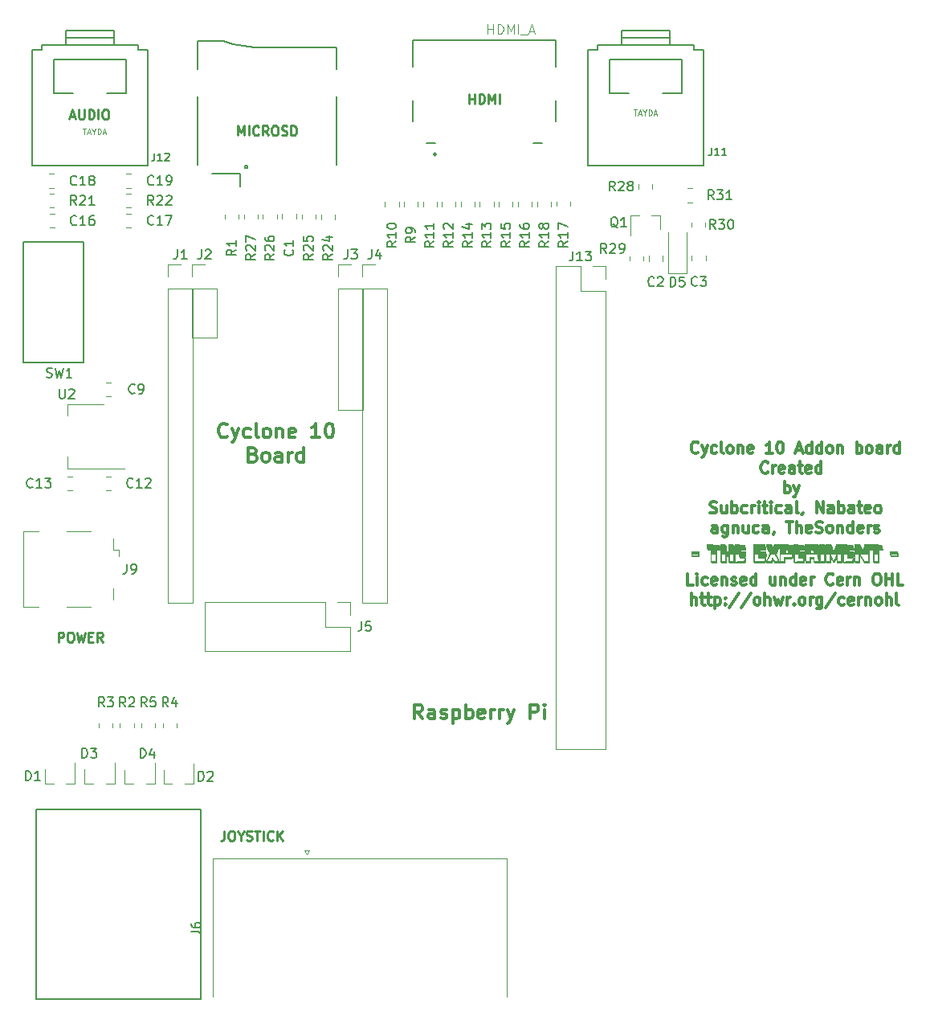
<source format=gbr>
%TF.GenerationSoftware,KiCad,Pcbnew,(5.1.8)-1*%
%TF.CreationDate,2021-04-17T11:25:56+02:00*%
%TF.ProjectId,CYC10 Board,43594331-3020-4426-9f61-72642e6b6963,rev?*%
%TF.SameCoordinates,Original*%
%TF.FileFunction,Legend,Top*%
%TF.FilePolarity,Positive*%
%FSLAX46Y46*%
G04 Gerber Fmt 4.6, Leading zero omitted, Abs format (unit mm)*
G04 Created by KiCad (PCBNEW (5.1.8)-1) date 2021-04-17 11:25:56*
%MOMM*%
%LPD*%
G01*
G04 APERTURE LIST*
%ADD10C,0.300000*%
%ADD11C,0.250000*%
%ADD12C,0.010000*%
%ADD13C,0.120000*%
%ADD14C,0.150000*%
%ADD15C,0.127000*%
%ADD16C,0.200000*%
%ADD17C,0.100000*%
%ADD18C,0.050000*%
G04 APERTURE END LIST*
D10*
X97045845Y-75840177D02*
X96474417Y-75840177D01*
X96474417Y-74640177D01*
X97445845Y-75840177D02*
X97445845Y-75040177D01*
X97445845Y-74640177D02*
X97388702Y-74697320D01*
X97445845Y-74754462D01*
X97502988Y-74697320D01*
X97445845Y-74640177D01*
X97445845Y-74754462D01*
X98531560Y-75783034D02*
X98417274Y-75840177D01*
X98188702Y-75840177D01*
X98074417Y-75783034D01*
X98017274Y-75725891D01*
X97960131Y-75611605D01*
X97960131Y-75268748D01*
X98017274Y-75154462D01*
X98074417Y-75097320D01*
X98188702Y-75040177D01*
X98417274Y-75040177D01*
X98531560Y-75097320D01*
X99502988Y-75783034D02*
X99388702Y-75840177D01*
X99160131Y-75840177D01*
X99045845Y-75783034D01*
X98988702Y-75668748D01*
X98988702Y-75211605D01*
X99045845Y-75097320D01*
X99160131Y-75040177D01*
X99388702Y-75040177D01*
X99502988Y-75097320D01*
X99560131Y-75211605D01*
X99560131Y-75325891D01*
X98988702Y-75440177D01*
X100074417Y-75040177D02*
X100074417Y-75840177D01*
X100074417Y-75154462D02*
X100131560Y-75097320D01*
X100245845Y-75040177D01*
X100417274Y-75040177D01*
X100531560Y-75097320D01*
X100588702Y-75211605D01*
X100588702Y-75840177D01*
X101102988Y-75783034D02*
X101217274Y-75840177D01*
X101445845Y-75840177D01*
X101560131Y-75783034D01*
X101617274Y-75668748D01*
X101617274Y-75611605D01*
X101560131Y-75497320D01*
X101445845Y-75440177D01*
X101274417Y-75440177D01*
X101160131Y-75383034D01*
X101102988Y-75268748D01*
X101102988Y-75211605D01*
X101160131Y-75097320D01*
X101274417Y-75040177D01*
X101445845Y-75040177D01*
X101560131Y-75097320D01*
X102588702Y-75783034D02*
X102474417Y-75840177D01*
X102245845Y-75840177D01*
X102131560Y-75783034D01*
X102074417Y-75668748D01*
X102074417Y-75211605D01*
X102131560Y-75097320D01*
X102245845Y-75040177D01*
X102474417Y-75040177D01*
X102588702Y-75097320D01*
X102645845Y-75211605D01*
X102645845Y-75325891D01*
X102074417Y-75440177D01*
X103674417Y-75840177D02*
X103674417Y-74640177D01*
X103674417Y-75783034D02*
X103560131Y-75840177D01*
X103331560Y-75840177D01*
X103217274Y-75783034D01*
X103160131Y-75725891D01*
X103102988Y-75611605D01*
X103102988Y-75268748D01*
X103160131Y-75154462D01*
X103217274Y-75097320D01*
X103331560Y-75040177D01*
X103560131Y-75040177D01*
X103674417Y-75097320D01*
X105674417Y-75040177D02*
X105674417Y-75840177D01*
X105160131Y-75040177D02*
X105160131Y-75668748D01*
X105217274Y-75783034D01*
X105331560Y-75840177D01*
X105502988Y-75840177D01*
X105617274Y-75783034D01*
X105674417Y-75725891D01*
X106245845Y-75040177D02*
X106245845Y-75840177D01*
X106245845Y-75154462D02*
X106302988Y-75097320D01*
X106417274Y-75040177D01*
X106588702Y-75040177D01*
X106702988Y-75097320D01*
X106760131Y-75211605D01*
X106760131Y-75840177D01*
X107845845Y-75840177D02*
X107845845Y-74640177D01*
X107845845Y-75783034D02*
X107731560Y-75840177D01*
X107502988Y-75840177D01*
X107388702Y-75783034D01*
X107331560Y-75725891D01*
X107274417Y-75611605D01*
X107274417Y-75268748D01*
X107331560Y-75154462D01*
X107388702Y-75097320D01*
X107502988Y-75040177D01*
X107731560Y-75040177D01*
X107845845Y-75097320D01*
X108874417Y-75783034D02*
X108760131Y-75840177D01*
X108531560Y-75840177D01*
X108417274Y-75783034D01*
X108360131Y-75668748D01*
X108360131Y-75211605D01*
X108417274Y-75097320D01*
X108531560Y-75040177D01*
X108760131Y-75040177D01*
X108874417Y-75097320D01*
X108931560Y-75211605D01*
X108931560Y-75325891D01*
X108360131Y-75440177D01*
X109445845Y-75840177D02*
X109445845Y-75040177D01*
X109445845Y-75268748D02*
X109502988Y-75154462D01*
X109560131Y-75097320D01*
X109674417Y-75040177D01*
X109788702Y-75040177D01*
X111788702Y-75725891D02*
X111731560Y-75783034D01*
X111560131Y-75840177D01*
X111445845Y-75840177D01*
X111274417Y-75783034D01*
X111160131Y-75668748D01*
X111102988Y-75554462D01*
X111045845Y-75325891D01*
X111045845Y-75154462D01*
X111102988Y-74925891D01*
X111160131Y-74811605D01*
X111274417Y-74697320D01*
X111445845Y-74640177D01*
X111560131Y-74640177D01*
X111731560Y-74697320D01*
X111788702Y-74754462D01*
X112760131Y-75783034D02*
X112645845Y-75840177D01*
X112417274Y-75840177D01*
X112302988Y-75783034D01*
X112245845Y-75668748D01*
X112245845Y-75211605D01*
X112302988Y-75097320D01*
X112417274Y-75040177D01*
X112645845Y-75040177D01*
X112760131Y-75097320D01*
X112817274Y-75211605D01*
X112817274Y-75325891D01*
X112245845Y-75440177D01*
X113331560Y-75840177D02*
X113331560Y-75040177D01*
X113331560Y-75268748D02*
X113388702Y-75154462D01*
X113445845Y-75097320D01*
X113560131Y-75040177D01*
X113674417Y-75040177D01*
X114074417Y-75040177D02*
X114074417Y-75840177D01*
X114074417Y-75154462D02*
X114131560Y-75097320D01*
X114245845Y-75040177D01*
X114417274Y-75040177D01*
X114531560Y-75097320D01*
X114588702Y-75211605D01*
X114588702Y-75840177D01*
X116302988Y-74640177D02*
X116531560Y-74640177D01*
X116645845Y-74697320D01*
X116760131Y-74811605D01*
X116817274Y-75040177D01*
X116817274Y-75440177D01*
X116760131Y-75668748D01*
X116645845Y-75783034D01*
X116531560Y-75840177D01*
X116302988Y-75840177D01*
X116188702Y-75783034D01*
X116074417Y-75668748D01*
X116017274Y-75440177D01*
X116017274Y-75040177D01*
X116074417Y-74811605D01*
X116188702Y-74697320D01*
X116302988Y-74640177D01*
X117331560Y-75840177D02*
X117331560Y-74640177D01*
X117331560Y-75211605D02*
X118017274Y-75211605D01*
X118017274Y-75840177D02*
X118017274Y-74640177D01*
X119160131Y-75840177D02*
X118588702Y-75840177D01*
X118588702Y-74640177D01*
X96902988Y-77940177D02*
X96902988Y-76740177D01*
X97417274Y-77940177D02*
X97417274Y-77311605D01*
X97360131Y-77197320D01*
X97245845Y-77140177D01*
X97074417Y-77140177D01*
X96960131Y-77197320D01*
X96902988Y-77254462D01*
X97817274Y-77140177D02*
X98274417Y-77140177D01*
X97988702Y-76740177D02*
X97988702Y-77768748D01*
X98045845Y-77883034D01*
X98160131Y-77940177D01*
X98274417Y-77940177D01*
X98502988Y-77140177D02*
X98960131Y-77140177D01*
X98674417Y-76740177D02*
X98674417Y-77768748D01*
X98731560Y-77883034D01*
X98845845Y-77940177D01*
X98960131Y-77940177D01*
X99360131Y-77140177D02*
X99360131Y-78340177D01*
X99360131Y-77197320D02*
X99474417Y-77140177D01*
X99702988Y-77140177D01*
X99817274Y-77197320D01*
X99874417Y-77254462D01*
X99931560Y-77368748D01*
X99931560Y-77711605D01*
X99874417Y-77825891D01*
X99817274Y-77883034D01*
X99702988Y-77940177D01*
X99474417Y-77940177D01*
X99360131Y-77883034D01*
X100445845Y-77825891D02*
X100502988Y-77883034D01*
X100445845Y-77940177D01*
X100388702Y-77883034D01*
X100445845Y-77825891D01*
X100445845Y-77940177D01*
X100445845Y-77197320D02*
X100502988Y-77254462D01*
X100445845Y-77311605D01*
X100388702Y-77254462D01*
X100445845Y-77197320D01*
X100445845Y-77311605D01*
X101874417Y-76683034D02*
X100845845Y-78225891D01*
X103131560Y-76683034D02*
X102102988Y-78225891D01*
X103702988Y-77940177D02*
X103588702Y-77883034D01*
X103531560Y-77825891D01*
X103474417Y-77711605D01*
X103474417Y-77368748D01*
X103531560Y-77254462D01*
X103588702Y-77197320D01*
X103702988Y-77140177D01*
X103874417Y-77140177D01*
X103988702Y-77197320D01*
X104045845Y-77254462D01*
X104102988Y-77368748D01*
X104102988Y-77711605D01*
X104045845Y-77825891D01*
X103988702Y-77883034D01*
X103874417Y-77940177D01*
X103702988Y-77940177D01*
X104617274Y-77940177D02*
X104617274Y-76740177D01*
X105131560Y-77940177D02*
X105131560Y-77311605D01*
X105074417Y-77197320D01*
X104960131Y-77140177D01*
X104788702Y-77140177D01*
X104674417Y-77197320D01*
X104617274Y-77254462D01*
X105588702Y-77140177D02*
X105817274Y-77940177D01*
X106045845Y-77368748D01*
X106274417Y-77940177D01*
X106502988Y-77140177D01*
X106960131Y-77940177D02*
X106960131Y-77140177D01*
X106960131Y-77368748D02*
X107017274Y-77254462D01*
X107074417Y-77197320D01*
X107188702Y-77140177D01*
X107302988Y-77140177D01*
X107702988Y-77825891D02*
X107760131Y-77883034D01*
X107702988Y-77940177D01*
X107645845Y-77883034D01*
X107702988Y-77825891D01*
X107702988Y-77940177D01*
X108445845Y-77940177D02*
X108331560Y-77883034D01*
X108274417Y-77825891D01*
X108217274Y-77711605D01*
X108217274Y-77368748D01*
X108274417Y-77254462D01*
X108331560Y-77197320D01*
X108445845Y-77140177D01*
X108617274Y-77140177D01*
X108731560Y-77197320D01*
X108788702Y-77254462D01*
X108845845Y-77368748D01*
X108845845Y-77711605D01*
X108788702Y-77825891D01*
X108731560Y-77883034D01*
X108617274Y-77940177D01*
X108445845Y-77940177D01*
X109360131Y-77940177D02*
X109360131Y-77140177D01*
X109360131Y-77368748D02*
X109417274Y-77254462D01*
X109474417Y-77197320D01*
X109588702Y-77140177D01*
X109702988Y-77140177D01*
X110617274Y-77140177D02*
X110617274Y-78111605D01*
X110560131Y-78225891D01*
X110502988Y-78283034D01*
X110388702Y-78340177D01*
X110217274Y-78340177D01*
X110102988Y-78283034D01*
X110617274Y-77883034D02*
X110502988Y-77940177D01*
X110274417Y-77940177D01*
X110160131Y-77883034D01*
X110102988Y-77825891D01*
X110045845Y-77711605D01*
X110045845Y-77368748D01*
X110102988Y-77254462D01*
X110160131Y-77197320D01*
X110274417Y-77140177D01*
X110502988Y-77140177D01*
X110617274Y-77197320D01*
X112045845Y-76683034D02*
X111017274Y-78225891D01*
X112960131Y-77883034D02*
X112845845Y-77940177D01*
X112617274Y-77940177D01*
X112502988Y-77883034D01*
X112445845Y-77825891D01*
X112388702Y-77711605D01*
X112388702Y-77368748D01*
X112445845Y-77254462D01*
X112502988Y-77197320D01*
X112617274Y-77140177D01*
X112845845Y-77140177D01*
X112960131Y-77197320D01*
X113931560Y-77883034D02*
X113817274Y-77940177D01*
X113588702Y-77940177D01*
X113474417Y-77883034D01*
X113417274Y-77768748D01*
X113417274Y-77311605D01*
X113474417Y-77197320D01*
X113588702Y-77140177D01*
X113817274Y-77140177D01*
X113931560Y-77197320D01*
X113988702Y-77311605D01*
X113988702Y-77425891D01*
X113417274Y-77540177D01*
X114502988Y-77940177D02*
X114502988Y-77140177D01*
X114502988Y-77368748D02*
X114560131Y-77254462D01*
X114617274Y-77197320D01*
X114731560Y-77140177D01*
X114845845Y-77140177D01*
X115245845Y-77140177D02*
X115245845Y-77940177D01*
X115245845Y-77254462D02*
X115302988Y-77197320D01*
X115417274Y-77140177D01*
X115588702Y-77140177D01*
X115702988Y-77197320D01*
X115760131Y-77311605D01*
X115760131Y-77940177D01*
X116502988Y-77940177D02*
X116388702Y-77883034D01*
X116331560Y-77825891D01*
X116274417Y-77711605D01*
X116274417Y-77368748D01*
X116331560Y-77254462D01*
X116388702Y-77197320D01*
X116502988Y-77140177D01*
X116674417Y-77140177D01*
X116788702Y-77197320D01*
X116845845Y-77254462D01*
X116902988Y-77368748D01*
X116902988Y-77711605D01*
X116845845Y-77825891D01*
X116788702Y-77883034D01*
X116674417Y-77940177D01*
X116502988Y-77940177D01*
X117417274Y-77940177D02*
X117417274Y-76740177D01*
X117931560Y-77940177D02*
X117931560Y-77311605D01*
X117874417Y-77197320D01*
X117760131Y-77140177D01*
X117588702Y-77140177D01*
X117474417Y-77197320D01*
X117417274Y-77254462D01*
X118674417Y-77940177D02*
X118560131Y-77883034D01*
X118502988Y-77768748D01*
X118502988Y-76740177D01*
X97588717Y-61846931D02*
X97531574Y-61904074D01*
X97360145Y-61961217D01*
X97245860Y-61961217D01*
X97074431Y-61904074D01*
X96960145Y-61789788D01*
X96903002Y-61675502D01*
X96845860Y-61446931D01*
X96845860Y-61275502D01*
X96903002Y-61046931D01*
X96960145Y-60932645D01*
X97074431Y-60818360D01*
X97245860Y-60761217D01*
X97360145Y-60761217D01*
X97531574Y-60818360D01*
X97588717Y-60875502D01*
X97988717Y-61161217D02*
X98274431Y-61961217D01*
X98560145Y-61161217D02*
X98274431Y-61961217D01*
X98160145Y-62246931D01*
X98103002Y-62304074D01*
X97988717Y-62361217D01*
X99531574Y-61904074D02*
X99417288Y-61961217D01*
X99188717Y-61961217D01*
X99074431Y-61904074D01*
X99017288Y-61846931D01*
X98960145Y-61732645D01*
X98960145Y-61389788D01*
X99017288Y-61275502D01*
X99074431Y-61218360D01*
X99188717Y-61161217D01*
X99417288Y-61161217D01*
X99531574Y-61218360D01*
X100217288Y-61961217D02*
X100103002Y-61904074D01*
X100045860Y-61789788D01*
X100045860Y-60761217D01*
X100845860Y-61961217D02*
X100731574Y-61904074D01*
X100674431Y-61846931D01*
X100617288Y-61732645D01*
X100617288Y-61389788D01*
X100674431Y-61275502D01*
X100731574Y-61218360D01*
X100845860Y-61161217D01*
X101017288Y-61161217D01*
X101131574Y-61218360D01*
X101188717Y-61275502D01*
X101245860Y-61389788D01*
X101245860Y-61732645D01*
X101188717Y-61846931D01*
X101131574Y-61904074D01*
X101017288Y-61961217D01*
X100845860Y-61961217D01*
X101760145Y-61161217D02*
X101760145Y-61961217D01*
X101760145Y-61275502D02*
X101817288Y-61218360D01*
X101931574Y-61161217D01*
X102103002Y-61161217D01*
X102217288Y-61218360D01*
X102274431Y-61332645D01*
X102274431Y-61961217D01*
X103303002Y-61904074D02*
X103188717Y-61961217D01*
X102960145Y-61961217D01*
X102845860Y-61904074D01*
X102788717Y-61789788D01*
X102788717Y-61332645D01*
X102845860Y-61218360D01*
X102960145Y-61161217D01*
X103188717Y-61161217D01*
X103303002Y-61218360D01*
X103360145Y-61332645D01*
X103360145Y-61446931D01*
X102788717Y-61561217D01*
X105417288Y-61961217D02*
X104731574Y-61961217D01*
X105074431Y-61961217D02*
X105074431Y-60761217D01*
X104960145Y-60932645D01*
X104845860Y-61046931D01*
X104731574Y-61104074D01*
X106160145Y-60761217D02*
X106274431Y-60761217D01*
X106388717Y-60818360D01*
X106445860Y-60875502D01*
X106503002Y-60989788D01*
X106560145Y-61218360D01*
X106560145Y-61504074D01*
X106503002Y-61732645D01*
X106445860Y-61846931D01*
X106388717Y-61904074D01*
X106274431Y-61961217D01*
X106160145Y-61961217D01*
X106045860Y-61904074D01*
X105988717Y-61846931D01*
X105931574Y-61732645D01*
X105874431Y-61504074D01*
X105874431Y-61218360D01*
X105931574Y-60989788D01*
X105988717Y-60875502D01*
X106045860Y-60818360D01*
X106160145Y-60761217D01*
X107931574Y-61618360D02*
X108503002Y-61618360D01*
X107817288Y-61961217D02*
X108217288Y-60761217D01*
X108617288Y-61961217D01*
X109531574Y-61961217D02*
X109531574Y-60761217D01*
X109531574Y-61904074D02*
X109417288Y-61961217D01*
X109188717Y-61961217D01*
X109074431Y-61904074D01*
X109017288Y-61846931D01*
X108960145Y-61732645D01*
X108960145Y-61389788D01*
X109017288Y-61275502D01*
X109074431Y-61218360D01*
X109188717Y-61161217D01*
X109417288Y-61161217D01*
X109531574Y-61218360D01*
X110617288Y-61961217D02*
X110617288Y-60761217D01*
X110617288Y-61904074D02*
X110503002Y-61961217D01*
X110274431Y-61961217D01*
X110160145Y-61904074D01*
X110103002Y-61846931D01*
X110045860Y-61732645D01*
X110045860Y-61389788D01*
X110103002Y-61275502D01*
X110160145Y-61218360D01*
X110274431Y-61161217D01*
X110503002Y-61161217D01*
X110617288Y-61218360D01*
X111360145Y-61961217D02*
X111245860Y-61904074D01*
X111188717Y-61846931D01*
X111131574Y-61732645D01*
X111131574Y-61389788D01*
X111188717Y-61275502D01*
X111245860Y-61218360D01*
X111360145Y-61161217D01*
X111531574Y-61161217D01*
X111645860Y-61218360D01*
X111703002Y-61275502D01*
X111760145Y-61389788D01*
X111760145Y-61732645D01*
X111703002Y-61846931D01*
X111645860Y-61904074D01*
X111531574Y-61961217D01*
X111360145Y-61961217D01*
X112274431Y-61161217D02*
X112274431Y-61961217D01*
X112274431Y-61275502D02*
X112331574Y-61218360D01*
X112445860Y-61161217D01*
X112617288Y-61161217D01*
X112731574Y-61218360D01*
X112788717Y-61332645D01*
X112788717Y-61961217D01*
X114274431Y-61961217D02*
X114274431Y-60761217D01*
X114274431Y-61218360D02*
X114388717Y-61161217D01*
X114617288Y-61161217D01*
X114731574Y-61218360D01*
X114788717Y-61275502D01*
X114845860Y-61389788D01*
X114845860Y-61732645D01*
X114788717Y-61846931D01*
X114731574Y-61904074D01*
X114617288Y-61961217D01*
X114388717Y-61961217D01*
X114274431Y-61904074D01*
X115531574Y-61961217D02*
X115417288Y-61904074D01*
X115360145Y-61846931D01*
X115303002Y-61732645D01*
X115303002Y-61389788D01*
X115360145Y-61275502D01*
X115417288Y-61218360D01*
X115531574Y-61161217D01*
X115703002Y-61161217D01*
X115817288Y-61218360D01*
X115874431Y-61275502D01*
X115931574Y-61389788D01*
X115931574Y-61732645D01*
X115874431Y-61846931D01*
X115817288Y-61904074D01*
X115703002Y-61961217D01*
X115531574Y-61961217D01*
X116960145Y-61961217D02*
X116960145Y-61332645D01*
X116903002Y-61218360D01*
X116788717Y-61161217D01*
X116560145Y-61161217D01*
X116445860Y-61218360D01*
X116960145Y-61904074D02*
X116845860Y-61961217D01*
X116560145Y-61961217D01*
X116445860Y-61904074D01*
X116388717Y-61789788D01*
X116388717Y-61675502D01*
X116445860Y-61561217D01*
X116560145Y-61504074D01*
X116845860Y-61504074D01*
X116960145Y-61446931D01*
X117531574Y-61961217D02*
X117531574Y-61161217D01*
X117531574Y-61389788D02*
X117588717Y-61275502D01*
X117645860Y-61218360D01*
X117760145Y-61161217D01*
X117874431Y-61161217D01*
X118788717Y-61961217D02*
X118788717Y-60761217D01*
X118788717Y-61904074D02*
X118674431Y-61961217D01*
X118445860Y-61961217D01*
X118331574Y-61904074D01*
X118274431Y-61846931D01*
X118217288Y-61732645D01*
X118217288Y-61389788D01*
X118274431Y-61275502D01*
X118331574Y-61218360D01*
X118445860Y-61161217D01*
X118674431Y-61161217D01*
X118788717Y-61218360D01*
X104931574Y-63946931D02*
X104874431Y-64004074D01*
X104703002Y-64061217D01*
X104588717Y-64061217D01*
X104417288Y-64004074D01*
X104303002Y-63889788D01*
X104245860Y-63775502D01*
X104188717Y-63546931D01*
X104188717Y-63375502D01*
X104245860Y-63146931D01*
X104303002Y-63032645D01*
X104417288Y-62918360D01*
X104588717Y-62861217D01*
X104703002Y-62861217D01*
X104874431Y-62918360D01*
X104931574Y-62975502D01*
X105445860Y-64061217D02*
X105445860Y-63261217D01*
X105445860Y-63489788D02*
X105503002Y-63375502D01*
X105560145Y-63318360D01*
X105674431Y-63261217D01*
X105788717Y-63261217D01*
X106645860Y-64004074D02*
X106531574Y-64061217D01*
X106303002Y-64061217D01*
X106188717Y-64004074D01*
X106131574Y-63889788D01*
X106131574Y-63432645D01*
X106188717Y-63318360D01*
X106303002Y-63261217D01*
X106531574Y-63261217D01*
X106645860Y-63318360D01*
X106703002Y-63432645D01*
X106703002Y-63546931D01*
X106131574Y-63661217D01*
X107731574Y-64061217D02*
X107731574Y-63432645D01*
X107674431Y-63318360D01*
X107560145Y-63261217D01*
X107331574Y-63261217D01*
X107217288Y-63318360D01*
X107731574Y-64004074D02*
X107617288Y-64061217D01*
X107331574Y-64061217D01*
X107217288Y-64004074D01*
X107160145Y-63889788D01*
X107160145Y-63775502D01*
X107217288Y-63661217D01*
X107331574Y-63604074D01*
X107617288Y-63604074D01*
X107731574Y-63546931D01*
X108131574Y-63261217D02*
X108588717Y-63261217D01*
X108303002Y-62861217D02*
X108303002Y-63889788D01*
X108360145Y-64004074D01*
X108474431Y-64061217D01*
X108588717Y-64061217D01*
X109445860Y-64004074D02*
X109331574Y-64061217D01*
X109103002Y-64061217D01*
X108988717Y-64004074D01*
X108931574Y-63889788D01*
X108931574Y-63432645D01*
X108988717Y-63318360D01*
X109103002Y-63261217D01*
X109331574Y-63261217D01*
X109445860Y-63318360D01*
X109503002Y-63432645D01*
X109503002Y-63546931D01*
X108931574Y-63661217D01*
X110531574Y-64061217D02*
X110531574Y-62861217D01*
X110531574Y-64004074D02*
X110417288Y-64061217D01*
X110188717Y-64061217D01*
X110074431Y-64004074D01*
X110017288Y-63946931D01*
X109960145Y-63832645D01*
X109960145Y-63489788D01*
X110017288Y-63375502D01*
X110074431Y-63318360D01*
X110188717Y-63261217D01*
X110417288Y-63261217D01*
X110531574Y-63318360D01*
X106674431Y-66161217D02*
X106674431Y-64961217D01*
X106674431Y-65418360D02*
X106788717Y-65361217D01*
X107017288Y-65361217D01*
X107131574Y-65418360D01*
X107188717Y-65475502D01*
X107245860Y-65589788D01*
X107245860Y-65932645D01*
X107188717Y-66046931D01*
X107131574Y-66104074D01*
X107017288Y-66161217D01*
X106788717Y-66161217D01*
X106674431Y-66104074D01*
X107645860Y-65361217D02*
X107931574Y-66161217D01*
X108217288Y-65361217D02*
X107931574Y-66161217D01*
X107817288Y-66446931D01*
X107760145Y-66504074D01*
X107645860Y-66561217D01*
X98845860Y-68204074D02*
X99017288Y-68261217D01*
X99303002Y-68261217D01*
X99417288Y-68204074D01*
X99474431Y-68146931D01*
X99531574Y-68032645D01*
X99531574Y-67918360D01*
X99474431Y-67804074D01*
X99417288Y-67746931D01*
X99303002Y-67689788D01*
X99074431Y-67632645D01*
X98960145Y-67575502D01*
X98903002Y-67518360D01*
X98845860Y-67404074D01*
X98845860Y-67289788D01*
X98903002Y-67175502D01*
X98960145Y-67118360D01*
X99074431Y-67061217D01*
X99360145Y-67061217D01*
X99531574Y-67118360D01*
X100560145Y-67461217D02*
X100560145Y-68261217D01*
X100045860Y-67461217D02*
X100045860Y-68089788D01*
X100103002Y-68204074D01*
X100217288Y-68261217D01*
X100388717Y-68261217D01*
X100503002Y-68204074D01*
X100560145Y-68146931D01*
X101131574Y-68261217D02*
X101131574Y-67061217D01*
X101131574Y-67518360D02*
X101245860Y-67461217D01*
X101474431Y-67461217D01*
X101588717Y-67518360D01*
X101645860Y-67575502D01*
X101703002Y-67689788D01*
X101703002Y-68032645D01*
X101645860Y-68146931D01*
X101588717Y-68204074D01*
X101474431Y-68261217D01*
X101245860Y-68261217D01*
X101131574Y-68204074D01*
X102731574Y-68204074D02*
X102617288Y-68261217D01*
X102388717Y-68261217D01*
X102274431Y-68204074D01*
X102217288Y-68146931D01*
X102160145Y-68032645D01*
X102160145Y-67689788D01*
X102217288Y-67575502D01*
X102274431Y-67518360D01*
X102388717Y-67461217D01*
X102617288Y-67461217D01*
X102731574Y-67518360D01*
X103245860Y-68261217D02*
X103245860Y-67461217D01*
X103245860Y-67689788D02*
X103303002Y-67575502D01*
X103360145Y-67518360D01*
X103474431Y-67461217D01*
X103588717Y-67461217D01*
X103988717Y-68261217D02*
X103988717Y-67461217D01*
X103988717Y-67061217D02*
X103931574Y-67118360D01*
X103988717Y-67175502D01*
X104045860Y-67118360D01*
X103988717Y-67061217D01*
X103988717Y-67175502D01*
X104388717Y-67461217D02*
X104845860Y-67461217D01*
X104560145Y-67061217D02*
X104560145Y-68089788D01*
X104617288Y-68204074D01*
X104731574Y-68261217D01*
X104845860Y-68261217D01*
X105245860Y-68261217D02*
X105245860Y-67461217D01*
X105245860Y-67061217D02*
X105188717Y-67118360D01*
X105245860Y-67175502D01*
X105303002Y-67118360D01*
X105245860Y-67061217D01*
X105245860Y-67175502D01*
X106331574Y-68204074D02*
X106217288Y-68261217D01*
X105988717Y-68261217D01*
X105874431Y-68204074D01*
X105817288Y-68146931D01*
X105760145Y-68032645D01*
X105760145Y-67689788D01*
X105817288Y-67575502D01*
X105874431Y-67518360D01*
X105988717Y-67461217D01*
X106217288Y-67461217D01*
X106331574Y-67518360D01*
X107360145Y-68261217D02*
X107360145Y-67632645D01*
X107303002Y-67518360D01*
X107188717Y-67461217D01*
X106960145Y-67461217D01*
X106845860Y-67518360D01*
X107360145Y-68204074D02*
X107245860Y-68261217D01*
X106960145Y-68261217D01*
X106845860Y-68204074D01*
X106788717Y-68089788D01*
X106788717Y-67975502D01*
X106845860Y-67861217D01*
X106960145Y-67804074D01*
X107245860Y-67804074D01*
X107360145Y-67746931D01*
X108103002Y-68261217D02*
X107988717Y-68204074D01*
X107931574Y-68089788D01*
X107931574Y-67061217D01*
X108617288Y-68204074D02*
X108617288Y-68261217D01*
X108560145Y-68375502D01*
X108503002Y-68432645D01*
X110045860Y-68261217D02*
X110045860Y-67061217D01*
X110731574Y-68261217D01*
X110731574Y-67061217D01*
X111817288Y-68261217D02*
X111817288Y-67632645D01*
X111760145Y-67518360D01*
X111645860Y-67461217D01*
X111417288Y-67461217D01*
X111303002Y-67518360D01*
X111817288Y-68204074D02*
X111703002Y-68261217D01*
X111417288Y-68261217D01*
X111303002Y-68204074D01*
X111245860Y-68089788D01*
X111245860Y-67975502D01*
X111303002Y-67861217D01*
X111417288Y-67804074D01*
X111703002Y-67804074D01*
X111817288Y-67746931D01*
X112388717Y-68261217D02*
X112388717Y-67061217D01*
X112388717Y-67518360D02*
X112503002Y-67461217D01*
X112731574Y-67461217D01*
X112845860Y-67518360D01*
X112903002Y-67575502D01*
X112960145Y-67689788D01*
X112960145Y-68032645D01*
X112903002Y-68146931D01*
X112845860Y-68204074D01*
X112731574Y-68261217D01*
X112503002Y-68261217D01*
X112388717Y-68204074D01*
X113988717Y-68261217D02*
X113988717Y-67632645D01*
X113931574Y-67518360D01*
X113817288Y-67461217D01*
X113588717Y-67461217D01*
X113474431Y-67518360D01*
X113988717Y-68204074D02*
X113874431Y-68261217D01*
X113588717Y-68261217D01*
X113474431Y-68204074D01*
X113417288Y-68089788D01*
X113417288Y-67975502D01*
X113474431Y-67861217D01*
X113588717Y-67804074D01*
X113874431Y-67804074D01*
X113988717Y-67746931D01*
X114388717Y-67461217D02*
X114845860Y-67461217D01*
X114560145Y-67061217D02*
X114560145Y-68089788D01*
X114617288Y-68204074D01*
X114731574Y-68261217D01*
X114845860Y-68261217D01*
X115703002Y-68204074D02*
X115588717Y-68261217D01*
X115360145Y-68261217D01*
X115245860Y-68204074D01*
X115188717Y-68089788D01*
X115188717Y-67632645D01*
X115245860Y-67518360D01*
X115360145Y-67461217D01*
X115588717Y-67461217D01*
X115703002Y-67518360D01*
X115760145Y-67632645D01*
X115760145Y-67746931D01*
X115188717Y-67861217D01*
X116445860Y-68261217D02*
X116331574Y-68204074D01*
X116274431Y-68146931D01*
X116217288Y-68032645D01*
X116217288Y-67689788D01*
X116274431Y-67575502D01*
X116331574Y-67518360D01*
X116445860Y-67461217D01*
X116617288Y-67461217D01*
X116731574Y-67518360D01*
X116788717Y-67575502D01*
X116845860Y-67689788D01*
X116845860Y-68032645D01*
X116788717Y-68146931D01*
X116731574Y-68204074D01*
X116617288Y-68261217D01*
X116445860Y-68261217D01*
X99588717Y-70361217D02*
X99588717Y-69732645D01*
X99531574Y-69618360D01*
X99417288Y-69561217D01*
X99188717Y-69561217D01*
X99074431Y-69618360D01*
X99588717Y-70304074D02*
X99474431Y-70361217D01*
X99188717Y-70361217D01*
X99074431Y-70304074D01*
X99017288Y-70189788D01*
X99017288Y-70075502D01*
X99074431Y-69961217D01*
X99188717Y-69904074D01*
X99474431Y-69904074D01*
X99588717Y-69846931D01*
X100674431Y-69561217D02*
X100674431Y-70532645D01*
X100617288Y-70646931D01*
X100560145Y-70704074D01*
X100445859Y-70761217D01*
X100274431Y-70761217D01*
X100160145Y-70704074D01*
X100674431Y-70304074D02*
X100560145Y-70361217D01*
X100331574Y-70361217D01*
X100217288Y-70304074D01*
X100160145Y-70246931D01*
X100103002Y-70132645D01*
X100103002Y-69789788D01*
X100160145Y-69675502D01*
X100217288Y-69618360D01*
X100331574Y-69561217D01*
X100560145Y-69561217D01*
X100674431Y-69618360D01*
X101245859Y-69561217D02*
X101245859Y-70361217D01*
X101245859Y-69675502D02*
X101303002Y-69618360D01*
X101417288Y-69561217D01*
X101588717Y-69561217D01*
X101703002Y-69618360D01*
X101760145Y-69732645D01*
X101760145Y-70361217D01*
X102845859Y-69561217D02*
X102845859Y-70361217D01*
X102331574Y-69561217D02*
X102331574Y-70189788D01*
X102388717Y-70304074D01*
X102503002Y-70361217D01*
X102674431Y-70361217D01*
X102788717Y-70304074D01*
X102845859Y-70246931D01*
X103931574Y-70304074D02*
X103817288Y-70361217D01*
X103588717Y-70361217D01*
X103474431Y-70304074D01*
X103417288Y-70246931D01*
X103360145Y-70132645D01*
X103360145Y-69789788D01*
X103417288Y-69675502D01*
X103474431Y-69618360D01*
X103588717Y-69561217D01*
X103817288Y-69561217D01*
X103931574Y-69618360D01*
X104960145Y-70361217D02*
X104960145Y-69732645D01*
X104903002Y-69618360D01*
X104788717Y-69561217D01*
X104560145Y-69561217D01*
X104445859Y-69618360D01*
X104960145Y-70304074D02*
X104845859Y-70361217D01*
X104560145Y-70361217D01*
X104445859Y-70304074D01*
X104388717Y-70189788D01*
X104388717Y-70075502D01*
X104445859Y-69961217D01*
X104560145Y-69904074D01*
X104845859Y-69904074D01*
X104960145Y-69846931D01*
X105588717Y-70304074D02*
X105588717Y-70361217D01*
X105531574Y-70475502D01*
X105474431Y-70532645D01*
X106845859Y-69161217D02*
X107531574Y-69161217D01*
X107188717Y-70361217D02*
X107188717Y-69161217D01*
X107931574Y-70361217D02*
X107931574Y-69161217D01*
X108445859Y-70361217D02*
X108445859Y-69732645D01*
X108388717Y-69618360D01*
X108274431Y-69561217D01*
X108103002Y-69561217D01*
X107988717Y-69618360D01*
X107931574Y-69675502D01*
X109474431Y-70304074D02*
X109360145Y-70361217D01*
X109131574Y-70361217D01*
X109017288Y-70304074D01*
X108960145Y-70189788D01*
X108960145Y-69732645D01*
X109017288Y-69618360D01*
X109131574Y-69561217D01*
X109360145Y-69561217D01*
X109474431Y-69618360D01*
X109531574Y-69732645D01*
X109531574Y-69846931D01*
X108960145Y-69961217D01*
X109988717Y-70304074D02*
X110160145Y-70361217D01*
X110445859Y-70361217D01*
X110560145Y-70304074D01*
X110617288Y-70246931D01*
X110674431Y-70132645D01*
X110674431Y-70018360D01*
X110617288Y-69904074D01*
X110560145Y-69846931D01*
X110445859Y-69789788D01*
X110217288Y-69732645D01*
X110103002Y-69675502D01*
X110045859Y-69618360D01*
X109988717Y-69504074D01*
X109988717Y-69389788D01*
X110045859Y-69275502D01*
X110103002Y-69218360D01*
X110217288Y-69161217D01*
X110503002Y-69161217D01*
X110674431Y-69218360D01*
X111360145Y-70361217D02*
X111245859Y-70304074D01*
X111188717Y-70246931D01*
X111131574Y-70132645D01*
X111131574Y-69789788D01*
X111188717Y-69675502D01*
X111245859Y-69618360D01*
X111360145Y-69561217D01*
X111531574Y-69561217D01*
X111645859Y-69618360D01*
X111703002Y-69675502D01*
X111760145Y-69789788D01*
X111760145Y-70132645D01*
X111703002Y-70246931D01*
X111645859Y-70304074D01*
X111531574Y-70361217D01*
X111360145Y-70361217D01*
X112274431Y-69561217D02*
X112274431Y-70361217D01*
X112274431Y-69675502D02*
X112331574Y-69618360D01*
X112445859Y-69561217D01*
X112617288Y-69561217D01*
X112731574Y-69618360D01*
X112788717Y-69732645D01*
X112788717Y-70361217D01*
X113874431Y-70361217D02*
X113874431Y-69161217D01*
X113874431Y-70304074D02*
X113760145Y-70361217D01*
X113531574Y-70361217D01*
X113417288Y-70304074D01*
X113360145Y-70246931D01*
X113303002Y-70132645D01*
X113303002Y-69789788D01*
X113360145Y-69675502D01*
X113417288Y-69618360D01*
X113531574Y-69561217D01*
X113760145Y-69561217D01*
X113874431Y-69618360D01*
X114903002Y-70304074D02*
X114788717Y-70361217D01*
X114560145Y-70361217D01*
X114445859Y-70304074D01*
X114388717Y-70189788D01*
X114388717Y-69732645D01*
X114445859Y-69618360D01*
X114560145Y-69561217D01*
X114788717Y-69561217D01*
X114903002Y-69618360D01*
X114960145Y-69732645D01*
X114960145Y-69846931D01*
X114388717Y-69961217D01*
X115474431Y-70361217D02*
X115474431Y-69561217D01*
X115474431Y-69789788D02*
X115531574Y-69675502D01*
X115588717Y-69618360D01*
X115703002Y-69561217D01*
X115817288Y-69561217D01*
X116160145Y-70304074D02*
X116274431Y-70361217D01*
X116503002Y-70361217D01*
X116617288Y-70304074D01*
X116674431Y-70189788D01*
X116674431Y-70132645D01*
X116617288Y-70018360D01*
X116503002Y-69961217D01*
X116331574Y-69961217D01*
X116217288Y-69904074D01*
X116160145Y-69789788D01*
X116160145Y-69732645D01*
X116217288Y-69618360D01*
X116331574Y-69561217D01*
X116503002Y-69561217D01*
X116617288Y-69618360D01*
X68515980Y-89941791D02*
X68015980Y-89227505D01*
X67658837Y-89941791D02*
X67658837Y-88441791D01*
X68230265Y-88441791D01*
X68373122Y-88513220D01*
X68444551Y-88584648D01*
X68515980Y-88727505D01*
X68515980Y-88941791D01*
X68444551Y-89084648D01*
X68373122Y-89156077D01*
X68230265Y-89227505D01*
X67658837Y-89227505D01*
X69801694Y-89941791D02*
X69801694Y-89156077D01*
X69730265Y-89013220D01*
X69587408Y-88941791D01*
X69301694Y-88941791D01*
X69158837Y-89013220D01*
X69801694Y-89870362D02*
X69658837Y-89941791D01*
X69301694Y-89941791D01*
X69158837Y-89870362D01*
X69087408Y-89727505D01*
X69087408Y-89584648D01*
X69158837Y-89441791D01*
X69301694Y-89370362D01*
X69658837Y-89370362D01*
X69801694Y-89298934D01*
X70444551Y-89870362D02*
X70587408Y-89941791D01*
X70873122Y-89941791D01*
X71015980Y-89870362D01*
X71087408Y-89727505D01*
X71087408Y-89656077D01*
X71015980Y-89513220D01*
X70873122Y-89441791D01*
X70658837Y-89441791D01*
X70515980Y-89370362D01*
X70444551Y-89227505D01*
X70444551Y-89156077D01*
X70515980Y-89013220D01*
X70658837Y-88941791D01*
X70873122Y-88941791D01*
X71015980Y-89013220D01*
X71730265Y-88941791D02*
X71730265Y-90441791D01*
X71730265Y-89013220D02*
X71873122Y-88941791D01*
X72158837Y-88941791D01*
X72301694Y-89013220D01*
X72373122Y-89084648D01*
X72444551Y-89227505D01*
X72444551Y-89656077D01*
X72373122Y-89798934D01*
X72301694Y-89870362D01*
X72158837Y-89941791D01*
X71873122Y-89941791D01*
X71730265Y-89870362D01*
X73087408Y-89941791D02*
X73087408Y-88441791D01*
X73087408Y-89013220D02*
X73230265Y-88941791D01*
X73515980Y-88941791D01*
X73658837Y-89013220D01*
X73730265Y-89084648D01*
X73801694Y-89227505D01*
X73801694Y-89656077D01*
X73730265Y-89798934D01*
X73658837Y-89870362D01*
X73515980Y-89941791D01*
X73230265Y-89941791D01*
X73087408Y-89870362D01*
X75015980Y-89870362D02*
X74873122Y-89941791D01*
X74587408Y-89941791D01*
X74444551Y-89870362D01*
X74373122Y-89727505D01*
X74373122Y-89156077D01*
X74444551Y-89013220D01*
X74587408Y-88941791D01*
X74873122Y-88941791D01*
X75015980Y-89013220D01*
X75087408Y-89156077D01*
X75087408Y-89298934D01*
X74373122Y-89441791D01*
X75730265Y-89941791D02*
X75730265Y-88941791D01*
X75730265Y-89227505D02*
X75801694Y-89084648D01*
X75873122Y-89013220D01*
X76015980Y-88941791D01*
X76158837Y-88941791D01*
X76658837Y-89941791D02*
X76658837Y-88941791D01*
X76658837Y-89227505D02*
X76730265Y-89084648D01*
X76801694Y-89013220D01*
X76944551Y-88941791D01*
X77087408Y-88941791D01*
X77444551Y-88941791D02*
X77801694Y-89941791D01*
X78158837Y-88941791D02*
X77801694Y-89941791D01*
X77658837Y-90298934D01*
X77587408Y-90370362D01*
X77444551Y-90441791D01*
X79873122Y-89941791D02*
X79873122Y-88441791D01*
X80444551Y-88441791D01*
X80587408Y-88513220D01*
X80658837Y-88584648D01*
X80730265Y-88727505D01*
X80730265Y-88941791D01*
X80658837Y-89084648D01*
X80587408Y-89156077D01*
X80444551Y-89227505D01*
X79873122Y-89227505D01*
X81373122Y-89941791D02*
X81373122Y-88941791D01*
X81373122Y-88441791D02*
X81301694Y-88513220D01*
X81373122Y-88584648D01*
X81444551Y-88513220D01*
X81373122Y-88441791D01*
X81373122Y-88584648D01*
X47920282Y-60177534D02*
X47848854Y-60248962D01*
X47634568Y-60320391D01*
X47491711Y-60320391D01*
X47277425Y-60248962D01*
X47134568Y-60106105D01*
X47063140Y-59963248D01*
X46991711Y-59677534D01*
X46991711Y-59463248D01*
X47063140Y-59177534D01*
X47134568Y-59034677D01*
X47277425Y-58891820D01*
X47491711Y-58820391D01*
X47634568Y-58820391D01*
X47848854Y-58891820D01*
X47920282Y-58963248D01*
X48420282Y-59320391D02*
X48777425Y-60320391D01*
X49134568Y-59320391D02*
X48777425Y-60320391D01*
X48634568Y-60677534D01*
X48563140Y-60748962D01*
X48420282Y-60820391D01*
X50348854Y-60248962D02*
X50205997Y-60320391D01*
X49920282Y-60320391D01*
X49777425Y-60248962D01*
X49705997Y-60177534D01*
X49634568Y-60034677D01*
X49634568Y-59606105D01*
X49705997Y-59463248D01*
X49777425Y-59391820D01*
X49920282Y-59320391D01*
X50205997Y-59320391D01*
X50348854Y-59391820D01*
X51205997Y-60320391D02*
X51063140Y-60248962D01*
X50991711Y-60106105D01*
X50991711Y-58820391D01*
X51991711Y-60320391D02*
X51848854Y-60248962D01*
X51777425Y-60177534D01*
X51705997Y-60034677D01*
X51705997Y-59606105D01*
X51777425Y-59463248D01*
X51848854Y-59391820D01*
X51991711Y-59320391D01*
X52205997Y-59320391D01*
X52348854Y-59391820D01*
X52420282Y-59463248D01*
X52491711Y-59606105D01*
X52491711Y-60034677D01*
X52420282Y-60177534D01*
X52348854Y-60248962D01*
X52205997Y-60320391D01*
X51991711Y-60320391D01*
X53134568Y-59320391D02*
X53134568Y-60320391D01*
X53134568Y-59463248D02*
X53205997Y-59391820D01*
X53348854Y-59320391D01*
X53563140Y-59320391D01*
X53705997Y-59391820D01*
X53777425Y-59534677D01*
X53777425Y-60320391D01*
X55063140Y-60248962D02*
X54920282Y-60320391D01*
X54634568Y-60320391D01*
X54491711Y-60248962D01*
X54420282Y-60106105D01*
X54420282Y-59534677D01*
X54491711Y-59391820D01*
X54634568Y-59320391D01*
X54920282Y-59320391D01*
X55063140Y-59391820D01*
X55134568Y-59534677D01*
X55134568Y-59677534D01*
X54420282Y-59820391D01*
X57705997Y-60320391D02*
X56848854Y-60320391D01*
X57277425Y-60320391D02*
X57277425Y-58820391D01*
X57134568Y-59034677D01*
X56991711Y-59177534D01*
X56848854Y-59248962D01*
X58634568Y-58820391D02*
X58777425Y-58820391D01*
X58920282Y-58891820D01*
X58991711Y-58963248D01*
X59063140Y-59106105D01*
X59134568Y-59391820D01*
X59134568Y-59748962D01*
X59063140Y-60034677D01*
X58991711Y-60177534D01*
X58920282Y-60248962D01*
X58777425Y-60320391D01*
X58634568Y-60320391D01*
X58491711Y-60248962D01*
X58420282Y-60177534D01*
X58348854Y-60034677D01*
X58277425Y-59748962D01*
X58277425Y-59391820D01*
X58348854Y-59106105D01*
X58420282Y-58963248D01*
X58491711Y-58891820D01*
X58634568Y-58820391D01*
X50670282Y-62084677D02*
X50884568Y-62156105D01*
X50955997Y-62227534D01*
X51027425Y-62370391D01*
X51027425Y-62584677D01*
X50955997Y-62727534D01*
X50884568Y-62798962D01*
X50741711Y-62870391D01*
X50170282Y-62870391D01*
X50170282Y-61370391D01*
X50670282Y-61370391D01*
X50813140Y-61441820D01*
X50884568Y-61513248D01*
X50955997Y-61656105D01*
X50955997Y-61798962D01*
X50884568Y-61941820D01*
X50813140Y-62013248D01*
X50670282Y-62084677D01*
X50170282Y-62084677D01*
X51884568Y-62870391D02*
X51741711Y-62798962D01*
X51670282Y-62727534D01*
X51598854Y-62584677D01*
X51598854Y-62156105D01*
X51670282Y-62013248D01*
X51741711Y-61941820D01*
X51884568Y-61870391D01*
X52098854Y-61870391D01*
X52241711Y-61941820D01*
X52313140Y-62013248D01*
X52384568Y-62156105D01*
X52384568Y-62584677D01*
X52313140Y-62727534D01*
X52241711Y-62798962D01*
X52098854Y-62870391D01*
X51884568Y-62870391D01*
X53670282Y-62870391D02*
X53670282Y-62084677D01*
X53598854Y-61941820D01*
X53455997Y-61870391D01*
X53170282Y-61870391D01*
X53027425Y-61941820D01*
X53670282Y-62798962D02*
X53527425Y-62870391D01*
X53170282Y-62870391D01*
X53027425Y-62798962D01*
X52955997Y-62656105D01*
X52955997Y-62513248D01*
X53027425Y-62370391D01*
X53170282Y-62298962D01*
X53527425Y-62298962D01*
X53670282Y-62227534D01*
X54384568Y-62870391D02*
X54384568Y-61870391D01*
X54384568Y-62156105D02*
X54455997Y-62013248D01*
X54527425Y-61941820D01*
X54670282Y-61870391D01*
X54813140Y-61870391D01*
X55955997Y-62870391D02*
X55955997Y-61370391D01*
X55955997Y-62798962D02*
X55813140Y-62870391D01*
X55527425Y-62870391D01*
X55384568Y-62798962D01*
X55313140Y-62727534D01*
X55241711Y-62584677D01*
X55241711Y-62156105D01*
X55313140Y-62013248D01*
X55384568Y-61941820D01*
X55527425Y-61870391D01*
X55813140Y-61870391D01*
X55955997Y-61941820D01*
D11*
X49041751Y-28463500D02*
X49041751Y-27463500D01*
X49375084Y-28177786D01*
X49708418Y-27463500D01*
X49708418Y-28463500D01*
X50184608Y-28463500D02*
X50184608Y-27463500D01*
X51232227Y-28368262D02*
X51184608Y-28415881D01*
X51041751Y-28463500D01*
X50946513Y-28463500D01*
X50803656Y-28415881D01*
X50708418Y-28320643D01*
X50660799Y-28225405D01*
X50613180Y-28034929D01*
X50613180Y-27892072D01*
X50660799Y-27701596D01*
X50708418Y-27606358D01*
X50803656Y-27511120D01*
X50946513Y-27463500D01*
X51041751Y-27463500D01*
X51184608Y-27511120D01*
X51232227Y-27558739D01*
X52232227Y-28463500D02*
X51898894Y-27987310D01*
X51660799Y-28463500D02*
X51660799Y-27463500D01*
X52041751Y-27463500D01*
X52136989Y-27511120D01*
X52184608Y-27558739D01*
X52232227Y-27653977D01*
X52232227Y-27796834D01*
X52184608Y-27892072D01*
X52136989Y-27939691D01*
X52041751Y-27987310D01*
X51660799Y-27987310D01*
X52851275Y-27463500D02*
X53041751Y-27463500D01*
X53136989Y-27511120D01*
X53232227Y-27606358D01*
X53279846Y-27796834D01*
X53279846Y-28130167D01*
X53232227Y-28320643D01*
X53136989Y-28415881D01*
X53041751Y-28463500D01*
X52851275Y-28463500D01*
X52756037Y-28415881D01*
X52660799Y-28320643D01*
X52613180Y-28130167D01*
X52613180Y-27796834D01*
X52660799Y-27606358D01*
X52756037Y-27511120D01*
X52851275Y-27463500D01*
X53660799Y-28415881D02*
X53803656Y-28463500D01*
X54041751Y-28463500D01*
X54136989Y-28415881D01*
X54184608Y-28368262D01*
X54232227Y-28273024D01*
X54232227Y-28177786D01*
X54184608Y-28082548D01*
X54136989Y-28034929D01*
X54041751Y-27987310D01*
X53851275Y-27939691D01*
X53756037Y-27892072D01*
X53708418Y-27844453D01*
X53660799Y-27749215D01*
X53660799Y-27653977D01*
X53708418Y-27558739D01*
X53756037Y-27511120D01*
X53851275Y-27463500D01*
X54089370Y-27463500D01*
X54232227Y-27511120D01*
X54660799Y-28463500D02*
X54660799Y-27463500D01*
X54898894Y-27463500D01*
X55041751Y-27511120D01*
X55136989Y-27606358D01*
X55184608Y-27701596D01*
X55232227Y-27892072D01*
X55232227Y-28034929D01*
X55184608Y-28225405D01*
X55136989Y-28320643D01*
X55041751Y-28415881D01*
X54898894Y-28463500D01*
X54660799Y-28463500D01*
X47623458Y-101753420D02*
X47623458Y-102467706D01*
X47575839Y-102610563D01*
X47480600Y-102705801D01*
X47337743Y-102753420D01*
X47242505Y-102753420D01*
X48290124Y-101753420D02*
X48480600Y-101753420D01*
X48575839Y-101801040D01*
X48671077Y-101896278D01*
X48718696Y-102086754D01*
X48718696Y-102420087D01*
X48671077Y-102610563D01*
X48575839Y-102705801D01*
X48480600Y-102753420D01*
X48290124Y-102753420D01*
X48194886Y-102705801D01*
X48099648Y-102610563D01*
X48052029Y-102420087D01*
X48052029Y-102086754D01*
X48099648Y-101896278D01*
X48194886Y-101801040D01*
X48290124Y-101753420D01*
X49337743Y-102277230D02*
X49337743Y-102753420D01*
X49004410Y-101753420D02*
X49337743Y-102277230D01*
X49671077Y-101753420D01*
X49956791Y-102705801D02*
X50099648Y-102753420D01*
X50337743Y-102753420D01*
X50432981Y-102705801D01*
X50480600Y-102658182D01*
X50528220Y-102562944D01*
X50528220Y-102467706D01*
X50480600Y-102372468D01*
X50432981Y-102324849D01*
X50337743Y-102277230D01*
X50147267Y-102229611D01*
X50052029Y-102181992D01*
X50004410Y-102134373D01*
X49956791Y-102039135D01*
X49956791Y-101943897D01*
X50004410Y-101848659D01*
X50052029Y-101801040D01*
X50147267Y-101753420D01*
X50385362Y-101753420D01*
X50528220Y-101801040D01*
X50813934Y-101753420D02*
X51385362Y-101753420D01*
X51099648Y-102753420D02*
X51099648Y-101753420D01*
X51718696Y-102753420D02*
X51718696Y-101753420D01*
X52766315Y-102658182D02*
X52718696Y-102705801D01*
X52575839Y-102753420D01*
X52480600Y-102753420D01*
X52337743Y-102705801D01*
X52242505Y-102610563D01*
X52194886Y-102515325D01*
X52147267Y-102324849D01*
X52147267Y-102181992D01*
X52194886Y-101991516D01*
X52242505Y-101896278D01*
X52337743Y-101801040D01*
X52480600Y-101753420D01*
X52575839Y-101753420D01*
X52718696Y-101801040D01*
X52766315Y-101848659D01*
X53194886Y-102753420D02*
X53194886Y-101753420D01*
X53766315Y-102753420D02*
X53337743Y-102181992D01*
X53766315Y-101753420D02*
X53194886Y-102324849D01*
X31379730Y-26475986D02*
X31855920Y-26475986D01*
X31284492Y-26761700D02*
X31617825Y-25761700D01*
X31951159Y-26761700D01*
X32284492Y-25761700D02*
X32284492Y-26571224D01*
X32332111Y-26666462D01*
X32379730Y-26714081D01*
X32474968Y-26761700D01*
X32665444Y-26761700D01*
X32760682Y-26714081D01*
X32808301Y-26666462D01*
X32855920Y-26571224D01*
X32855920Y-25761700D01*
X33332111Y-26761700D02*
X33332111Y-25761700D01*
X33570206Y-25761700D01*
X33713063Y-25809320D01*
X33808301Y-25904558D01*
X33855920Y-25999796D01*
X33903540Y-26190272D01*
X33903540Y-26333129D01*
X33855920Y-26523605D01*
X33808301Y-26618843D01*
X33713063Y-26714081D01*
X33570206Y-26761700D01*
X33332111Y-26761700D01*
X34332111Y-26761700D02*
X34332111Y-25761700D01*
X34998778Y-25761700D02*
X35189254Y-25761700D01*
X35284492Y-25809320D01*
X35379730Y-25904558D01*
X35427349Y-26095034D01*
X35427349Y-26428367D01*
X35379730Y-26618843D01*
X35284492Y-26714081D01*
X35189254Y-26761700D01*
X34998778Y-26761700D01*
X34903540Y-26714081D01*
X34808301Y-26618843D01*
X34760682Y-26428367D01*
X34760682Y-26095034D01*
X34808301Y-25904558D01*
X34903540Y-25809320D01*
X34998778Y-25761700D01*
X73431281Y-25120860D02*
X73431281Y-24120860D01*
X73431281Y-24597051D02*
X74002710Y-24597051D01*
X74002710Y-25120860D02*
X74002710Y-24120860D01*
X74478900Y-25120860D02*
X74478900Y-24120860D01*
X74716996Y-24120860D01*
X74859853Y-24168480D01*
X74955091Y-24263718D01*
X75002710Y-24358956D01*
X75050329Y-24549432D01*
X75050329Y-24692289D01*
X75002710Y-24882765D01*
X74955091Y-24978003D01*
X74859853Y-25073241D01*
X74716996Y-25120860D01*
X74478900Y-25120860D01*
X75478900Y-25120860D02*
X75478900Y-24120860D01*
X75812234Y-24835146D01*
X76145567Y-24120860D01*
X76145567Y-25120860D01*
X76621758Y-25120860D02*
X76621758Y-24120860D01*
X30113576Y-81836520D02*
X30113576Y-80836520D01*
X30494528Y-80836520D01*
X30589766Y-80884140D01*
X30637385Y-80931759D01*
X30685004Y-81026997D01*
X30685004Y-81169854D01*
X30637385Y-81265092D01*
X30589766Y-81312711D01*
X30494528Y-81360330D01*
X30113576Y-81360330D01*
X31304052Y-80836520D02*
X31494528Y-80836520D01*
X31589766Y-80884140D01*
X31685004Y-80979378D01*
X31732623Y-81169854D01*
X31732623Y-81503187D01*
X31685004Y-81693663D01*
X31589766Y-81788901D01*
X31494528Y-81836520D01*
X31304052Y-81836520D01*
X31208814Y-81788901D01*
X31113576Y-81693663D01*
X31065957Y-81503187D01*
X31065957Y-81169854D01*
X31113576Y-80979378D01*
X31208814Y-80884140D01*
X31304052Y-80836520D01*
X32065957Y-80836520D02*
X32304052Y-81836520D01*
X32494528Y-81122235D01*
X32685004Y-81836520D01*
X32923100Y-80836520D01*
X33304052Y-81312711D02*
X33637385Y-81312711D01*
X33780242Y-81836520D02*
X33304052Y-81836520D01*
X33304052Y-80836520D01*
X33780242Y-80836520D01*
X34780242Y-81836520D02*
X34446909Y-81360330D01*
X34208814Y-81836520D02*
X34208814Y-80836520D01*
X34589766Y-80836520D01*
X34685004Y-80884140D01*
X34732623Y-80931759D01*
X34780242Y-81026997D01*
X34780242Y-81169854D01*
X34732623Y-81265092D01*
X34685004Y-81312711D01*
X34589766Y-81360330D01*
X34208814Y-81360330D01*
D12*
%TO.C,G\u002A\u002A\u002A*%
G36*
X118581377Y-72414130D02*
G01*
X118590104Y-72493139D01*
X118595942Y-72595972D01*
X118597400Y-72668130D01*
X118597680Y-72826880D01*
X118247724Y-72826880D01*
X118106476Y-72826286D01*
X118007098Y-72823732D01*
X117940667Y-72818060D01*
X117898259Y-72808113D01*
X117870951Y-72792732D01*
X117854024Y-72775789D01*
X117830022Y-72733621D01*
X117816247Y-72668856D01*
X117810670Y-72569723D01*
X117810283Y-72522080D01*
X117861080Y-72522080D01*
X117861080Y-72699880D01*
X118191280Y-72699880D01*
X118326235Y-72699399D01*
X118418461Y-72697162D01*
X118476025Y-72691981D01*
X118506996Y-72682662D01*
X118519440Y-72668018D01*
X118521480Y-72651157D01*
X118519217Y-72599505D01*
X118507139Y-72563859D01*
X118477312Y-72541259D01*
X118421803Y-72528739D01*
X118332677Y-72523338D01*
X118202001Y-72522091D01*
X118175862Y-72522080D01*
X117861080Y-72522080D01*
X117810283Y-72522080D01*
X117810280Y-72521789D01*
X117810280Y-72318880D01*
X118565633Y-72318880D01*
X118581377Y-72414130D01*
G37*
X118581377Y-72414130D02*
X118590104Y-72493139D01*
X118595942Y-72595972D01*
X118597400Y-72668130D01*
X118597680Y-72826880D01*
X118247724Y-72826880D01*
X118106476Y-72826286D01*
X118007098Y-72823732D01*
X117940667Y-72818060D01*
X117898259Y-72808113D01*
X117870951Y-72792732D01*
X117854024Y-72775789D01*
X117830022Y-72733621D01*
X117816247Y-72668856D01*
X117810670Y-72569723D01*
X117810283Y-72522080D01*
X117861080Y-72522080D01*
X117861080Y-72699880D01*
X118191280Y-72699880D01*
X118326235Y-72699399D01*
X118418461Y-72697162D01*
X118476025Y-72691981D01*
X118506996Y-72682662D01*
X118519440Y-72668018D01*
X118521480Y-72651157D01*
X118519217Y-72599505D01*
X118507139Y-72563859D01*
X118477312Y-72541259D01*
X118421803Y-72528739D01*
X118332677Y-72523338D01*
X118202001Y-72522091D01*
X118175862Y-72522080D01*
X117861080Y-72522080D01*
X117810283Y-72522080D01*
X117810280Y-72521789D01*
X117810280Y-72318880D01*
X118565633Y-72318880D01*
X118581377Y-72414130D01*
G36*
X97626377Y-72414130D02*
G01*
X97635104Y-72493139D01*
X97640942Y-72595972D01*
X97642400Y-72668130D01*
X97642680Y-72826880D01*
X97292724Y-72826880D01*
X97151476Y-72826286D01*
X97052098Y-72823732D01*
X96985667Y-72818060D01*
X96943259Y-72808113D01*
X96915951Y-72792732D01*
X96899024Y-72775789D01*
X96875022Y-72733621D01*
X96861247Y-72668856D01*
X96855670Y-72569723D01*
X96855283Y-72522080D01*
X96906080Y-72522080D01*
X96906080Y-72699880D01*
X97236280Y-72699880D01*
X97371235Y-72699399D01*
X97463461Y-72697162D01*
X97521025Y-72691981D01*
X97551996Y-72682662D01*
X97564440Y-72668018D01*
X97566480Y-72651157D01*
X97564217Y-72599505D01*
X97552139Y-72563859D01*
X97522312Y-72541259D01*
X97466803Y-72528739D01*
X97377677Y-72523338D01*
X97247001Y-72522091D01*
X97220862Y-72522080D01*
X96906080Y-72522080D01*
X96855283Y-72522080D01*
X96855280Y-72521789D01*
X96855280Y-72318880D01*
X97610633Y-72318880D01*
X97626377Y-72414130D01*
G37*
X97626377Y-72414130D02*
X97635104Y-72493139D01*
X97640942Y-72595972D01*
X97642400Y-72668130D01*
X97642680Y-72826880D01*
X97292724Y-72826880D01*
X97151476Y-72826286D01*
X97052098Y-72823732D01*
X96985667Y-72818060D01*
X96943259Y-72808113D01*
X96915951Y-72792732D01*
X96899024Y-72775789D01*
X96875022Y-72733621D01*
X96861247Y-72668856D01*
X96855670Y-72569723D01*
X96855283Y-72522080D01*
X96906080Y-72522080D01*
X96906080Y-72699880D01*
X97236280Y-72699880D01*
X97371235Y-72699399D01*
X97463461Y-72697162D01*
X97521025Y-72691981D01*
X97551996Y-72682662D01*
X97564440Y-72668018D01*
X97566480Y-72651157D01*
X97564217Y-72599505D01*
X97552139Y-72563859D01*
X97522312Y-72541259D01*
X97466803Y-72528739D01*
X97377677Y-72523338D01*
X97247001Y-72522091D01*
X97220862Y-72522080D01*
X96906080Y-72522080D01*
X96855283Y-72522080D01*
X96855280Y-72521789D01*
X96855280Y-72318880D01*
X97610633Y-72318880D01*
X97626377Y-72414130D01*
G36*
X116469929Y-71583038D02*
G01*
X116621691Y-71585491D01*
X116732444Y-71589904D01*
X116807073Y-71596543D01*
X116850463Y-71605675D01*
X116865677Y-71614592D01*
X116886512Y-71656580D01*
X116913509Y-71733033D01*
X116942379Y-71828704D01*
X116968838Y-71928344D01*
X116988596Y-72016704D01*
X116997369Y-72078538D01*
X116997480Y-72083419D01*
X116993695Y-72114623D01*
X116974689Y-72131926D01*
X116928979Y-72139389D01*
X116845084Y-72141073D01*
X116834457Y-72141079D01*
X116761885Y-72140107D01*
X116705291Y-72140910D01*
X116662703Y-72149069D01*
X116632148Y-72170163D01*
X116611653Y-72209775D01*
X116599246Y-72273482D01*
X116592954Y-72366867D01*
X116590804Y-72495509D01*
X116590825Y-72664989D01*
X116591080Y-72829597D01*
X116591080Y-73487280D01*
X116337080Y-73487280D01*
X116218634Y-73486020D01*
X116142590Y-73481408D01*
X116100591Y-73472188D01*
X116084282Y-73457108D01*
X116083080Y-73449180D01*
X116062748Y-73415505D01*
X116044980Y-73411080D01*
X116033078Y-73405319D01*
X116023889Y-73384317D01*
X116019976Y-73360280D01*
X116057680Y-73360280D01*
X116514880Y-73360280D01*
X116514880Y-73097305D01*
X116513199Y-72965345D01*
X116508699Y-72832471D01*
X116502188Y-72719502D01*
X116498561Y-72678205D01*
X116482243Y-72522080D01*
X116089726Y-72522080D01*
X116073982Y-72617330D01*
X116067863Y-72679637D01*
X116062805Y-72779104D01*
X116059331Y-72902091D01*
X116057960Y-73034959D01*
X116057959Y-73036430D01*
X116057680Y-73360280D01*
X116019976Y-73360280D01*
X116017079Y-73342494D01*
X116012312Y-73274268D01*
X116009253Y-73174060D01*
X116007568Y-73036288D01*
X116006922Y-72855372D01*
X116006880Y-72776080D01*
X116006880Y-72141080D01*
X115841780Y-72141080D01*
X115749172Y-72138536D01*
X115697701Y-72129447D01*
X115677888Y-72111626D01*
X115676680Y-72102980D01*
X115656096Y-72070093D01*
X115635235Y-72064880D01*
X115609577Y-72046100D01*
X115604636Y-71988250D01*
X115620597Y-71889059D01*
X115657646Y-71746258D01*
X115662858Y-71728330D01*
X115705684Y-71582280D01*
X116272272Y-71582280D01*
X116469929Y-71583038D01*
G37*
X116469929Y-71583038D02*
X116621691Y-71585491D01*
X116732444Y-71589904D01*
X116807073Y-71596543D01*
X116850463Y-71605675D01*
X116865677Y-71614592D01*
X116886512Y-71656580D01*
X116913509Y-71733033D01*
X116942379Y-71828704D01*
X116968838Y-71928344D01*
X116988596Y-72016704D01*
X116997369Y-72078538D01*
X116997480Y-72083419D01*
X116993695Y-72114623D01*
X116974689Y-72131926D01*
X116928979Y-72139389D01*
X116845084Y-72141073D01*
X116834457Y-72141079D01*
X116761885Y-72140107D01*
X116705291Y-72140910D01*
X116662703Y-72149069D01*
X116632148Y-72170163D01*
X116611653Y-72209775D01*
X116599246Y-72273482D01*
X116592954Y-72366867D01*
X116590804Y-72495509D01*
X116590825Y-72664989D01*
X116591080Y-72829597D01*
X116591080Y-73487280D01*
X116337080Y-73487280D01*
X116218634Y-73486020D01*
X116142590Y-73481408D01*
X116100591Y-73472188D01*
X116084282Y-73457108D01*
X116083080Y-73449180D01*
X116062748Y-73415505D01*
X116044980Y-73411080D01*
X116033078Y-73405319D01*
X116023889Y-73384317D01*
X116019976Y-73360280D01*
X116057680Y-73360280D01*
X116514880Y-73360280D01*
X116514880Y-73097305D01*
X116513199Y-72965345D01*
X116508699Y-72832471D01*
X116502188Y-72719502D01*
X116498561Y-72678205D01*
X116482243Y-72522080D01*
X116089726Y-72522080D01*
X116073982Y-72617330D01*
X116067863Y-72679637D01*
X116062805Y-72779104D01*
X116059331Y-72902091D01*
X116057960Y-73034959D01*
X116057959Y-73036430D01*
X116057680Y-73360280D01*
X116019976Y-73360280D01*
X116017079Y-73342494D01*
X116012312Y-73274268D01*
X116009253Y-73174060D01*
X116007568Y-73036288D01*
X116006922Y-72855372D01*
X116006880Y-72776080D01*
X116006880Y-72141080D01*
X115841780Y-72141080D01*
X115749172Y-72138536D01*
X115697701Y-72129447D01*
X115677888Y-72111626D01*
X115676680Y-72102980D01*
X115656096Y-72070093D01*
X115635235Y-72064880D01*
X115609577Y-72046100D01*
X115604636Y-71988250D01*
X115620597Y-71889059D01*
X115657646Y-71746258D01*
X115662858Y-71728330D01*
X115705684Y-71582280D01*
X116272272Y-71582280D01*
X116469929Y-71583038D01*
G36*
X114800742Y-71949150D02*
G01*
X115028980Y-72316020D01*
X115043038Y-71582280D01*
X115293035Y-71582279D01*
X115543033Y-71582279D01*
X115558777Y-71677529D01*
X115562557Y-71725380D01*
X115566028Y-71817278D01*
X115569076Y-71946471D01*
X115571588Y-72106206D01*
X115573450Y-72289731D01*
X115574548Y-72490295D01*
X115574800Y-72630030D01*
X115575080Y-73487280D01*
X115077432Y-73487280D01*
X114950189Y-73290430D01*
X114874937Y-73172735D01*
X114793092Y-73042746D01*
X114720665Y-72925921D01*
X114711513Y-72910959D01*
X114658708Y-72829489D01*
X114614136Y-72769960D01*
X114585019Y-72741675D01*
X114579580Y-72741008D01*
X114572292Y-72769598D01*
X114566145Y-72839620D01*
X114561647Y-72941709D01*
X114559301Y-73066502D01*
X114559080Y-73120479D01*
X114559080Y-73487280D01*
X114336124Y-73487280D01*
X114224937Y-73485735D01*
X114152594Y-73479582D01*
X114107190Y-73466539D01*
X114076824Y-73444327D01*
X114069424Y-73436189D01*
X114057795Y-73418815D01*
X114048410Y-73393228D01*
X114041034Y-73354272D01*
X114035429Y-73296793D01*
X114031359Y-73215637D01*
X114028586Y-73105649D01*
X114026875Y-72961674D01*
X114025989Y-72778558D01*
X114025690Y-72551146D01*
X114025686Y-72522080D01*
X114076480Y-72522080D01*
X114076480Y-73360280D01*
X114482880Y-73360280D01*
X114482880Y-73059025D01*
X114481489Y-72926953D01*
X114477723Y-72801224D01*
X114472187Y-72697580D01*
X114466727Y-72639925D01*
X114450699Y-72522980D01*
X114583174Y-72522980D01*
X114612374Y-72579680D01*
X114635003Y-72620051D01*
X114678785Y-72695196D01*
X114738590Y-72796416D01*
X114809287Y-72915012D01*
X114859271Y-72998330D01*
X115076969Y-73360280D01*
X115498880Y-73360280D01*
X115498880Y-72981357D01*
X115497905Y-72845166D01*
X115495225Y-72725200D01*
X115491201Y-72631521D01*
X115486196Y-72574193D01*
X115483800Y-72563138D01*
X115471603Y-72548677D01*
X115443182Y-72538149D01*
X115391649Y-72530957D01*
X115310116Y-72526502D01*
X115191698Y-72524187D01*
X115029507Y-72523414D01*
X115025947Y-72523411D01*
X114583174Y-72522980D01*
X114450699Y-72522980D01*
X114450575Y-72522080D01*
X114076480Y-72522080D01*
X114025686Y-72522080D01*
X114025680Y-72483689D01*
X114025680Y-71582280D01*
X114299092Y-71582279D01*
X114572504Y-71582279D01*
X114800742Y-71949150D01*
G37*
X114800742Y-71949150D02*
X115028980Y-72316020D01*
X115043038Y-71582280D01*
X115293035Y-71582279D01*
X115543033Y-71582279D01*
X115558777Y-71677529D01*
X115562557Y-71725380D01*
X115566028Y-71817278D01*
X115569076Y-71946471D01*
X115571588Y-72106206D01*
X115573450Y-72289731D01*
X115574548Y-72490295D01*
X115574800Y-72630030D01*
X115575080Y-73487280D01*
X115077432Y-73487280D01*
X114950189Y-73290430D01*
X114874937Y-73172735D01*
X114793092Y-73042746D01*
X114720665Y-72925921D01*
X114711513Y-72910959D01*
X114658708Y-72829489D01*
X114614136Y-72769960D01*
X114585019Y-72741675D01*
X114579580Y-72741008D01*
X114572292Y-72769598D01*
X114566145Y-72839620D01*
X114561647Y-72941709D01*
X114559301Y-73066502D01*
X114559080Y-73120479D01*
X114559080Y-73487280D01*
X114336124Y-73487280D01*
X114224937Y-73485735D01*
X114152594Y-73479582D01*
X114107190Y-73466539D01*
X114076824Y-73444327D01*
X114069424Y-73436189D01*
X114057795Y-73418815D01*
X114048410Y-73393228D01*
X114041034Y-73354272D01*
X114035429Y-73296793D01*
X114031359Y-73215637D01*
X114028586Y-73105649D01*
X114026875Y-72961674D01*
X114025989Y-72778558D01*
X114025690Y-72551146D01*
X114025686Y-72522080D01*
X114076480Y-72522080D01*
X114076480Y-73360280D01*
X114482880Y-73360280D01*
X114482880Y-73059025D01*
X114481489Y-72926953D01*
X114477723Y-72801224D01*
X114472187Y-72697580D01*
X114466727Y-72639925D01*
X114450699Y-72522980D01*
X114583174Y-72522980D01*
X114612374Y-72579680D01*
X114635003Y-72620051D01*
X114678785Y-72695196D01*
X114738590Y-72796416D01*
X114809287Y-72915012D01*
X114859271Y-72998330D01*
X115076969Y-73360280D01*
X115498880Y-73360280D01*
X115498880Y-72981357D01*
X115497905Y-72845166D01*
X115495225Y-72725200D01*
X115491201Y-72631521D01*
X115486196Y-72574193D01*
X115483800Y-72563138D01*
X115471603Y-72548677D01*
X115443182Y-72538149D01*
X115391649Y-72530957D01*
X115310116Y-72526502D01*
X115191698Y-72524187D01*
X115029507Y-72523414D01*
X115025947Y-72523411D01*
X114583174Y-72522980D01*
X114450699Y-72522980D01*
X114450575Y-72522080D01*
X114076480Y-72522080D01*
X114025686Y-72522080D01*
X114025680Y-72483689D01*
X114025680Y-71582280D01*
X114299092Y-71582279D01*
X114572504Y-71582279D01*
X114800742Y-71949150D01*
G36*
X113835180Y-71594980D02*
G01*
X113891600Y-71763747D01*
X113923646Y-71867721D01*
X113950548Y-71969317D01*
X113964697Y-72036797D01*
X113981372Y-72141080D01*
X113738903Y-72141080D01*
X113604811Y-72142546D01*
X113513515Y-72148453D01*
X113457057Y-72161056D01*
X113427480Y-72182616D01*
X113416826Y-72215390D01*
X113416080Y-72232697D01*
X113417987Y-72260510D01*
X113429955Y-72278204D01*
X113461350Y-72288068D01*
X113521539Y-72292389D01*
X113619888Y-72293453D01*
X113664977Y-72293480D01*
X113913874Y-72293479D01*
X113944377Y-72377833D01*
X113960530Y-72448421D01*
X113971588Y-72546309D01*
X113974880Y-72631833D01*
X113974880Y-72801480D01*
X113735657Y-72801480D01*
X113601434Y-72803096D01*
X113510164Y-72809226D01*
X113454062Y-72821792D01*
X113425348Y-72842716D01*
X113416238Y-72873918D01*
X113416080Y-72880397D01*
X113420221Y-72902327D01*
X113438735Y-72916371D01*
X113480754Y-72924259D01*
X113555411Y-72927719D01*
X113670080Y-72928480D01*
X113788350Y-72929715D01*
X113864275Y-72934271D01*
X113906269Y-72943420D01*
X113922745Y-72958435D01*
X113924080Y-72966924D01*
X113937002Y-73019516D01*
X113953209Y-73052012D01*
X113965868Y-73089381D01*
X113963692Y-73146035D01*
X113945626Y-73233562D01*
X113931896Y-73286617D01*
X113881454Y-73474580D01*
X113388154Y-73481446D01*
X113217736Y-73483553D01*
X113090837Y-73484051D01*
X113000185Y-73482335D01*
X112938510Y-73477801D01*
X112898540Y-73469843D01*
X112873004Y-73457855D01*
X112854631Y-73441233D01*
X112850667Y-73436706D01*
X112838930Y-73419357D01*
X112829459Y-73394115D01*
X112822015Y-73355816D01*
X112816356Y-73299297D01*
X112812246Y-73219395D01*
X112809444Y-73110947D01*
X112807710Y-72968791D01*
X112806807Y-72787762D01*
X112806494Y-72562698D01*
X112806487Y-72522080D01*
X112857280Y-72522080D01*
X112857280Y-73361425D01*
X113320741Y-73354502D01*
X113784202Y-73347580D01*
X113814226Y-73255867D01*
X113840346Y-73164707D01*
X113861281Y-73073371D01*
X113861425Y-73072603D01*
X113878601Y-72981052D01*
X113602890Y-72973816D01*
X113327180Y-72966580D01*
X113311944Y-72674480D01*
X113873280Y-72674480D01*
X113873280Y-72522080D01*
X112857280Y-72522080D01*
X112806487Y-72522080D01*
X112806480Y-72483163D01*
X112806480Y-71581228D01*
X113835180Y-71594980D01*
G37*
X113835180Y-71594980D02*
X113891600Y-71763747D01*
X113923646Y-71867721D01*
X113950548Y-71969317D01*
X113964697Y-72036797D01*
X113981372Y-72141080D01*
X113738903Y-72141080D01*
X113604811Y-72142546D01*
X113513515Y-72148453D01*
X113457057Y-72161056D01*
X113427480Y-72182616D01*
X113416826Y-72215390D01*
X113416080Y-72232697D01*
X113417987Y-72260510D01*
X113429955Y-72278204D01*
X113461350Y-72288068D01*
X113521539Y-72292389D01*
X113619888Y-72293453D01*
X113664977Y-72293480D01*
X113913874Y-72293479D01*
X113944377Y-72377833D01*
X113960530Y-72448421D01*
X113971588Y-72546309D01*
X113974880Y-72631833D01*
X113974880Y-72801480D01*
X113735657Y-72801480D01*
X113601434Y-72803096D01*
X113510164Y-72809226D01*
X113454062Y-72821792D01*
X113425348Y-72842716D01*
X113416238Y-72873918D01*
X113416080Y-72880397D01*
X113420221Y-72902327D01*
X113438735Y-72916371D01*
X113480754Y-72924259D01*
X113555411Y-72927719D01*
X113670080Y-72928480D01*
X113788350Y-72929715D01*
X113864275Y-72934271D01*
X113906269Y-72943420D01*
X113922745Y-72958435D01*
X113924080Y-72966924D01*
X113937002Y-73019516D01*
X113953209Y-73052012D01*
X113965868Y-73089381D01*
X113963692Y-73146035D01*
X113945626Y-73233562D01*
X113931896Y-73286617D01*
X113881454Y-73474580D01*
X113388154Y-73481446D01*
X113217736Y-73483553D01*
X113090837Y-73484051D01*
X113000185Y-73482335D01*
X112938510Y-73477801D01*
X112898540Y-73469843D01*
X112873004Y-73457855D01*
X112854631Y-73441233D01*
X112850667Y-73436706D01*
X112838930Y-73419357D01*
X112829459Y-73394115D01*
X112822015Y-73355816D01*
X112816356Y-73299297D01*
X112812246Y-73219395D01*
X112809444Y-73110947D01*
X112807710Y-72968791D01*
X112806807Y-72787762D01*
X112806494Y-72562698D01*
X112806487Y-72522080D01*
X112857280Y-72522080D01*
X112857280Y-73361425D01*
X113320741Y-73354502D01*
X113784202Y-73347580D01*
X113814226Y-73255867D01*
X113840346Y-73164707D01*
X113861281Y-73073371D01*
X113861425Y-73072603D01*
X113878601Y-72981052D01*
X113602890Y-72973816D01*
X113327180Y-72966580D01*
X113311944Y-72674480D01*
X113873280Y-72674480D01*
X113873280Y-72522080D01*
X112857280Y-72522080D01*
X112806487Y-72522080D01*
X112806480Y-72483163D01*
X112806480Y-71581228D01*
X113835180Y-71594980D01*
G36*
X111651736Y-71899257D02*
G01*
X111707472Y-72014070D01*
X111755925Y-72110422D01*
X111792785Y-72179998D01*
X111813742Y-72214489D01*
X111816350Y-72216757D01*
X111831780Y-72195498D01*
X111865098Y-72136770D01*
X111911887Y-72048747D01*
X111967729Y-71939603D01*
X111987671Y-71899779D01*
X112145822Y-71582279D01*
X112698233Y-71582279D01*
X112713977Y-71677529D01*
X112717757Y-71725380D01*
X112721228Y-71817278D01*
X112724276Y-71946471D01*
X112726788Y-72106206D01*
X112728650Y-72289731D01*
X112729748Y-72490295D01*
X112730000Y-72630030D01*
X112730280Y-73487280D01*
X112476280Y-73487280D01*
X112357834Y-73486020D01*
X112281790Y-73481408D01*
X112239791Y-73472188D01*
X112223482Y-73457108D01*
X112222280Y-73449180D01*
X112208564Y-73415378D01*
X112196880Y-73411080D01*
X112184081Y-73387442D01*
X112175161Y-73323456D01*
X112171503Y-73229513D01*
X112171480Y-73220580D01*
X112168716Y-73129525D01*
X112161407Y-73062166D01*
X112151022Y-73030913D01*
X112148910Y-73030080D01*
X112127978Y-73051139D01*
X112090926Y-73107518D01*
X112044193Y-73189020D01*
X112020624Y-73233280D01*
X111959877Y-73341452D01*
X111908038Y-73408511D01*
X111860384Y-73433324D01*
X111812188Y-73414758D01*
X111758728Y-73351682D01*
X111695278Y-73242963D01*
X111644377Y-73143116D01*
X111599234Y-73056373D01*
X111560756Y-72990557D01*
X111535366Y-72956385D01*
X111530910Y-72953880D01*
X111522769Y-72977527D01*
X111516248Y-73041476D01*
X111512127Y-73135233D01*
X111511080Y-73220580D01*
X111511080Y-73487280D01*
X111288124Y-73487280D01*
X111176937Y-73485735D01*
X111104594Y-73479582D01*
X111059190Y-73466539D01*
X111028824Y-73444327D01*
X111021424Y-73436189D01*
X111009795Y-73418815D01*
X111000410Y-73393228D01*
X110993034Y-73354272D01*
X110987429Y-73296793D01*
X110983359Y-73215637D01*
X110980586Y-73105649D01*
X110978875Y-72961674D01*
X110977989Y-72778558D01*
X110977690Y-72551146D01*
X110977686Y-72522080D01*
X111028480Y-72522080D01*
X111028480Y-73360280D01*
X111440949Y-73360280D01*
X111430606Y-72953880D01*
X111427921Y-72816777D01*
X111427159Y-72699533D01*
X111428251Y-72610615D01*
X111431128Y-72558496D01*
X111433922Y-72548363D01*
X111448676Y-72570501D01*
X111480471Y-72631023D01*
X111525379Y-72722041D01*
X111579468Y-72835668D01*
X111613306Y-72908405D01*
X111672207Y-73032577D01*
X111725976Y-73139509D01*
X111770245Y-73220998D01*
X111800651Y-73268844D01*
X111809956Y-73277872D01*
X111832520Y-73259677D01*
X111872821Y-73199720D01*
X111928076Y-73102709D01*
X111995502Y-72973353D01*
X112025230Y-72913663D01*
X112209580Y-72539147D01*
X112216559Y-72949713D01*
X112223538Y-73360280D01*
X112654080Y-73360280D01*
X112654080Y-73173682D01*
X112652071Y-73056440D01*
X112646755Y-72915639D01*
X112639198Y-72778329D01*
X112637576Y-72754582D01*
X112621073Y-72522080D01*
X111028480Y-72522080D01*
X110977686Y-72522080D01*
X110977680Y-72483689D01*
X110977680Y-71582280D01*
X111238986Y-71582279D01*
X111500293Y-71582279D01*
X111651736Y-71899257D01*
G37*
X111651736Y-71899257D02*
X111707472Y-72014070D01*
X111755925Y-72110422D01*
X111792785Y-72179998D01*
X111813742Y-72214489D01*
X111816350Y-72216757D01*
X111831780Y-72195498D01*
X111865098Y-72136770D01*
X111911887Y-72048747D01*
X111967729Y-71939603D01*
X111987671Y-71899779D01*
X112145822Y-71582279D01*
X112698233Y-71582279D01*
X112713977Y-71677529D01*
X112717757Y-71725380D01*
X112721228Y-71817278D01*
X112724276Y-71946471D01*
X112726788Y-72106206D01*
X112728650Y-72289731D01*
X112729748Y-72490295D01*
X112730000Y-72630030D01*
X112730280Y-73487280D01*
X112476280Y-73487280D01*
X112357834Y-73486020D01*
X112281790Y-73481408D01*
X112239791Y-73472188D01*
X112223482Y-73457108D01*
X112222280Y-73449180D01*
X112208564Y-73415378D01*
X112196880Y-73411080D01*
X112184081Y-73387442D01*
X112175161Y-73323456D01*
X112171503Y-73229513D01*
X112171480Y-73220580D01*
X112168716Y-73129525D01*
X112161407Y-73062166D01*
X112151022Y-73030913D01*
X112148910Y-73030080D01*
X112127978Y-73051139D01*
X112090926Y-73107518D01*
X112044193Y-73189020D01*
X112020624Y-73233280D01*
X111959877Y-73341452D01*
X111908038Y-73408511D01*
X111860384Y-73433324D01*
X111812188Y-73414758D01*
X111758728Y-73351682D01*
X111695278Y-73242963D01*
X111644377Y-73143116D01*
X111599234Y-73056373D01*
X111560756Y-72990557D01*
X111535366Y-72956385D01*
X111530910Y-72953880D01*
X111522769Y-72977527D01*
X111516248Y-73041476D01*
X111512127Y-73135233D01*
X111511080Y-73220580D01*
X111511080Y-73487280D01*
X111288124Y-73487280D01*
X111176937Y-73485735D01*
X111104594Y-73479582D01*
X111059190Y-73466539D01*
X111028824Y-73444327D01*
X111021424Y-73436189D01*
X111009795Y-73418815D01*
X111000410Y-73393228D01*
X110993034Y-73354272D01*
X110987429Y-73296793D01*
X110983359Y-73215637D01*
X110980586Y-73105649D01*
X110978875Y-72961674D01*
X110977989Y-72778558D01*
X110977690Y-72551146D01*
X110977686Y-72522080D01*
X111028480Y-72522080D01*
X111028480Y-73360280D01*
X111440949Y-73360280D01*
X111430606Y-72953880D01*
X111427921Y-72816777D01*
X111427159Y-72699533D01*
X111428251Y-72610615D01*
X111431128Y-72558496D01*
X111433922Y-72548363D01*
X111448676Y-72570501D01*
X111480471Y-72631023D01*
X111525379Y-72722041D01*
X111579468Y-72835668D01*
X111613306Y-72908405D01*
X111672207Y-73032577D01*
X111725976Y-73139509D01*
X111770245Y-73220998D01*
X111800651Y-73268844D01*
X111809956Y-73277872D01*
X111832520Y-73259677D01*
X111872821Y-73199720D01*
X111928076Y-73102709D01*
X111995502Y-72973353D01*
X112025230Y-72913663D01*
X112209580Y-72539147D01*
X112216559Y-72949713D01*
X112223538Y-73360280D01*
X112654080Y-73360280D01*
X112654080Y-73173682D01*
X112652071Y-73056440D01*
X112646755Y-72915639D01*
X112639198Y-72778329D01*
X112637576Y-72754582D01*
X112621073Y-72522080D01*
X111028480Y-72522080D01*
X110977686Y-72522080D01*
X110977680Y-72483689D01*
X110977680Y-71582280D01*
X111238986Y-71582279D01*
X111500293Y-71582279D01*
X111651736Y-71899257D01*
G36*
X110885177Y-71677529D02*
G01*
X110888957Y-71725380D01*
X110892428Y-71817278D01*
X110895476Y-71946471D01*
X110897988Y-72106206D01*
X110899850Y-72289731D01*
X110900948Y-72490295D01*
X110901200Y-72630030D01*
X110901480Y-73487280D01*
X110665824Y-73487280D01*
X110551478Y-73485914D01*
X110476413Y-73480420D01*
X110429151Y-73468697D01*
X110398215Y-73448648D01*
X110386424Y-73436189D01*
X110374795Y-73418815D01*
X110365410Y-73393228D01*
X110358034Y-73354272D01*
X110352429Y-73296793D01*
X110348359Y-73215637D01*
X110345586Y-73105649D01*
X110343875Y-72961674D01*
X110342989Y-72778558D01*
X110342690Y-72551146D01*
X110342686Y-72522080D01*
X110393480Y-72522080D01*
X110393480Y-73360280D01*
X110825280Y-73360280D01*
X110825280Y-72522080D01*
X110393480Y-72522080D01*
X110342686Y-72522080D01*
X110342680Y-72483689D01*
X110342680Y-71582280D01*
X110606056Y-71582279D01*
X110869433Y-71582279D01*
X110885177Y-71677529D01*
G37*
X110885177Y-71677529D02*
X110888957Y-71725380D01*
X110892428Y-71817278D01*
X110895476Y-71946471D01*
X110897988Y-72106206D01*
X110899850Y-72289731D01*
X110900948Y-72490295D01*
X110901200Y-72630030D01*
X110901480Y-73487280D01*
X110665824Y-73487280D01*
X110551478Y-73485914D01*
X110476413Y-73480420D01*
X110429151Y-73468697D01*
X110398215Y-73448648D01*
X110386424Y-73436189D01*
X110374795Y-73418815D01*
X110365410Y-73393228D01*
X110358034Y-73354272D01*
X110352429Y-73296793D01*
X110348359Y-73215637D01*
X110345586Y-73105649D01*
X110343875Y-72961674D01*
X110342989Y-72778558D01*
X110342690Y-72551146D01*
X110342686Y-72522080D01*
X110393480Y-72522080D01*
X110393480Y-73360280D01*
X110825280Y-73360280D01*
X110825280Y-72522080D01*
X110393480Y-72522080D01*
X110342686Y-72522080D01*
X110342680Y-72483689D01*
X110342680Y-71582280D01*
X110606056Y-71582279D01*
X110869433Y-71582279D01*
X110885177Y-71677529D01*
G36*
X110220300Y-71664829D02*
G01*
X110240117Y-71694492D01*
X110254863Y-71725175D01*
X110265246Y-71764425D01*
X110271973Y-71819793D01*
X110275754Y-71898827D01*
X110277295Y-72009076D01*
X110277305Y-72158090D01*
X110276875Y-72268080D01*
X110276033Y-72427514D01*
X110275017Y-72570990D01*
X110273905Y-72690248D01*
X110272779Y-72777027D01*
X110271716Y-72823065D01*
X110271501Y-72826880D01*
X110271442Y-72866021D01*
X110273542Y-72944554D01*
X110277435Y-73051134D01*
X110282751Y-73174415D01*
X110282830Y-73176130D01*
X110297230Y-73487280D01*
X110040555Y-73487280D01*
X109921399Y-73486041D01*
X109844678Y-73481501D01*
X109802071Y-73472424D01*
X109785254Y-73457576D01*
X109783880Y-73449180D01*
X109770164Y-73415378D01*
X109758480Y-73411080D01*
X109744480Y-73388133D01*
X109735254Y-73329019D01*
X109733080Y-73273457D01*
X109730398Y-73167975D01*
X109717824Y-73103326D01*
X109688562Y-73069638D01*
X109635817Y-73057039D01*
X109583042Y-73055480D01*
X109505332Y-73061625D01*
X109447282Y-73077147D01*
X109433360Y-73085960D01*
X109416765Y-73128293D01*
X109406076Y-73209433D01*
X109402880Y-73301860D01*
X109402880Y-73487280D01*
X109167224Y-73487280D01*
X109052878Y-73485914D01*
X108977813Y-73480420D01*
X108930551Y-73468697D01*
X108899615Y-73448648D01*
X108887824Y-73436189D01*
X108876195Y-73418815D01*
X108866810Y-73393228D01*
X108859434Y-73354272D01*
X108853829Y-73296793D01*
X108849759Y-73215637D01*
X108846986Y-73105649D01*
X108845275Y-72961674D01*
X108844389Y-72778558D01*
X108844090Y-72551146D01*
X108844086Y-72522080D01*
X108894880Y-72522080D01*
X108894880Y-73360280D01*
X109326680Y-73360280D01*
X109326680Y-72928480D01*
X109778258Y-72928480D01*
X109764788Y-73144380D01*
X109751319Y-73360280D01*
X110221739Y-73360280D01*
X110211039Y-73115645D01*
X110204980Y-73000623D01*
X110196877Y-72924487D01*
X110183676Y-72875329D01*
X110162326Y-72841247D01*
X110133593Y-72813597D01*
X110066846Y-72756184D01*
X110128563Y-72698204D01*
X110171921Y-72640336D01*
X110190276Y-72581818D01*
X110190280Y-72581152D01*
X110190280Y-72522080D01*
X108894880Y-72522080D01*
X108844086Y-72522080D01*
X108844080Y-72483689D01*
X108844080Y-72319363D01*
X109428280Y-72319363D01*
X109428280Y-72471280D01*
X109710104Y-72471280D01*
X109702542Y-72312530D01*
X109697133Y-72225751D01*
X109687432Y-72177396D01*
X109667490Y-72155113D01*
X109631358Y-72146553D01*
X109622060Y-72145446D01*
X109544577Y-72144503D01*
X109488710Y-72152280D01*
X109454919Y-72165433D01*
X109436765Y-72191993D01*
X109429482Y-72245136D01*
X109428280Y-72319363D01*
X108844080Y-72319363D01*
X108844080Y-71582280D01*
X109502750Y-71582279D01*
X110161420Y-71582279D01*
X110220300Y-71664829D01*
G37*
X110220300Y-71664829D02*
X110240117Y-71694492D01*
X110254863Y-71725175D01*
X110265246Y-71764425D01*
X110271973Y-71819793D01*
X110275754Y-71898827D01*
X110277295Y-72009076D01*
X110277305Y-72158090D01*
X110276875Y-72268080D01*
X110276033Y-72427514D01*
X110275017Y-72570990D01*
X110273905Y-72690248D01*
X110272779Y-72777027D01*
X110271716Y-72823065D01*
X110271501Y-72826880D01*
X110271442Y-72866021D01*
X110273542Y-72944554D01*
X110277435Y-73051134D01*
X110282751Y-73174415D01*
X110282830Y-73176130D01*
X110297230Y-73487280D01*
X110040555Y-73487280D01*
X109921399Y-73486041D01*
X109844678Y-73481501D01*
X109802071Y-73472424D01*
X109785254Y-73457576D01*
X109783880Y-73449180D01*
X109770164Y-73415378D01*
X109758480Y-73411080D01*
X109744480Y-73388133D01*
X109735254Y-73329019D01*
X109733080Y-73273457D01*
X109730398Y-73167975D01*
X109717824Y-73103326D01*
X109688562Y-73069638D01*
X109635817Y-73057039D01*
X109583042Y-73055480D01*
X109505332Y-73061625D01*
X109447282Y-73077147D01*
X109433360Y-73085960D01*
X109416765Y-73128293D01*
X109406076Y-73209433D01*
X109402880Y-73301860D01*
X109402880Y-73487280D01*
X109167224Y-73487280D01*
X109052878Y-73485914D01*
X108977813Y-73480420D01*
X108930551Y-73468697D01*
X108899615Y-73448648D01*
X108887824Y-73436189D01*
X108876195Y-73418815D01*
X108866810Y-73393228D01*
X108859434Y-73354272D01*
X108853829Y-73296793D01*
X108849759Y-73215637D01*
X108846986Y-73105649D01*
X108845275Y-72961674D01*
X108844389Y-72778558D01*
X108844090Y-72551146D01*
X108844086Y-72522080D01*
X108894880Y-72522080D01*
X108894880Y-73360280D01*
X109326680Y-73360280D01*
X109326680Y-72928480D01*
X109778258Y-72928480D01*
X109764788Y-73144380D01*
X109751319Y-73360280D01*
X110221739Y-73360280D01*
X110211039Y-73115645D01*
X110204980Y-73000623D01*
X110196877Y-72924487D01*
X110183676Y-72875329D01*
X110162326Y-72841247D01*
X110133593Y-72813597D01*
X110066846Y-72756184D01*
X110128563Y-72698204D01*
X110171921Y-72640336D01*
X110190276Y-72581818D01*
X110190280Y-72581152D01*
X110190280Y-72522080D01*
X108894880Y-72522080D01*
X108844086Y-72522080D01*
X108844080Y-72483689D01*
X108844080Y-72319363D01*
X109428280Y-72319363D01*
X109428280Y-72471280D01*
X109710104Y-72471280D01*
X109702542Y-72312530D01*
X109697133Y-72225751D01*
X109687432Y-72177396D01*
X109667490Y-72155113D01*
X109631358Y-72146553D01*
X109622060Y-72145446D01*
X109544577Y-72144503D01*
X109488710Y-72152280D01*
X109454919Y-72165433D01*
X109436765Y-72191993D01*
X109429482Y-72245136D01*
X109428280Y-72319363D01*
X108844080Y-72319363D01*
X108844080Y-71582280D01*
X109502750Y-71582279D01*
X110161420Y-71582279D01*
X110220300Y-71664829D01*
G36*
X108653580Y-71594980D02*
G01*
X108710000Y-71763747D01*
X108742046Y-71867721D01*
X108768948Y-71969317D01*
X108783097Y-72036797D01*
X108799772Y-72141080D01*
X108557303Y-72141080D01*
X108423211Y-72142546D01*
X108331915Y-72148453D01*
X108275457Y-72161056D01*
X108245880Y-72182616D01*
X108235226Y-72215390D01*
X108234480Y-72232697D01*
X108236387Y-72260510D01*
X108248355Y-72278204D01*
X108279750Y-72288068D01*
X108339939Y-72292389D01*
X108438288Y-72293453D01*
X108483377Y-72293480D01*
X108732274Y-72293479D01*
X108762777Y-72377833D01*
X108778930Y-72448421D01*
X108789988Y-72546309D01*
X108793280Y-72631833D01*
X108793280Y-72801480D01*
X108554057Y-72801480D01*
X108419834Y-72803096D01*
X108328564Y-72809226D01*
X108272462Y-72821792D01*
X108243748Y-72842716D01*
X108234638Y-72873918D01*
X108234480Y-72880397D01*
X108238621Y-72902327D01*
X108257135Y-72916371D01*
X108299154Y-72924259D01*
X108373811Y-72927719D01*
X108488480Y-72928480D01*
X108606750Y-72929715D01*
X108682675Y-72934271D01*
X108724669Y-72943420D01*
X108741145Y-72958435D01*
X108742480Y-72966924D01*
X108755402Y-73019516D01*
X108771609Y-73052012D01*
X108784268Y-73089381D01*
X108782092Y-73146035D01*
X108764026Y-73233562D01*
X108750296Y-73286617D01*
X108699854Y-73474580D01*
X108206554Y-73481446D01*
X108036136Y-73483553D01*
X107909237Y-73484051D01*
X107818585Y-73482335D01*
X107756910Y-73477801D01*
X107716940Y-73469843D01*
X107691404Y-73457855D01*
X107673031Y-73441233D01*
X107669067Y-73436706D01*
X107657330Y-73419357D01*
X107647859Y-73394115D01*
X107640415Y-73355816D01*
X107634756Y-73299297D01*
X107630646Y-73219395D01*
X107627844Y-73110947D01*
X107626110Y-72968791D01*
X107625207Y-72787762D01*
X107624894Y-72562698D01*
X107624887Y-72522080D01*
X107675680Y-72522080D01*
X107675680Y-73361425D01*
X108139141Y-73354502D01*
X108602602Y-73347580D01*
X108632626Y-73255867D01*
X108658746Y-73164707D01*
X108679681Y-73073371D01*
X108679825Y-73072603D01*
X108697001Y-72981052D01*
X108421290Y-72973816D01*
X108145580Y-72966580D01*
X108130344Y-72674480D01*
X108691680Y-72674480D01*
X108691680Y-72522080D01*
X107675680Y-72522080D01*
X107624887Y-72522080D01*
X107624880Y-72483163D01*
X107624880Y-71581228D01*
X108653580Y-71594980D01*
G37*
X108653580Y-71594980D02*
X108710000Y-71763747D01*
X108742046Y-71867721D01*
X108768948Y-71969317D01*
X108783097Y-72036797D01*
X108799772Y-72141080D01*
X108557303Y-72141080D01*
X108423211Y-72142546D01*
X108331915Y-72148453D01*
X108275457Y-72161056D01*
X108245880Y-72182616D01*
X108235226Y-72215390D01*
X108234480Y-72232697D01*
X108236387Y-72260510D01*
X108248355Y-72278204D01*
X108279750Y-72288068D01*
X108339939Y-72292389D01*
X108438288Y-72293453D01*
X108483377Y-72293480D01*
X108732274Y-72293479D01*
X108762777Y-72377833D01*
X108778930Y-72448421D01*
X108789988Y-72546309D01*
X108793280Y-72631833D01*
X108793280Y-72801480D01*
X108554057Y-72801480D01*
X108419834Y-72803096D01*
X108328564Y-72809226D01*
X108272462Y-72821792D01*
X108243748Y-72842716D01*
X108234638Y-72873918D01*
X108234480Y-72880397D01*
X108238621Y-72902327D01*
X108257135Y-72916371D01*
X108299154Y-72924259D01*
X108373811Y-72927719D01*
X108488480Y-72928480D01*
X108606750Y-72929715D01*
X108682675Y-72934271D01*
X108724669Y-72943420D01*
X108741145Y-72958435D01*
X108742480Y-72966924D01*
X108755402Y-73019516D01*
X108771609Y-73052012D01*
X108784268Y-73089381D01*
X108782092Y-73146035D01*
X108764026Y-73233562D01*
X108750296Y-73286617D01*
X108699854Y-73474580D01*
X108206554Y-73481446D01*
X108036136Y-73483553D01*
X107909237Y-73484051D01*
X107818585Y-73482335D01*
X107756910Y-73477801D01*
X107716940Y-73469843D01*
X107691404Y-73457855D01*
X107673031Y-73441233D01*
X107669067Y-73436706D01*
X107657330Y-73419357D01*
X107647859Y-73394115D01*
X107640415Y-73355816D01*
X107634756Y-73299297D01*
X107630646Y-73219395D01*
X107627844Y-73110947D01*
X107626110Y-72968791D01*
X107625207Y-72787762D01*
X107624894Y-72562698D01*
X107624887Y-72522080D01*
X107675680Y-72522080D01*
X107675680Y-73361425D01*
X108139141Y-73354502D01*
X108602602Y-73347580D01*
X108632626Y-73255867D01*
X108658746Y-73164707D01*
X108679681Y-73073371D01*
X108679825Y-73072603D01*
X108697001Y-72981052D01*
X108421290Y-72973816D01*
X108145580Y-72966580D01*
X108130344Y-72674480D01*
X108691680Y-72674480D01*
X108691680Y-72522080D01*
X107675680Y-72522080D01*
X107624887Y-72522080D01*
X107624880Y-72483163D01*
X107624880Y-71581228D01*
X108653580Y-71594980D01*
G36*
X106948042Y-71583196D02*
G01*
X107109473Y-71585771D01*
X107248820Y-71589741D01*
X107358280Y-71594844D01*
X107430056Y-71600815D01*
X107453376Y-71605245D01*
X107489595Y-71626593D01*
X107518048Y-71663566D01*
X107539593Y-71721628D01*
X107555088Y-71806240D01*
X107565392Y-71922866D01*
X107571363Y-72076967D01*
X107573860Y-72274007D01*
X107574080Y-72373325D01*
X107573516Y-72559884D01*
X107571532Y-72702305D01*
X107567689Y-72807242D01*
X107561550Y-72881347D01*
X107552677Y-72931273D01*
X107540631Y-72963674D01*
X107534539Y-72973628D01*
X107516368Y-72995856D01*
X107492519Y-73011331D01*
X107454331Y-73021272D01*
X107393144Y-73026896D01*
X107300299Y-73029423D01*
X107167135Y-73030069D01*
X107133219Y-73030080D01*
X106964146Y-73032080D01*
X106843515Y-73038195D01*
X106769121Y-73048597D01*
X106740960Y-73060560D01*
X106724418Y-73103260D01*
X106713826Y-73186555D01*
X106710480Y-73289160D01*
X106710480Y-73487280D01*
X106474824Y-73487280D01*
X106360478Y-73485914D01*
X106285413Y-73480420D01*
X106238151Y-73468697D01*
X106207215Y-73448648D01*
X106195424Y-73436189D01*
X106183795Y-73418815D01*
X106174410Y-73393228D01*
X106167034Y-73354272D01*
X106161429Y-73296793D01*
X106157359Y-73215637D01*
X106154586Y-73105649D01*
X106152875Y-72961674D01*
X106151989Y-72778558D01*
X106151690Y-72551146D01*
X106151686Y-72522080D01*
X106202480Y-72522080D01*
X106202480Y-73360280D01*
X106634280Y-73360280D01*
X106634280Y-72903080D01*
X107006929Y-72903080D01*
X107171107Y-72902084D01*
X107291329Y-72896821D01*
X107374435Y-72883874D01*
X107427261Y-72859829D01*
X107456647Y-72821269D01*
X107469429Y-72764780D01*
X107472446Y-72686946D01*
X107472480Y-72670543D01*
X107472480Y-72522080D01*
X106202480Y-72522080D01*
X106151686Y-72522080D01*
X106151680Y-72483689D01*
X106151680Y-72308897D01*
X106735880Y-72308897D01*
X106735880Y-72445880D01*
X107015280Y-72445880D01*
X107015280Y-72141080D01*
X106915757Y-72141080D01*
X106821914Y-72145226D01*
X106767857Y-72164368D01*
X106742810Y-72208556D01*
X106736001Y-72287842D01*
X106735880Y-72308897D01*
X106151680Y-72308897D01*
X106151680Y-71582280D01*
X106772326Y-71582279D01*
X106948042Y-71583196D01*
G37*
X106948042Y-71583196D02*
X107109473Y-71585771D01*
X107248820Y-71589741D01*
X107358280Y-71594844D01*
X107430056Y-71600815D01*
X107453376Y-71605245D01*
X107489595Y-71626593D01*
X107518048Y-71663566D01*
X107539593Y-71721628D01*
X107555088Y-71806240D01*
X107565392Y-71922866D01*
X107571363Y-72076967D01*
X107573860Y-72274007D01*
X107574080Y-72373325D01*
X107573516Y-72559884D01*
X107571532Y-72702305D01*
X107567689Y-72807242D01*
X107561550Y-72881347D01*
X107552677Y-72931273D01*
X107540631Y-72963674D01*
X107534539Y-72973628D01*
X107516368Y-72995856D01*
X107492519Y-73011331D01*
X107454331Y-73021272D01*
X107393144Y-73026896D01*
X107300299Y-73029423D01*
X107167135Y-73030069D01*
X107133219Y-73030080D01*
X106964146Y-73032080D01*
X106843515Y-73038195D01*
X106769121Y-73048597D01*
X106740960Y-73060560D01*
X106724418Y-73103260D01*
X106713826Y-73186555D01*
X106710480Y-73289160D01*
X106710480Y-73487280D01*
X106474824Y-73487280D01*
X106360478Y-73485914D01*
X106285413Y-73480420D01*
X106238151Y-73468697D01*
X106207215Y-73448648D01*
X106195424Y-73436189D01*
X106183795Y-73418815D01*
X106174410Y-73393228D01*
X106167034Y-73354272D01*
X106161429Y-73296793D01*
X106157359Y-73215637D01*
X106154586Y-73105649D01*
X106152875Y-72961674D01*
X106151989Y-72778558D01*
X106151690Y-72551146D01*
X106151686Y-72522080D01*
X106202480Y-72522080D01*
X106202480Y-73360280D01*
X106634280Y-73360280D01*
X106634280Y-72903080D01*
X107006929Y-72903080D01*
X107171107Y-72902084D01*
X107291329Y-72896821D01*
X107374435Y-72883874D01*
X107427261Y-72859829D01*
X107456647Y-72821269D01*
X107469429Y-72764780D01*
X107472446Y-72686946D01*
X107472480Y-72670543D01*
X107472480Y-72522080D01*
X106202480Y-72522080D01*
X106151686Y-72522080D01*
X106151680Y-72483689D01*
X106151680Y-72308897D01*
X106735880Y-72308897D01*
X106735880Y-72445880D01*
X107015280Y-72445880D01*
X107015280Y-72141080D01*
X106915757Y-72141080D01*
X106821914Y-72145226D01*
X106767857Y-72164368D01*
X106742810Y-72208556D01*
X106736001Y-72287842D01*
X106735880Y-72308897D01*
X106151680Y-72308897D01*
X106151680Y-71582280D01*
X106772326Y-71582279D01*
X106948042Y-71583196D01*
G36*
X106099275Y-71679019D02*
G01*
X106109976Y-71715272D01*
X106114032Y-71749387D01*
X106108912Y-71789193D01*
X106092083Y-71842521D01*
X106061014Y-71917197D01*
X106013173Y-72021052D01*
X105946028Y-72161915D01*
X105937036Y-72180669D01*
X105742871Y-72585580D01*
X105920514Y-72946411D01*
X105983270Y-73077367D01*
X106038572Y-73199304D01*
X106081966Y-73301900D01*
X106108997Y-73374829D01*
X106115045Y-73397261D01*
X106131933Y-73487280D01*
X105868756Y-73487106D01*
X105605580Y-73486932D01*
X105549822Y-73404556D01*
X105508778Y-73338998D01*
X105479973Y-73284344D01*
X105477255Y-73277730D01*
X105456650Y-73241258D01*
X105432918Y-73243055D01*
X105401389Y-73286533D01*
X105364280Y-73360280D01*
X105304796Y-73487280D01*
X105042438Y-73487280D01*
X104921783Y-73486082D01*
X104843636Y-73481689D01*
X104799744Y-73472904D01*
X104781854Y-73458527D01*
X104780080Y-73449180D01*
X104766364Y-73415378D01*
X104754680Y-73411080D01*
X104731630Y-73393360D01*
X104733377Y-73339138D01*
X104742860Y-73306747D01*
X104798514Y-73306747D01*
X104804290Y-73339656D01*
X104831750Y-73355715D01*
X104880880Y-73360735D01*
X104951669Y-73360529D01*
X104991448Y-73360280D01*
X105206239Y-73360280D01*
X105296707Y-73169780D01*
X105339904Y-73082496D01*
X105376011Y-73016253D01*
X105399029Y-72981824D01*
X105402780Y-72979280D01*
X105419837Y-73000687D01*
X105451599Y-73057677D01*
X105492164Y-73139397D01*
X105506401Y-73169780D01*
X105594418Y-73360280D01*
X105811260Y-73360280D01*
X105893024Y-73360883D01*
X105952828Y-73358835D01*
X105990665Y-73348345D01*
X106006524Y-73323624D01*
X106000395Y-73278883D01*
X105972270Y-73208332D01*
X105922137Y-73106183D01*
X105849988Y-72966645D01*
X105810473Y-72890380D01*
X105626777Y-72534780D01*
X105173780Y-72534780D01*
X104992513Y-72890380D01*
X104911421Y-73048805D01*
X104852066Y-73167134D01*
X104814435Y-73251177D01*
X104798514Y-73306747D01*
X104742860Y-73306747D01*
X104760408Y-73246815D01*
X104813208Y-73114794D01*
X104892264Y-72941477D01*
X104907080Y-72910438D01*
X104967263Y-72782973D01*
X105018731Y-72670116D01*
X105057737Y-72580398D01*
X105080531Y-72522351D01*
X105084880Y-72505819D01*
X105074373Y-72472324D01*
X105045340Y-72401682D01*
X105001506Y-72302411D01*
X104946597Y-72183029D01*
X104907080Y-72099407D01*
X104846471Y-71968105D01*
X104794737Y-71847722D01*
X104755712Y-71747849D01*
X104733232Y-71678078D01*
X104729280Y-71654641D01*
X104729280Y-71582280D01*
X105254202Y-71582280D01*
X105331332Y-71731831D01*
X105408462Y-71881383D01*
X105479941Y-71731831D01*
X105551420Y-71582280D01*
X105809384Y-71582279D01*
X106067348Y-71582279D01*
X106099275Y-71679019D01*
G37*
X106099275Y-71679019D02*
X106109976Y-71715272D01*
X106114032Y-71749387D01*
X106108912Y-71789193D01*
X106092083Y-71842521D01*
X106061014Y-71917197D01*
X106013173Y-72021052D01*
X105946028Y-72161915D01*
X105937036Y-72180669D01*
X105742871Y-72585580D01*
X105920514Y-72946411D01*
X105983270Y-73077367D01*
X106038572Y-73199304D01*
X106081966Y-73301900D01*
X106108997Y-73374829D01*
X106115045Y-73397261D01*
X106131933Y-73487280D01*
X105868756Y-73487106D01*
X105605580Y-73486932D01*
X105549822Y-73404556D01*
X105508778Y-73338998D01*
X105479973Y-73284344D01*
X105477255Y-73277730D01*
X105456650Y-73241258D01*
X105432918Y-73243055D01*
X105401389Y-73286533D01*
X105364280Y-73360280D01*
X105304796Y-73487280D01*
X105042438Y-73487280D01*
X104921783Y-73486082D01*
X104843636Y-73481689D01*
X104799744Y-73472904D01*
X104781854Y-73458527D01*
X104780080Y-73449180D01*
X104766364Y-73415378D01*
X104754680Y-73411080D01*
X104731630Y-73393360D01*
X104733377Y-73339138D01*
X104742860Y-73306747D01*
X104798514Y-73306747D01*
X104804290Y-73339656D01*
X104831750Y-73355715D01*
X104880880Y-73360735D01*
X104951669Y-73360529D01*
X104991448Y-73360280D01*
X105206239Y-73360280D01*
X105296707Y-73169780D01*
X105339904Y-73082496D01*
X105376011Y-73016253D01*
X105399029Y-72981824D01*
X105402780Y-72979280D01*
X105419837Y-73000687D01*
X105451599Y-73057677D01*
X105492164Y-73139397D01*
X105506401Y-73169780D01*
X105594418Y-73360280D01*
X105811260Y-73360280D01*
X105893024Y-73360883D01*
X105952828Y-73358835D01*
X105990665Y-73348345D01*
X106006524Y-73323624D01*
X106000395Y-73278883D01*
X105972270Y-73208332D01*
X105922137Y-73106183D01*
X105849988Y-72966645D01*
X105810473Y-72890380D01*
X105626777Y-72534780D01*
X105173780Y-72534780D01*
X104992513Y-72890380D01*
X104911421Y-73048805D01*
X104852066Y-73167134D01*
X104814435Y-73251177D01*
X104798514Y-73306747D01*
X104742860Y-73306747D01*
X104760408Y-73246815D01*
X104813208Y-73114794D01*
X104892264Y-72941477D01*
X104907080Y-72910438D01*
X104967263Y-72782973D01*
X105018731Y-72670116D01*
X105057737Y-72580398D01*
X105080531Y-72522351D01*
X105084880Y-72505819D01*
X105074373Y-72472324D01*
X105045340Y-72401682D01*
X105001506Y-72302411D01*
X104946597Y-72183029D01*
X104907080Y-72099407D01*
X104846471Y-71968105D01*
X104794737Y-71847722D01*
X104755712Y-71747849D01*
X104733232Y-71678078D01*
X104729280Y-71654641D01*
X104729280Y-71582280D01*
X105254202Y-71582280D01*
X105331332Y-71731831D01*
X105408462Y-71881383D01*
X105479941Y-71731831D01*
X105551420Y-71582280D01*
X105809384Y-71582279D01*
X106067348Y-71582279D01*
X106099275Y-71679019D01*
G36*
X104580968Y-71652130D02*
G01*
X104605195Y-71722366D01*
X104631127Y-71813540D01*
X104655650Y-71912138D01*
X104675651Y-72004646D01*
X104688014Y-72077550D01*
X104689627Y-72117336D01*
X104688711Y-72119673D01*
X104659498Y-72128189D01*
X104590205Y-72135098D01*
X104491546Y-72139642D01*
X104386958Y-72141079D01*
X104267650Y-72142386D01*
X104164739Y-72145928D01*
X104090275Y-72151141D01*
X104058257Y-72156497D01*
X104027017Y-72191156D01*
X104018080Y-72232697D01*
X104018080Y-72293480D01*
X104335580Y-72293480D01*
X104467449Y-72293979D01*
X104556754Y-72296331D01*
X104611726Y-72301812D01*
X104640598Y-72311701D01*
X104651600Y-72327277D01*
X104653080Y-72342780D01*
X104664743Y-72391405D01*
X104678480Y-72407780D01*
X104690764Y-72439102D01*
X104699782Y-72507327D01*
X104703811Y-72598578D01*
X104703880Y-72612479D01*
X104703880Y-72801480D01*
X104401157Y-72801480D01*
X104252925Y-72802551D01*
X104148175Y-72806768D01*
X104079614Y-72815631D01*
X104039950Y-72830644D01*
X104021891Y-72853308D01*
X104018080Y-72880397D01*
X104021640Y-72900550D01*
X104037849Y-72914138D01*
X104074995Y-72922441D01*
X104141366Y-72926738D01*
X104245254Y-72928311D01*
X104329364Y-72928480D01*
X104640649Y-72928480D01*
X104669400Y-73020337D01*
X104685081Y-73125896D01*
X104677241Y-73191787D01*
X104656931Y-73269422D01*
X104633206Y-73360534D01*
X104628326Y-73379330D01*
X104600321Y-73487280D01*
X104048145Y-73487280D01*
X103866435Y-73487036D01*
X103728724Y-73485918D01*
X103628209Y-73483341D01*
X103558089Y-73478723D01*
X103511565Y-73471481D01*
X103481834Y-73461031D01*
X103462096Y-73446791D01*
X103452224Y-73436189D01*
X103440595Y-73418815D01*
X103431210Y-73393228D01*
X103423834Y-73354272D01*
X103418229Y-73296793D01*
X103414159Y-73215637D01*
X103411386Y-73105649D01*
X103409675Y-72961674D01*
X103408789Y-72778558D01*
X103408490Y-72551146D01*
X103408486Y-72522080D01*
X103459280Y-72522080D01*
X103459280Y-73361310D01*
X104511180Y-73347580D01*
X104540737Y-73245433D01*
X104564916Y-73156892D01*
X104585755Y-73072652D01*
X104588140Y-73062033D01*
X104605986Y-72980780D01*
X103929180Y-72966580D01*
X103913944Y-72674480D01*
X104602280Y-72674480D01*
X104602280Y-72522080D01*
X103459280Y-72522080D01*
X103408486Y-72522080D01*
X103408480Y-72483689D01*
X103408480Y-71582280D01*
X104552737Y-71582280D01*
X104580968Y-71652130D01*
G37*
X104580968Y-71652130D02*
X104605195Y-71722366D01*
X104631127Y-71813540D01*
X104655650Y-71912138D01*
X104675651Y-72004646D01*
X104688014Y-72077550D01*
X104689627Y-72117336D01*
X104688711Y-72119673D01*
X104659498Y-72128189D01*
X104590205Y-72135098D01*
X104491546Y-72139642D01*
X104386958Y-72141079D01*
X104267650Y-72142386D01*
X104164739Y-72145928D01*
X104090275Y-72151141D01*
X104058257Y-72156497D01*
X104027017Y-72191156D01*
X104018080Y-72232697D01*
X104018080Y-72293480D01*
X104335580Y-72293480D01*
X104467449Y-72293979D01*
X104556754Y-72296331D01*
X104611726Y-72301812D01*
X104640598Y-72311701D01*
X104651600Y-72327277D01*
X104653080Y-72342780D01*
X104664743Y-72391405D01*
X104678480Y-72407780D01*
X104690764Y-72439102D01*
X104699782Y-72507327D01*
X104703811Y-72598578D01*
X104703880Y-72612479D01*
X104703880Y-72801480D01*
X104401157Y-72801480D01*
X104252925Y-72802551D01*
X104148175Y-72806768D01*
X104079614Y-72815631D01*
X104039950Y-72830644D01*
X104021891Y-72853308D01*
X104018080Y-72880397D01*
X104021640Y-72900550D01*
X104037849Y-72914138D01*
X104074995Y-72922441D01*
X104141366Y-72926738D01*
X104245254Y-72928311D01*
X104329364Y-72928480D01*
X104640649Y-72928480D01*
X104669400Y-73020337D01*
X104685081Y-73125896D01*
X104677241Y-73191787D01*
X104656931Y-73269422D01*
X104633206Y-73360534D01*
X104628326Y-73379330D01*
X104600321Y-73487280D01*
X104048145Y-73487280D01*
X103866435Y-73487036D01*
X103728724Y-73485918D01*
X103628209Y-73483341D01*
X103558089Y-73478723D01*
X103511565Y-73471481D01*
X103481834Y-73461031D01*
X103462096Y-73446791D01*
X103452224Y-73436189D01*
X103440595Y-73418815D01*
X103431210Y-73393228D01*
X103423834Y-73354272D01*
X103418229Y-73296793D01*
X103414159Y-73215637D01*
X103411386Y-73105649D01*
X103409675Y-72961674D01*
X103408789Y-72778558D01*
X103408490Y-72551146D01*
X103408486Y-72522080D01*
X103459280Y-72522080D01*
X103459280Y-73361310D01*
X104511180Y-73347580D01*
X104540737Y-73245433D01*
X104564916Y-73156892D01*
X104585755Y-73072652D01*
X104588140Y-73062033D01*
X104605986Y-72980780D01*
X103929180Y-72966580D01*
X103913944Y-72674480D01*
X104602280Y-72674480D01*
X104602280Y-72522080D01*
X103459280Y-72522080D01*
X103408486Y-72522080D01*
X103408480Y-72483689D01*
X103408480Y-71582280D01*
X104552737Y-71582280D01*
X104580968Y-71652130D01*
G36*
X102430580Y-71594980D02*
G01*
X102487000Y-71763747D01*
X102519046Y-71867721D01*
X102545948Y-71969317D01*
X102560097Y-72036797D01*
X102576772Y-72141080D01*
X102334303Y-72141080D01*
X102200211Y-72142546D01*
X102108915Y-72148453D01*
X102052457Y-72161056D01*
X102022880Y-72182616D01*
X102012226Y-72215390D01*
X102011480Y-72232697D01*
X102013387Y-72260510D01*
X102025355Y-72278204D01*
X102056750Y-72288068D01*
X102116939Y-72292389D01*
X102215288Y-72293453D01*
X102260377Y-72293480D01*
X102509274Y-72293479D01*
X102539777Y-72377833D01*
X102555930Y-72448421D01*
X102566988Y-72546309D01*
X102570280Y-72631833D01*
X102570280Y-72801480D01*
X102331057Y-72801480D01*
X102196834Y-72803096D01*
X102105564Y-72809226D01*
X102049462Y-72821792D01*
X102020748Y-72842716D01*
X102011638Y-72873918D01*
X102011480Y-72880397D01*
X102015621Y-72902327D01*
X102034135Y-72916371D01*
X102076154Y-72924259D01*
X102150811Y-72927719D01*
X102265480Y-72928480D01*
X102383750Y-72929715D01*
X102459675Y-72934271D01*
X102501669Y-72943420D01*
X102518145Y-72958435D01*
X102519480Y-72966924D01*
X102532402Y-73019516D01*
X102548609Y-73052012D01*
X102561268Y-73089381D01*
X102559092Y-73146035D01*
X102541026Y-73233562D01*
X102527296Y-73286617D01*
X102476854Y-73474580D01*
X101983554Y-73481446D01*
X101813136Y-73483553D01*
X101686237Y-73484051D01*
X101595585Y-73482335D01*
X101533910Y-73477801D01*
X101493940Y-73469843D01*
X101468404Y-73457855D01*
X101450031Y-73441233D01*
X101446067Y-73436706D01*
X101434330Y-73419357D01*
X101424859Y-73394115D01*
X101417415Y-73355816D01*
X101411756Y-73299297D01*
X101407646Y-73219395D01*
X101404844Y-73110947D01*
X101403110Y-72968791D01*
X101402207Y-72787762D01*
X101401894Y-72562698D01*
X101401887Y-72522080D01*
X101452680Y-72522080D01*
X101452680Y-73361425D01*
X101916141Y-73354502D01*
X102379602Y-73347580D01*
X102409626Y-73255867D01*
X102435746Y-73164707D01*
X102456681Y-73073371D01*
X102456825Y-73072603D01*
X102474001Y-72981052D01*
X102198290Y-72973816D01*
X101922580Y-72966580D01*
X101907344Y-72674480D01*
X102468680Y-72674480D01*
X102468680Y-72522080D01*
X101452680Y-72522080D01*
X101401887Y-72522080D01*
X101401880Y-72483163D01*
X101401880Y-71581228D01*
X102430580Y-71594980D01*
G37*
X102430580Y-71594980D02*
X102487000Y-71763747D01*
X102519046Y-71867721D01*
X102545948Y-71969317D01*
X102560097Y-72036797D01*
X102576772Y-72141080D01*
X102334303Y-72141080D01*
X102200211Y-72142546D01*
X102108915Y-72148453D01*
X102052457Y-72161056D01*
X102022880Y-72182616D01*
X102012226Y-72215390D01*
X102011480Y-72232697D01*
X102013387Y-72260510D01*
X102025355Y-72278204D01*
X102056750Y-72288068D01*
X102116939Y-72292389D01*
X102215288Y-72293453D01*
X102260377Y-72293480D01*
X102509274Y-72293479D01*
X102539777Y-72377833D01*
X102555930Y-72448421D01*
X102566988Y-72546309D01*
X102570280Y-72631833D01*
X102570280Y-72801480D01*
X102331057Y-72801480D01*
X102196834Y-72803096D01*
X102105564Y-72809226D01*
X102049462Y-72821792D01*
X102020748Y-72842716D01*
X102011638Y-72873918D01*
X102011480Y-72880397D01*
X102015621Y-72902327D01*
X102034135Y-72916371D01*
X102076154Y-72924259D01*
X102150811Y-72927719D01*
X102265480Y-72928480D01*
X102383750Y-72929715D01*
X102459675Y-72934271D01*
X102501669Y-72943420D01*
X102518145Y-72958435D01*
X102519480Y-72966924D01*
X102532402Y-73019516D01*
X102548609Y-73052012D01*
X102561268Y-73089381D01*
X102559092Y-73146035D01*
X102541026Y-73233562D01*
X102527296Y-73286617D01*
X102476854Y-73474580D01*
X101983554Y-73481446D01*
X101813136Y-73483553D01*
X101686237Y-73484051D01*
X101595585Y-73482335D01*
X101533910Y-73477801D01*
X101493940Y-73469843D01*
X101468404Y-73457855D01*
X101450031Y-73441233D01*
X101446067Y-73436706D01*
X101434330Y-73419357D01*
X101424859Y-73394115D01*
X101417415Y-73355816D01*
X101411756Y-73299297D01*
X101407646Y-73219395D01*
X101404844Y-73110947D01*
X101403110Y-72968791D01*
X101402207Y-72787762D01*
X101401894Y-72562698D01*
X101401887Y-72522080D01*
X101452680Y-72522080D01*
X101452680Y-73361425D01*
X101916141Y-73354502D01*
X102379602Y-73347580D01*
X102409626Y-73255867D01*
X102435746Y-73164707D01*
X102456681Y-73073371D01*
X102456825Y-73072603D01*
X102474001Y-72981052D01*
X102198290Y-72973816D01*
X101922580Y-72966580D01*
X101907344Y-72674480D01*
X102468680Y-72674480D01*
X102468680Y-72522080D01*
X101452680Y-72522080D01*
X101401887Y-72522080D01*
X101401880Y-72483163D01*
X101401880Y-71581228D01*
X102430580Y-71594980D01*
G36*
X100314475Y-71582961D02*
G01*
X100391732Y-71586108D01*
X100436101Y-71593376D01*
X100456539Y-71606420D01*
X100461997Y-71626895D01*
X100462080Y-71631580D01*
X100473743Y-71680205D01*
X100487480Y-71696580D01*
X100498071Y-71727485D01*
X100506344Y-71799669D01*
X100511511Y-71903635D01*
X100512880Y-72002879D01*
X100512880Y-72293480D01*
X100766880Y-72293480D01*
X100766880Y-71582280D01*
X101033580Y-71582280D01*
X101152675Y-71582961D01*
X101229932Y-71586108D01*
X101274301Y-71593376D01*
X101294739Y-71606420D01*
X101300197Y-71626895D01*
X101300280Y-71631580D01*
X101311943Y-71680205D01*
X101325680Y-71696580D01*
X101333012Y-71726490D01*
X101339186Y-71805018D01*
X101344139Y-71929995D01*
X101347811Y-72099251D01*
X101350140Y-72310616D01*
X101351065Y-72561921D01*
X101351080Y-72599779D01*
X101351080Y-73487280D01*
X101084380Y-73487280D01*
X100962590Y-73486111D01*
X100883362Y-73481826D01*
X100838496Y-73473252D01*
X100819790Y-73459218D01*
X100817680Y-73449180D01*
X100804392Y-73415372D01*
X100793086Y-73411080D01*
X100782479Y-73387130D01*
X100772978Y-73321086D01*
X100765510Y-73221651D01*
X100761336Y-73112630D01*
X100757885Y-72985675D01*
X100753492Y-72900714D01*
X100746238Y-72848948D01*
X100734206Y-72821580D01*
X100715478Y-72809811D01*
X100694446Y-72805724D01*
X100620037Y-72805290D01*
X100573796Y-72812558D01*
X100548948Y-72820382D01*
X100531984Y-72834832D01*
X100521401Y-72864429D01*
X100515693Y-72917697D01*
X100513355Y-73003157D01*
X100512882Y-73129332D01*
X100512880Y-73157563D01*
X100512880Y-73487280D01*
X100264524Y-73487280D01*
X100147042Y-73486063D01*
X100069236Y-73481119D01*
X100020016Y-73470509D01*
X99988291Y-73452293D01*
X99972424Y-73436189D01*
X99960795Y-73418815D01*
X99951410Y-73393228D01*
X99944034Y-73354272D01*
X99938429Y-73296793D01*
X99934359Y-73215637D01*
X99931586Y-73105649D01*
X99929875Y-72961674D01*
X99928989Y-72778558D01*
X99928690Y-72551146D01*
X99928686Y-72522080D01*
X99979480Y-72522080D01*
X99979480Y-73360280D01*
X100411280Y-73360280D01*
X100411280Y-72674480D01*
X100817680Y-72674480D01*
X100817680Y-73360280D01*
X101249480Y-73360280D01*
X101249480Y-72522080D01*
X99979480Y-72522080D01*
X99928686Y-72522080D01*
X99928680Y-72483689D01*
X99928680Y-71582280D01*
X100195380Y-71582280D01*
X100314475Y-71582961D01*
G37*
X100314475Y-71582961D02*
X100391732Y-71586108D01*
X100436101Y-71593376D01*
X100456539Y-71606420D01*
X100461997Y-71626895D01*
X100462080Y-71631580D01*
X100473743Y-71680205D01*
X100487480Y-71696580D01*
X100498071Y-71727485D01*
X100506344Y-71799669D01*
X100511511Y-71903635D01*
X100512880Y-72002879D01*
X100512880Y-72293480D01*
X100766880Y-72293480D01*
X100766880Y-71582280D01*
X101033580Y-71582280D01*
X101152675Y-71582961D01*
X101229932Y-71586108D01*
X101274301Y-71593376D01*
X101294739Y-71606420D01*
X101300197Y-71626895D01*
X101300280Y-71631580D01*
X101311943Y-71680205D01*
X101325680Y-71696580D01*
X101333012Y-71726490D01*
X101339186Y-71805018D01*
X101344139Y-71929995D01*
X101347811Y-72099251D01*
X101350140Y-72310616D01*
X101351065Y-72561921D01*
X101351080Y-72599779D01*
X101351080Y-73487280D01*
X101084380Y-73487280D01*
X100962590Y-73486111D01*
X100883362Y-73481826D01*
X100838496Y-73473252D01*
X100819790Y-73459218D01*
X100817680Y-73449180D01*
X100804392Y-73415372D01*
X100793086Y-73411080D01*
X100782479Y-73387130D01*
X100772978Y-73321086D01*
X100765510Y-73221651D01*
X100761336Y-73112630D01*
X100757885Y-72985675D01*
X100753492Y-72900714D01*
X100746238Y-72848948D01*
X100734206Y-72821580D01*
X100715478Y-72809811D01*
X100694446Y-72805724D01*
X100620037Y-72805290D01*
X100573796Y-72812558D01*
X100548948Y-72820382D01*
X100531984Y-72834832D01*
X100521401Y-72864429D01*
X100515693Y-72917697D01*
X100513355Y-73003157D01*
X100512882Y-73129332D01*
X100512880Y-73157563D01*
X100512880Y-73487280D01*
X100264524Y-73487280D01*
X100147042Y-73486063D01*
X100069236Y-73481119D01*
X100020016Y-73470509D01*
X99988291Y-73452293D01*
X99972424Y-73436189D01*
X99960795Y-73418815D01*
X99951410Y-73393228D01*
X99944034Y-73354272D01*
X99938429Y-73296793D01*
X99934359Y-73215637D01*
X99931586Y-73105649D01*
X99929875Y-72961674D01*
X99928989Y-72778558D01*
X99928690Y-72551146D01*
X99928686Y-72522080D01*
X99979480Y-72522080D01*
X99979480Y-73360280D01*
X100411280Y-73360280D01*
X100411280Y-72674480D01*
X100817680Y-72674480D01*
X100817680Y-73360280D01*
X101249480Y-73360280D01*
X101249480Y-72522080D01*
X99979480Y-72522080D01*
X99928686Y-72522080D01*
X99928680Y-72483689D01*
X99928680Y-71582280D01*
X100195380Y-71582280D01*
X100314475Y-71582961D01*
G36*
X99763580Y-71594980D02*
G01*
X99818087Y-71760080D01*
X99849753Y-71864413D01*
X99876539Y-71967399D01*
X99890169Y-72033130D01*
X99907745Y-72141080D01*
X99729790Y-72141080D01*
X99634575Y-72143196D01*
X99556178Y-72148742D01*
X99511657Y-72156497D01*
X99499317Y-72166356D01*
X99489751Y-72189121D01*
X99482619Y-72230506D01*
X99477578Y-72296226D01*
X99474288Y-72391995D01*
X99472407Y-72523528D01*
X99471596Y-72696539D01*
X99471480Y-72829597D01*
X99471480Y-73487280D01*
X99217480Y-73487280D01*
X99099034Y-73486020D01*
X99022990Y-73481408D01*
X98980991Y-73472188D01*
X98964682Y-73457108D01*
X98963480Y-73449180D01*
X98943375Y-73415500D01*
X98925823Y-73411080D01*
X98913908Y-73404808D01*
X98904529Y-73382293D01*
X98897292Y-73337988D01*
X98891805Y-73266343D01*
X98887677Y-73161812D01*
X98884514Y-73018844D01*
X98881925Y-72831892D01*
X98881373Y-72782430D01*
X98878560Y-72522080D01*
X98938080Y-72522080D01*
X98938080Y-73360280D01*
X99402999Y-73360280D01*
X99386439Y-73089628D01*
X99379282Y-72957971D01*
X99373681Y-72827017D01*
X99370408Y-72716300D01*
X99369880Y-72670528D01*
X99369880Y-72522080D01*
X98938080Y-72522080D01*
X98878560Y-72522080D01*
X98874580Y-72153780D01*
X98735341Y-72145898D01*
X98640054Y-72135526D01*
X98575274Y-72111578D01*
X98535287Y-72065713D01*
X98514379Y-71989590D01*
X98506837Y-71874865D01*
X98506280Y-71811498D01*
X98506280Y-71581392D01*
X99763580Y-71594980D01*
G37*
X99763580Y-71594980D02*
X99818087Y-71760080D01*
X99849753Y-71864413D01*
X99876539Y-71967399D01*
X99890169Y-72033130D01*
X99907745Y-72141080D01*
X99729790Y-72141080D01*
X99634575Y-72143196D01*
X99556178Y-72148742D01*
X99511657Y-72156497D01*
X99499317Y-72166356D01*
X99489751Y-72189121D01*
X99482619Y-72230506D01*
X99477578Y-72296226D01*
X99474288Y-72391995D01*
X99472407Y-72523528D01*
X99471596Y-72696539D01*
X99471480Y-72829597D01*
X99471480Y-73487280D01*
X99217480Y-73487280D01*
X99099034Y-73486020D01*
X99022990Y-73481408D01*
X98980991Y-73472188D01*
X98964682Y-73457108D01*
X98963480Y-73449180D01*
X98943375Y-73415500D01*
X98925823Y-73411080D01*
X98913908Y-73404808D01*
X98904529Y-73382293D01*
X98897292Y-73337988D01*
X98891805Y-73266343D01*
X98887677Y-73161812D01*
X98884514Y-73018844D01*
X98881925Y-72831892D01*
X98881373Y-72782430D01*
X98878560Y-72522080D01*
X98938080Y-72522080D01*
X98938080Y-73360280D01*
X99402999Y-73360280D01*
X99386439Y-73089628D01*
X99379282Y-72957971D01*
X99373681Y-72827017D01*
X99370408Y-72716300D01*
X99369880Y-72670528D01*
X99369880Y-72522080D01*
X98938080Y-72522080D01*
X98878560Y-72522080D01*
X98874580Y-72153780D01*
X98735341Y-72145898D01*
X98640054Y-72135526D01*
X98575274Y-72111578D01*
X98535287Y-72065713D01*
X98514379Y-71989590D01*
X98506837Y-71874865D01*
X98506280Y-71811498D01*
X98506280Y-71581392D01*
X99763580Y-71594980D01*
D13*
%TO.C,R31*%
X96940064Y-35527900D02*
X96485936Y-35527900D01*
X96940064Y-34057900D02*
X96485936Y-34057900D01*
%TO.C,R30*%
X96877200Y-38118764D02*
X96877200Y-37664636D01*
X98347200Y-38118764D02*
X98347200Y-37664636D01*
%TO.C,R29*%
X91799100Y-41205436D02*
X91799100Y-41659564D01*
X90329100Y-41205436D02*
X90329100Y-41659564D01*
%TO.C,R28*%
X92759200Y-33631136D02*
X92759200Y-34085264D01*
X91289200Y-33631136D02*
X91289200Y-34085264D01*
%TO.C,Q1*%
X93604200Y-36893000D02*
X92674200Y-36893000D01*
X90444200Y-36893000D02*
X91374200Y-36893000D01*
X90444200Y-36893000D02*
X90444200Y-39053000D01*
X93604200Y-36893000D02*
X93604200Y-38353000D01*
D14*
%TO.C,J11*%
X98110000Y-31694100D02*
X85918000Y-31694100D01*
X98110000Y-19502100D02*
X98110000Y-31694100D01*
X85918000Y-31694100D02*
X85918000Y-19502100D01*
X89474000Y-17470100D02*
X94554000Y-17470100D01*
X97094000Y-18994100D02*
X97094000Y-19502100D01*
X86934000Y-18994100D02*
X97094000Y-18994100D01*
X86934000Y-19248100D02*
X86934000Y-18994100D01*
X86934000Y-19502100D02*
X86934000Y-19248100D01*
X89474000Y-18232100D02*
X94554000Y-18232100D01*
X94554000Y-18994100D02*
X94554000Y-17470100D01*
X89474000Y-17470100D02*
X89474000Y-18994100D01*
X98110000Y-19502100D02*
X97094000Y-19502100D01*
X86934000Y-19502100D02*
X85918000Y-19502100D01*
X95824000Y-24074100D02*
X93792000Y-24074100D01*
X95824000Y-20518100D02*
X95824000Y-24074100D01*
X88204000Y-20518100D02*
X95824000Y-20518100D01*
X88204000Y-24074100D02*
X88204000Y-20518100D01*
X90236000Y-24074100D02*
X88204000Y-24074100D01*
D13*
%TO.C,D5*%
X94377000Y-38717300D02*
X94377000Y-43017300D01*
X94377000Y-43017300D02*
X96377000Y-43017300D01*
X96377000Y-43017300D02*
X96377000Y-38717300D01*
%TO.C,C3*%
X96902600Y-41668352D02*
X96902600Y-41145848D01*
X98372600Y-41668352D02*
X98372600Y-41145848D01*
%TO.C,C2*%
X93815800Y-41176348D02*
X93815800Y-41698852D01*
X92345800Y-41176348D02*
X92345800Y-41698852D01*
%TO.C,C1*%
X55192600Y-37284252D02*
X55192600Y-36761748D01*
X53722600Y-37284252D02*
X53722600Y-36761748D01*
%TO.C,R27*%
X51154000Y-37278064D02*
X51154000Y-36823936D01*
X49684000Y-37278064D02*
X49684000Y-36823936D01*
%TO.C,R26*%
X53160600Y-37272964D02*
X53160600Y-36818836D01*
X51690600Y-37272964D02*
X51690600Y-36818836D01*
%TO.C,R25*%
X57250000Y-37293264D02*
X57250000Y-36839136D01*
X55780000Y-37293264D02*
X55780000Y-36839136D01*
%TO.C,R24*%
X59294700Y-37303464D02*
X59294700Y-36849336D01*
X57824700Y-37303464D02*
X57824700Y-36849336D01*
%TO.C,R5*%
X38871200Y-90420436D02*
X38871200Y-90874564D01*
X40341200Y-90420436D02*
X40341200Y-90874564D01*
%TO.C,R4*%
X41121700Y-90428036D02*
X41121700Y-90882164D01*
X42591700Y-90428036D02*
X42591700Y-90882164D01*
%TO.C,R3*%
X34375400Y-90415336D02*
X34375400Y-90869464D01*
X35845400Y-90415336D02*
X35845400Y-90869464D01*
%TO.C,R2*%
X36618200Y-90425536D02*
X36618200Y-90879664D01*
X38088200Y-90425536D02*
X38088200Y-90879664D01*
%TO.C,R18*%
X82083600Y-35485336D02*
X82083600Y-35939464D01*
X80613600Y-35485336D02*
X80613600Y-35939464D01*
%TO.C,R22*%
X37281136Y-36099400D02*
X37735264Y-36099400D01*
X37281136Y-34629400D02*
X37735264Y-34629400D01*
%TO.C,R21*%
X29675864Y-34624300D02*
X29221736Y-34624300D01*
X29675864Y-36094300D02*
X29221736Y-36094300D01*
%TO.C,R17*%
X84125700Y-35934364D02*
X84125700Y-35480236D01*
X82655700Y-35934364D02*
X82655700Y-35480236D01*
%TO.C,R16*%
X78581600Y-35492936D02*
X78581600Y-35947064D01*
X80051600Y-35492936D02*
X80051600Y-35947064D01*
%TO.C,R15*%
X76562300Y-35492936D02*
X76562300Y-35947064D01*
X78032300Y-35492936D02*
X78032300Y-35947064D01*
%TO.C,R14*%
X72551600Y-35495536D02*
X72551600Y-35949664D01*
X74021600Y-35495536D02*
X74021600Y-35949664D01*
%TO.C,R13*%
X74558200Y-35490436D02*
X74558200Y-35944564D01*
X76028200Y-35490436D02*
X76028200Y-35944564D01*
%TO.C,R12*%
X70547600Y-35495536D02*
X70547600Y-35949664D01*
X72017600Y-35495536D02*
X72017600Y-35949664D01*
%TO.C,R11*%
X68553700Y-35498036D02*
X68553700Y-35952164D01*
X70023700Y-35498036D02*
X70023700Y-35952164D01*
%TO.C,R10*%
X64558200Y-35505636D02*
X64558200Y-35959764D01*
X66028200Y-35505636D02*
X66028200Y-35959764D01*
%TO.C,R9*%
X66557200Y-35503136D02*
X66557200Y-35957264D01*
X68027200Y-35503136D02*
X68027200Y-35957264D01*
%TO.C,C19*%
X37277448Y-33998800D02*
X37799952Y-33998800D01*
X37277448Y-32528800D02*
X37799952Y-32528800D01*
%TO.C,C18*%
X29684652Y-32528800D02*
X29162148Y-32528800D01*
X29684652Y-33998800D02*
X29162148Y-33998800D01*
%TO.C,C17*%
X37794852Y-36722400D02*
X37272348Y-36722400D01*
X37794852Y-38192400D02*
X37272348Y-38192400D01*
%TO.C,C16*%
X29202748Y-38220300D02*
X29725252Y-38220300D01*
X29202748Y-36750300D02*
X29725252Y-36750300D01*
%TO.C,C13*%
X31074748Y-65878400D02*
X31597252Y-65878400D01*
X31074748Y-64408400D02*
X31597252Y-64408400D01*
%TO.C,C12*%
X35115848Y-65878400D02*
X35638352Y-65878400D01*
X35115848Y-64408400D02*
X35638352Y-64408400D01*
%TO.C,C9*%
X35651052Y-54510000D02*
X35128548Y-54510000D01*
X35651052Y-55980000D02*
X35128548Y-55980000D01*
D15*
%TO.C,J10*%
X27769300Y-119454000D02*
X27769300Y-99454000D01*
X45169300Y-119454000D02*
X27769300Y-119454000D01*
X45169300Y-99454000D02*
X45169300Y-119454000D01*
X27769300Y-99454000D02*
X45169300Y-99454000D01*
D13*
%TO.C,R1*%
X47674900Y-37280564D02*
X47674900Y-36826436D01*
X49144900Y-37280564D02*
X49144900Y-36826436D01*
%TO.C,J13*%
X87771300Y-42238600D02*
X86441300Y-42238600D01*
X87771300Y-43568600D02*
X87771300Y-42238600D01*
X85171300Y-42238600D02*
X82571300Y-42238600D01*
X85171300Y-44838600D02*
X85171300Y-42238600D01*
X87771300Y-44838600D02*
X85171300Y-44838600D01*
X82571300Y-42238600D02*
X82571300Y-93158600D01*
X87771300Y-44838600D02*
X87771300Y-93158600D01*
X87771300Y-93158600D02*
X82571300Y-93158600D01*
D14*
%TO.C,J12*%
X31717000Y-24008100D02*
X29685000Y-24008100D01*
X29685000Y-24008100D02*
X29685000Y-20452100D01*
X29685000Y-20452100D02*
X37305000Y-20452100D01*
X37305000Y-20452100D02*
X37305000Y-24008100D01*
X37305000Y-24008100D02*
X35273000Y-24008100D01*
X28415000Y-19436100D02*
X27399000Y-19436100D01*
X39591000Y-19436100D02*
X38575000Y-19436100D01*
X30955000Y-17404100D02*
X30955000Y-18928100D01*
X36035000Y-18928100D02*
X36035000Y-17404100D01*
X30955000Y-18166100D02*
X36035000Y-18166100D01*
X28415000Y-19436100D02*
X28415000Y-19182100D01*
X28415000Y-19182100D02*
X28415000Y-18928100D01*
X28415000Y-18928100D02*
X38575000Y-18928100D01*
X38575000Y-18928100D02*
X38575000Y-19436100D01*
X30955000Y-17404100D02*
X36035000Y-17404100D01*
X27399000Y-31628100D02*
X27399000Y-19436100D01*
X39591000Y-19436100D02*
X39591000Y-31628100D01*
X39591000Y-31628100D02*
X27399000Y-31628100D01*
D15*
%TO.C,J8*%
X82531600Y-18449900D02*
X67531600Y-18449900D01*
X67531600Y-18449900D02*
X67531600Y-21209900D01*
X82531600Y-18449900D02*
X82531600Y-21209900D01*
X82531600Y-27009900D02*
X82531600Y-24809900D01*
X67531600Y-24809900D02*
X67531600Y-27009900D01*
X81131600Y-29259900D02*
X80231600Y-29259900D01*
X69831600Y-29259900D02*
X68931600Y-29259900D01*
D16*
X69989710Y-30459900D02*
G75*
G03*
X69989710Y-30459900I-158110J0D01*
G01*
D14*
%TO.C,J7*%
X49323300Y-32542500D02*
X46323300Y-32542500D01*
X49773300Y-31642500D02*
X49773300Y-31942500D01*
X50073300Y-31642500D02*
X49773300Y-31642500D01*
X50073300Y-31942500D02*
X50073300Y-31642500D01*
X49773300Y-31942500D02*
X50073300Y-31942500D01*
X44773300Y-31542500D02*
X44773300Y-24342500D01*
X44773300Y-18542500D02*
X44773300Y-21542500D01*
X47473300Y-18542500D02*
X44773300Y-18542500D01*
X59473300Y-21542500D02*
X59473300Y-19242500D01*
X59473300Y-24342500D02*
X59473300Y-31542500D01*
X49323300Y-32542500D02*
X49323300Y-33842500D01*
X48523300Y-18842500D02*
X47473300Y-18542500D01*
X49623300Y-19042500D02*
X48523300Y-18842500D01*
X50773300Y-19192500D02*
X49623300Y-19042500D01*
X52123300Y-19242500D02*
X50773300Y-19192500D01*
X59473300Y-19242500D02*
X52123300Y-19242500D01*
D13*
%TO.C,D2*%
X41203700Y-96777500D02*
X41203700Y-95317500D01*
X44363700Y-96777500D02*
X44363700Y-94617500D01*
X44363700Y-96777500D02*
X43433700Y-96777500D01*
X41203700Y-96777500D02*
X42133700Y-96777500D01*
%TO.C,U2*%
X31112500Y-56770200D02*
X31112500Y-58030200D01*
X31112500Y-63590200D02*
X31112500Y-62330200D01*
X34872500Y-56770200D02*
X31112500Y-56770200D01*
X37122500Y-63590200D02*
X31112500Y-63590200D01*
%TO.C,D4*%
X37119400Y-96769500D02*
X38049400Y-96769500D01*
X40279400Y-96769500D02*
X39349400Y-96769500D01*
X40279400Y-96769500D02*
X40279400Y-94609500D01*
X37119400Y-96769500D02*
X37119400Y-95309500D01*
%TO.C,D3*%
X32885300Y-96741700D02*
X33815300Y-96741700D01*
X36045300Y-96741700D02*
X35115300Y-96741700D01*
X36045300Y-96741700D02*
X36045300Y-94581700D01*
X32885300Y-96741700D02*
X32885300Y-95281700D01*
%TO.C,D1*%
X28699300Y-96746700D02*
X29629300Y-96746700D01*
X31859300Y-96746700D02*
X30929300Y-96746700D01*
X31859300Y-96746700D02*
X31859300Y-94586700D01*
X28699300Y-96746700D02*
X28699300Y-95286700D01*
D16*
%TO.C,SW1*%
X26399000Y-52415400D02*
X32799000Y-52415400D01*
X26399000Y-39715400D02*
X26399000Y-52415400D01*
X32799000Y-39715400D02*
X26399000Y-39715400D01*
X32799000Y-52415400D02*
X32799000Y-39715400D01*
D13*
%TO.C,J9*%
X30975600Y-70228300D02*
X33575600Y-70228300D01*
X33575600Y-78148300D02*
X30975600Y-78148300D01*
X35885600Y-70988300D02*
X35885600Y-72138300D01*
X35885600Y-72138300D02*
X36475600Y-72138300D01*
X36475600Y-72138300D02*
X36475600Y-72838300D01*
X35885600Y-76238300D02*
X35885600Y-77388300D01*
X28075600Y-70228300D02*
X26415600Y-70228300D01*
X26415600Y-70228300D02*
X26415600Y-78148300D01*
X26415600Y-78148300D02*
X28075600Y-78148300D01*
%TO.C,J6*%
X46404900Y-119198000D02*
X46404900Y-104658000D01*
X46404900Y-104658000D02*
X77374900Y-104658000D01*
X77374900Y-104658000D02*
X77374900Y-119198000D01*
X56099900Y-103763662D02*
X56599900Y-103763662D01*
X56599900Y-103763662D02*
X56349900Y-104196675D01*
X56349900Y-104196675D02*
X56099900Y-103763662D01*
%TO.C,J5*%
X60881700Y-77633500D02*
X60881700Y-78963500D01*
X59551700Y-77633500D02*
X60881700Y-77633500D01*
X60881700Y-80233500D02*
X60881700Y-82833500D01*
X58281700Y-80233500D02*
X60881700Y-80233500D01*
X58281700Y-77633500D02*
X58281700Y-80233500D01*
X60881700Y-82833500D02*
X45521700Y-82833500D01*
X58281700Y-77633500D02*
X45521700Y-77633500D01*
X45521700Y-77633500D02*
X45521700Y-82833500D01*
%TO.C,J4*%
X62160000Y-77728100D02*
X64820000Y-77728100D01*
X62160000Y-44648100D02*
X62160000Y-77728100D01*
X64820000Y-44648100D02*
X64820000Y-77728100D01*
X62160000Y-44648100D02*
X64820000Y-44648100D01*
X62160000Y-43378100D02*
X62160000Y-42048100D01*
X62160000Y-42048100D02*
X63490000Y-42048100D01*
%TO.C,J3*%
X59620000Y-57408100D02*
X62280000Y-57408100D01*
X59620000Y-44648100D02*
X59620000Y-57408100D01*
X62280000Y-44648100D02*
X62280000Y-57408100D01*
X59620000Y-44648100D02*
X62280000Y-44648100D01*
X59620000Y-43378100D02*
X59620000Y-42048100D01*
X59620000Y-42048100D02*
X60950000Y-42048100D01*
%TO.C,J2*%
X44209700Y-42048100D02*
X45539700Y-42048100D01*
X44209700Y-43378100D02*
X44209700Y-42048100D01*
X44209700Y-44648100D02*
X46869700Y-44648100D01*
X46869700Y-44648100D02*
X46869700Y-49788100D01*
X44209700Y-44648100D02*
X44209700Y-49788100D01*
X44209700Y-49788100D02*
X46869700Y-49788100D01*
%TO.C,J1*%
X41669700Y-42038000D02*
X42999700Y-42038000D01*
X41669700Y-43368000D02*
X41669700Y-42038000D01*
X41669700Y-44638000D02*
X44329700Y-44638000D01*
X44329700Y-44638000D02*
X44329700Y-77718000D01*
X41669700Y-44638000D02*
X41669700Y-77718000D01*
X41669700Y-77718000D02*
X44329700Y-77718000D01*
%TO.C,R31*%
D14*
X99214662Y-35245280D02*
X98881329Y-34769090D01*
X98643234Y-35245280D02*
X98643234Y-34245280D01*
X99024186Y-34245280D01*
X99119424Y-34292900D01*
X99167043Y-34340519D01*
X99214662Y-34435757D01*
X99214662Y-34578614D01*
X99167043Y-34673852D01*
X99119424Y-34721471D01*
X99024186Y-34769090D01*
X98643234Y-34769090D01*
X99547996Y-34245280D02*
X100167043Y-34245280D01*
X99833710Y-34626233D01*
X99976567Y-34626233D01*
X100071805Y-34673852D01*
X100119424Y-34721471D01*
X100167043Y-34816709D01*
X100167043Y-35054804D01*
X100119424Y-35150042D01*
X100071805Y-35197661D01*
X99976567Y-35245280D01*
X99690853Y-35245280D01*
X99595615Y-35197661D01*
X99547996Y-35150042D01*
X101119424Y-35245280D02*
X100547996Y-35245280D01*
X100833710Y-35245280D02*
X100833710Y-34245280D01*
X100738472Y-34388138D01*
X100643234Y-34483376D01*
X100547996Y-34530995D01*
%TO.C,R30*%
X99377262Y-38344080D02*
X99043929Y-37867890D01*
X98805834Y-38344080D02*
X98805834Y-37344080D01*
X99186786Y-37344080D01*
X99282024Y-37391700D01*
X99329643Y-37439319D01*
X99377262Y-37534557D01*
X99377262Y-37677414D01*
X99329643Y-37772652D01*
X99282024Y-37820271D01*
X99186786Y-37867890D01*
X98805834Y-37867890D01*
X99710596Y-37344080D02*
X100329643Y-37344080D01*
X99996310Y-37725033D01*
X100139167Y-37725033D01*
X100234405Y-37772652D01*
X100282024Y-37820271D01*
X100329643Y-37915509D01*
X100329643Y-38153604D01*
X100282024Y-38248842D01*
X100234405Y-38296461D01*
X100139167Y-38344080D01*
X99853453Y-38344080D01*
X99758215Y-38296461D01*
X99710596Y-38248842D01*
X100948691Y-37344080D02*
X101043929Y-37344080D01*
X101139167Y-37391700D01*
X101186786Y-37439319D01*
X101234405Y-37534557D01*
X101282024Y-37725033D01*
X101282024Y-37963128D01*
X101234405Y-38153604D01*
X101186786Y-38248842D01*
X101139167Y-38296461D01*
X101043929Y-38344080D01*
X100948691Y-38344080D01*
X100853453Y-38296461D01*
X100805834Y-38248842D01*
X100758215Y-38153604D01*
X100710596Y-37963128D01*
X100710596Y-37725033D01*
X100758215Y-37534557D01*
X100805834Y-37439319D01*
X100853453Y-37391700D01*
X100948691Y-37344080D01*
%TO.C,R29*%
X87916802Y-40879040D02*
X87583469Y-40402850D01*
X87345374Y-40879040D02*
X87345374Y-39879040D01*
X87726326Y-39879040D01*
X87821564Y-39926660D01*
X87869183Y-39974279D01*
X87916802Y-40069517D01*
X87916802Y-40212374D01*
X87869183Y-40307612D01*
X87821564Y-40355231D01*
X87726326Y-40402850D01*
X87345374Y-40402850D01*
X88297755Y-39974279D02*
X88345374Y-39926660D01*
X88440612Y-39879040D01*
X88678707Y-39879040D01*
X88773945Y-39926660D01*
X88821564Y-39974279D01*
X88869183Y-40069517D01*
X88869183Y-40164755D01*
X88821564Y-40307612D01*
X88250136Y-40879040D01*
X88869183Y-40879040D01*
X89345374Y-40879040D02*
X89535850Y-40879040D01*
X89631088Y-40831421D01*
X89678707Y-40783802D01*
X89773945Y-40640945D01*
X89821564Y-40450469D01*
X89821564Y-40069517D01*
X89773945Y-39974279D01*
X89726326Y-39926660D01*
X89631088Y-39879040D01*
X89440612Y-39879040D01*
X89345374Y-39926660D01*
X89297755Y-39974279D01*
X89250136Y-40069517D01*
X89250136Y-40307612D01*
X89297755Y-40402850D01*
X89345374Y-40450469D01*
X89440612Y-40498088D01*
X89631088Y-40498088D01*
X89726326Y-40450469D01*
X89773945Y-40402850D01*
X89821564Y-40307612D01*
%TO.C,R28*%
X88805782Y-34315660D02*
X88472449Y-33839470D01*
X88234354Y-34315660D02*
X88234354Y-33315660D01*
X88615306Y-33315660D01*
X88710544Y-33363280D01*
X88758163Y-33410899D01*
X88805782Y-33506137D01*
X88805782Y-33648994D01*
X88758163Y-33744232D01*
X88710544Y-33791851D01*
X88615306Y-33839470D01*
X88234354Y-33839470D01*
X89186735Y-33410899D02*
X89234354Y-33363280D01*
X89329592Y-33315660D01*
X89567687Y-33315660D01*
X89662925Y-33363280D01*
X89710544Y-33410899D01*
X89758163Y-33506137D01*
X89758163Y-33601375D01*
X89710544Y-33744232D01*
X89139116Y-34315660D01*
X89758163Y-34315660D01*
X90329592Y-33744232D02*
X90234354Y-33696613D01*
X90186735Y-33648994D01*
X90139116Y-33553756D01*
X90139116Y-33506137D01*
X90186735Y-33410899D01*
X90234354Y-33363280D01*
X90329592Y-33315660D01*
X90520068Y-33315660D01*
X90615306Y-33363280D01*
X90662925Y-33410899D01*
X90710544Y-33506137D01*
X90710544Y-33553756D01*
X90662925Y-33648994D01*
X90615306Y-33696613D01*
X90520068Y-33744232D01*
X90329592Y-33744232D01*
X90234354Y-33791851D01*
X90186735Y-33839470D01*
X90139116Y-33934708D01*
X90139116Y-34125184D01*
X90186735Y-34220422D01*
X90234354Y-34268041D01*
X90329592Y-34315660D01*
X90520068Y-34315660D01*
X90615306Y-34268041D01*
X90662925Y-34220422D01*
X90710544Y-34125184D01*
X90710544Y-33934708D01*
X90662925Y-33839470D01*
X90615306Y-33791851D01*
X90520068Y-33744232D01*
%TO.C,Q1*%
X89099401Y-38200619D02*
X89004163Y-38153000D01*
X88908925Y-38057761D01*
X88766068Y-37914904D01*
X88670830Y-37867285D01*
X88575592Y-37867285D01*
X88623211Y-38105380D02*
X88527973Y-38057761D01*
X88432735Y-37962523D01*
X88385116Y-37772047D01*
X88385116Y-37438714D01*
X88432735Y-37248238D01*
X88527973Y-37153000D01*
X88623211Y-37105380D01*
X88813687Y-37105380D01*
X88908925Y-37153000D01*
X89004163Y-37248238D01*
X89051782Y-37438714D01*
X89051782Y-37772047D01*
X89004163Y-37962523D01*
X88908925Y-38057761D01*
X88813687Y-38105380D01*
X88623211Y-38105380D01*
X90004163Y-38105380D02*
X89432735Y-38105380D01*
X89718449Y-38105380D02*
X89718449Y-37105380D01*
X89623211Y-37248238D01*
X89527973Y-37343476D01*
X89432735Y-37391095D01*
%TO.C,J11*%
X98991500Y-29777744D02*
X98991500Y-30349173D01*
X98953405Y-30463459D01*
X98877215Y-30539649D01*
X98762929Y-30577744D01*
X98686739Y-30577744D01*
X99791500Y-30577744D02*
X99334358Y-30577744D01*
X99562929Y-30577744D02*
X99562929Y-29777744D01*
X99486739Y-29892030D01*
X99410548Y-29968220D01*
X99334358Y-30006316D01*
X100553405Y-30577744D02*
X100096262Y-30577744D01*
X100324834Y-30577744D02*
X100324834Y-29777744D01*
X100248643Y-29892030D01*
X100172453Y-29968220D01*
X100096262Y-30006316D01*
D17*
X90771142Y-25777528D02*
X91114000Y-25777528D01*
X90942571Y-26377528D02*
X90942571Y-25777528D01*
X91285428Y-26206100D02*
X91571142Y-26206100D01*
X91228285Y-26377528D02*
X91428285Y-25777528D01*
X91628285Y-26377528D01*
X91942571Y-26091814D02*
X91942571Y-26377528D01*
X91742571Y-25777528D02*
X91942571Y-26091814D01*
X92142571Y-25777528D01*
X92342571Y-26377528D02*
X92342571Y-25777528D01*
X92485428Y-25777528D01*
X92571142Y-25806100D01*
X92628285Y-25863242D01*
X92656857Y-25920385D01*
X92685428Y-26034671D01*
X92685428Y-26120385D01*
X92656857Y-26234671D01*
X92628285Y-26291814D01*
X92571142Y-26348957D01*
X92485428Y-26377528D01*
X92342571Y-26377528D01*
X92914000Y-26206100D02*
X93199714Y-26206100D01*
X92856857Y-26377528D02*
X93056857Y-25777528D01*
X93256857Y-26377528D01*
%TO.C,D5*%
D14*
X94633824Y-44414720D02*
X94633824Y-43414720D01*
X94871920Y-43414720D01*
X95014777Y-43462340D01*
X95110015Y-43557578D01*
X95157634Y-43652816D01*
X95205253Y-43843292D01*
X95205253Y-43986149D01*
X95157634Y-44176625D01*
X95110015Y-44271863D01*
X95014777Y-44367101D01*
X94871920Y-44414720D01*
X94633824Y-44414720D01*
X96110015Y-43414720D02*
X95633824Y-43414720D01*
X95586205Y-43890911D01*
X95633824Y-43843292D01*
X95729062Y-43795673D01*
X95967158Y-43795673D01*
X96062396Y-43843292D01*
X96110015Y-43890911D01*
X96157634Y-43986149D01*
X96157634Y-44224244D01*
X96110015Y-44319482D01*
X96062396Y-44367101D01*
X95967158Y-44414720D01*
X95729062Y-44414720D01*
X95633824Y-44367101D01*
X95586205Y-44319482D01*
%TO.C,C3*%
X97470933Y-44258522D02*
X97423314Y-44306141D01*
X97280457Y-44353760D01*
X97185219Y-44353760D01*
X97042361Y-44306141D01*
X96947123Y-44210903D01*
X96899504Y-44115665D01*
X96851885Y-43925189D01*
X96851885Y-43782332D01*
X96899504Y-43591856D01*
X96947123Y-43496618D01*
X97042361Y-43401380D01*
X97185219Y-43353760D01*
X97280457Y-43353760D01*
X97423314Y-43401380D01*
X97470933Y-43448999D01*
X97804266Y-43353760D02*
X98423314Y-43353760D01*
X98089980Y-43734713D01*
X98232838Y-43734713D01*
X98328076Y-43782332D01*
X98375695Y-43829951D01*
X98423314Y-43925189D01*
X98423314Y-44163284D01*
X98375695Y-44258522D01*
X98328076Y-44306141D01*
X98232838Y-44353760D01*
X97947123Y-44353760D01*
X97851885Y-44306141D01*
X97804266Y-44258522D01*
%TO.C,C2*%
X92914133Y-44294102D02*
X92866514Y-44341721D01*
X92723657Y-44389340D01*
X92628419Y-44389340D01*
X92485561Y-44341721D01*
X92390323Y-44246483D01*
X92342704Y-44151245D01*
X92295085Y-43960769D01*
X92295085Y-43817912D01*
X92342704Y-43627436D01*
X92390323Y-43532198D01*
X92485561Y-43436960D01*
X92628419Y-43389340D01*
X92723657Y-43389340D01*
X92866514Y-43436960D01*
X92914133Y-43484579D01*
X93295085Y-43484579D02*
X93342704Y-43436960D01*
X93437942Y-43389340D01*
X93676038Y-43389340D01*
X93771276Y-43436960D01*
X93818895Y-43484579D01*
X93866514Y-43579817D01*
X93866514Y-43675055D01*
X93818895Y-43817912D01*
X93247466Y-44389340D01*
X93866514Y-44389340D01*
%TO.C,C1*%
X54814782Y-40511986D02*
X54862401Y-40559605D01*
X54910020Y-40702462D01*
X54910020Y-40797700D01*
X54862401Y-40940558D01*
X54767163Y-41035796D01*
X54671925Y-41083415D01*
X54481449Y-41131034D01*
X54338592Y-41131034D01*
X54148116Y-41083415D01*
X54052878Y-41035796D01*
X53957640Y-40940558D01*
X53910020Y-40797700D01*
X53910020Y-40702462D01*
X53957640Y-40559605D01*
X54005259Y-40511986D01*
X54910020Y-39559605D02*
X54910020Y-40131034D01*
X54910020Y-39845320D02*
X53910020Y-39845320D01*
X54052878Y-39940558D01*
X54148116Y-40035796D01*
X54195735Y-40131034D01*
%TO.C,R27*%
X50876460Y-40988237D02*
X50400270Y-41321570D01*
X50876460Y-41559665D02*
X49876460Y-41559665D01*
X49876460Y-41178713D01*
X49924080Y-41083475D01*
X49971699Y-41035856D01*
X50066937Y-40988237D01*
X50209794Y-40988237D01*
X50305032Y-41035856D01*
X50352651Y-41083475D01*
X50400270Y-41178713D01*
X50400270Y-41559665D01*
X49971699Y-40607284D02*
X49924080Y-40559665D01*
X49876460Y-40464427D01*
X49876460Y-40226332D01*
X49924080Y-40131094D01*
X49971699Y-40083475D01*
X50066937Y-40035856D01*
X50162175Y-40035856D01*
X50305032Y-40083475D01*
X50876460Y-40654903D01*
X50876460Y-40035856D01*
X49876460Y-39702522D02*
X49876460Y-39035856D01*
X50876460Y-39464427D01*
%TO.C,R26*%
X52877980Y-40988217D02*
X52401790Y-41321550D01*
X52877980Y-41559645D02*
X51877980Y-41559645D01*
X51877980Y-41178693D01*
X51925600Y-41083455D01*
X51973219Y-41035836D01*
X52068457Y-40988217D01*
X52211314Y-40988217D01*
X52306552Y-41035836D01*
X52354171Y-41083455D01*
X52401790Y-41178693D01*
X52401790Y-41559645D01*
X51973219Y-40607264D02*
X51925600Y-40559645D01*
X51877980Y-40464407D01*
X51877980Y-40226312D01*
X51925600Y-40131074D01*
X51973219Y-40083455D01*
X52068457Y-40035836D01*
X52163695Y-40035836D01*
X52306552Y-40083455D01*
X52877980Y-40654883D01*
X52877980Y-40035836D01*
X51877980Y-39178693D02*
X51877980Y-39369169D01*
X51925600Y-39464407D01*
X51973219Y-39512026D01*
X52116076Y-39607264D01*
X52306552Y-39654883D01*
X52687504Y-39654883D01*
X52782742Y-39607264D01*
X52830361Y-39559645D01*
X52877980Y-39464407D01*
X52877980Y-39273931D01*
X52830361Y-39178693D01*
X52782742Y-39131074D01*
X52687504Y-39083455D01*
X52449409Y-39083455D01*
X52354171Y-39131074D01*
X52306552Y-39178693D01*
X52258933Y-39273931D01*
X52258933Y-39464407D01*
X52306552Y-39559645D01*
X52354171Y-39607264D01*
X52449409Y-39654883D01*
%TO.C,R25*%
X56952140Y-40988197D02*
X56475950Y-41321530D01*
X56952140Y-41559625D02*
X55952140Y-41559625D01*
X55952140Y-41178673D01*
X55999760Y-41083435D01*
X56047379Y-41035816D01*
X56142617Y-40988197D01*
X56285474Y-40988197D01*
X56380712Y-41035816D01*
X56428331Y-41083435D01*
X56475950Y-41178673D01*
X56475950Y-41559625D01*
X56047379Y-40607244D02*
X55999760Y-40559625D01*
X55952140Y-40464387D01*
X55952140Y-40226292D01*
X55999760Y-40131054D01*
X56047379Y-40083435D01*
X56142617Y-40035816D01*
X56237855Y-40035816D01*
X56380712Y-40083435D01*
X56952140Y-40654863D01*
X56952140Y-40035816D01*
X55952140Y-39131054D02*
X55952140Y-39607244D01*
X56428331Y-39654863D01*
X56380712Y-39607244D01*
X56333093Y-39512006D01*
X56333093Y-39273911D01*
X56380712Y-39178673D01*
X56428331Y-39131054D01*
X56523569Y-39083435D01*
X56761664Y-39083435D01*
X56856902Y-39131054D01*
X56904521Y-39178673D01*
X56952140Y-39273911D01*
X56952140Y-39512006D01*
X56904521Y-39607244D01*
X56856902Y-39654863D01*
%TO.C,R24*%
X59009540Y-40988237D02*
X58533350Y-41321570D01*
X59009540Y-41559665D02*
X58009540Y-41559665D01*
X58009540Y-41178713D01*
X58057160Y-41083475D01*
X58104779Y-41035856D01*
X58200017Y-40988237D01*
X58342874Y-40988237D01*
X58438112Y-41035856D01*
X58485731Y-41083475D01*
X58533350Y-41178713D01*
X58533350Y-41559665D01*
X58104779Y-40607284D02*
X58057160Y-40559665D01*
X58009540Y-40464427D01*
X58009540Y-40226332D01*
X58057160Y-40131094D01*
X58104779Y-40083475D01*
X58200017Y-40035856D01*
X58295255Y-40035856D01*
X58438112Y-40083475D01*
X59009540Y-40654903D01*
X59009540Y-40035856D01*
X58342874Y-39178713D02*
X59009540Y-39178713D01*
X57961921Y-39416808D02*
X58676207Y-39654903D01*
X58676207Y-39035856D01*
%TO.C,R5*%
X39444613Y-88669100D02*
X39111280Y-88192910D01*
X38873184Y-88669100D02*
X38873184Y-87669100D01*
X39254137Y-87669100D01*
X39349375Y-87716720D01*
X39396994Y-87764339D01*
X39444613Y-87859577D01*
X39444613Y-88002434D01*
X39396994Y-88097672D01*
X39349375Y-88145291D01*
X39254137Y-88192910D01*
X38873184Y-88192910D01*
X40349375Y-87669100D02*
X39873184Y-87669100D01*
X39825565Y-88145291D01*
X39873184Y-88097672D01*
X39968422Y-88050053D01*
X40206518Y-88050053D01*
X40301756Y-88097672D01*
X40349375Y-88145291D01*
X40396994Y-88240529D01*
X40396994Y-88478624D01*
X40349375Y-88573862D01*
X40301756Y-88621481D01*
X40206518Y-88669100D01*
X39968422Y-88669100D01*
X39873184Y-88621481D01*
X39825565Y-88573862D01*
%TO.C,R4*%
X41690033Y-88669080D02*
X41356700Y-88192890D01*
X41118604Y-88669080D02*
X41118604Y-87669080D01*
X41499557Y-87669080D01*
X41594795Y-87716700D01*
X41642414Y-87764319D01*
X41690033Y-87859557D01*
X41690033Y-88002414D01*
X41642414Y-88097652D01*
X41594795Y-88145271D01*
X41499557Y-88192890D01*
X41118604Y-88192890D01*
X42547176Y-88002414D02*
X42547176Y-88669080D01*
X42309080Y-87621461D02*
X42070985Y-88335747D01*
X42690033Y-88335747D01*
%TO.C,R3*%
X34961513Y-88669080D02*
X34628180Y-88192890D01*
X34390084Y-88669080D02*
X34390084Y-87669080D01*
X34771037Y-87669080D01*
X34866275Y-87716700D01*
X34913894Y-87764319D01*
X34961513Y-87859557D01*
X34961513Y-88002414D01*
X34913894Y-88097652D01*
X34866275Y-88145271D01*
X34771037Y-88192890D01*
X34390084Y-88192890D01*
X35294846Y-87669080D02*
X35913894Y-87669080D01*
X35580560Y-88050033D01*
X35723418Y-88050033D01*
X35818656Y-88097652D01*
X35866275Y-88145271D01*
X35913894Y-88240509D01*
X35913894Y-88478604D01*
X35866275Y-88573842D01*
X35818656Y-88621461D01*
X35723418Y-88669080D01*
X35437703Y-88669080D01*
X35342465Y-88621461D01*
X35294846Y-88573842D01*
%TO.C,R2*%
X37186533Y-88669120D02*
X36853200Y-88192930D01*
X36615104Y-88669120D02*
X36615104Y-87669120D01*
X36996057Y-87669120D01*
X37091295Y-87716740D01*
X37138914Y-87764359D01*
X37186533Y-87859597D01*
X37186533Y-88002454D01*
X37138914Y-88097692D01*
X37091295Y-88145311D01*
X36996057Y-88192930D01*
X36615104Y-88192930D01*
X37567485Y-87764359D02*
X37615104Y-87716740D01*
X37710342Y-87669120D01*
X37948438Y-87669120D01*
X38043676Y-87716740D01*
X38091295Y-87764359D01*
X38138914Y-87859597D01*
X38138914Y-87954835D01*
X38091295Y-88097692D01*
X37519866Y-88669120D01*
X38138914Y-88669120D01*
%TO.C,R18*%
X81813680Y-39647097D02*
X81337490Y-39980430D01*
X81813680Y-40218525D02*
X80813680Y-40218525D01*
X80813680Y-39837573D01*
X80861300Y-39742335D01*
X80908919Y-39694716D01*
X81004157Y-39647097D01*
X81147014Y-39647097D01*
X81242252Y-39694716D01*
X81289871Y-39742335D01*
X81337490Y-39837573D01*
X81337490Y-40218525D01*
X81813680Y-38694716D02*
X81813680Y-39266144D01*
X81813680Y-38980430D02*
X80813680Y-38980430D01*
X80956538Y-39075668D01*
X81051776Y-39170906D01*
X81099395Y-39266144D01*
X81242252Y-38123287D02*
X81194633Y-38218525D01*
X81147014Y-38266144D01*
X81051776Y-38313763D01*
X81004157Y-38313763D01*
X80908919Y-38266144D01*
X80861300Y-38218525D01*
X80813680Y-38123287D01*
X80813680Y-37932811D01*
X80861300Y-37837573D01*
X80908919Y-37789954D01*
X81004157Y-37742335D01*
X81051776Y-37742335D01*
X81147014Y-37789954D01*
X81194633Y-37837573D01*
X81242252Y-37932811D01*
X81242252Y-38123287D01*
X81289871Y-38218525D01*
X81337490Y-38266144D01*
X81432728Y-38313763D01*
X81623204Y-38313763D01*
X81718442Y-38266144D01*
X81766061Y-38218525D01*
X81813680Y-38123287D01*
X81813680Y-37932811D01*
X81766061Y-37837573D01*
X81718442Y-37789954D01*
X81623204Y-37742335D01*
X81432728Y-37742335D01*
X81337490Y-37789954D01*
X81289871Y-37837573D01*
X81242252Y-37932811D01*
%TO.C,R22*%
X40162262Y-35816780D02*
X39828929Y-35340590D01*
X39590834Y-35816780D02*
X39590834Y-34816780D01*
X39971786Y-34816780D01*
X40067024Y-34864400D01*
X40114643Y-34912019D01*
X40162262Y-35007257D01*
X40162262Y-35150114D01*
X40114643Y-35245352D01*
X40067024Y-35292971D01*
X39971786Y-35340590D01*
X39590834Y-35340590D01*
X40543215Y-34912019D02*
X40590834Y-34864400D01*
X40686072Y-34816780D01*
X40924167Y-34816780D01*
X41019405Y-34864400D01*
X41067024Y-34912019D01*
X41114643Y-35007257D01*
X41114643Y-35102495D01*
X41067024Y-35245352D01*
X40495596Y-35816780D01*
X41114643Y-35816780D01*
X41495596Y-34912019D02*
X41543215Y-34864400D01*
X41638453Y-34816780D01*
X41876548Y-34816780D01*
X41971786Y-34864400D01*
X42019405Y-34912019D01*
X42067024Y-35007257D01*
X42067024Y-35102495D01*
X42019405Y-35245352D01*
X41447977Y-35816780D01*
X42067024Y-35816780D01*
%TO.C,R21*%
X32029202Y-35809140D02*
X31695869Y-35332950D01*
X31457774Y-35809140D02*
X31457774Y-34809140D01*
X31838726Y-34809140D01*
X31933964Y-34856760D01*
X31981583Y-34904379D01*
X32029202Y-34999617D01*
X32029202Y-35142474D01*
X31981583Y-35237712D01*
X31933964Y-35285331D01*
X31838726Y-35332950D01*
X31457774Y-35332950D01*
X32410155Y-34904379D02*
X32457774Y-34856760D01*
X32553012Y-34809140D01*
X32791107Y-34809140D01*
X32886345Y-34856760D01*
X32933964Y-34904379D01*
X32981583Y-34999617D01*
X32981583Y-35094855D01*
X32933964Y-35237712D01*
X32362536Y-35809140D01*
X32981583Y-35809140D01*
X33933964Y-35809140D02*
X33362536Y-35809140D01*
X33648250Y-35809140D02*
X33648250Y-34809140D01*
X33553012Y-34951998D01*
X33457774Y-35047236D01*
X33362536Y-35094855D01*
%TO.C,R17*%
X83820220Y-39647077D02*
X83344030Y-39980410D01*
X83820220Y-40218505D02*
X82820220Y-40218505D01*
X82820220Y-39837553D01*
X82867840Y-39742315D01*
X82915459Y-39694696D01*
X83010697Y-39647077D01*
X83153554Y-39647077D01*
X83248792Y-39694696D01*
X83296411Y-39742315D01*
X83344030Y-39837553D01*
X83344030Y-40218505D01*
X83820220Y-38694696D02*
X83820220Y-39266124D01*
X83820220Y-38980410D02*
X82820220Y-38980410D01*
X82963078Y-39075648D01*
X83058316Y-39170886D01*
X83105935Y-39266124D01*
X82820220Y-38361362D02*
X82820220Y-37694696D01*
X83820220Y-38123267D01*
%TO.C,R16*%
X79763900Y-39647077D02*
X79287710Y-39980410D01*
X79763900Y-40218505D02*
X78763900Y-40218505D01*
X78763900Y-39837553D01*
X78811520Y-39742315D01*
X78859139Y-39694696D01*
X78954377Y-39647077D01*
X79097234Y-39647077D01*
X79192472Y-39694696D01*
X79240091Y-39742315D01*
X79287710Y-39837553D01*
X79287710Y-40218505D01*
X79763900Y-38694696D02*
X79763900Y-39266124D01*
X79763900Y-38980410D02*
X78763900Y-38980410D01*
X78906758Y-39075648D01*
X79001996Y-39170886D01*
X79049615Y-39266124D01*
X78763900Y-37837553D02*
X78763900Y-38028029D01*
X78811520Y-38123267D01*
X78859139Y-38170886D01*
X79001996Y-38266124D01*
X79192472Y-38313743D01*
X79573424Y-38313743D01*
X79668662Y-38266124D01*
X79716281Y-38218505D01*
X79763900Y-38123267D01*
X79763900Y-37932791D01*
X79716281Y-37837553D01*
X79668662Y-37789934D01*
X79573424Y-37742315D01*
X79335329Y-37742315D01*
X79240091Y-37789934D01*
X79192472Y-37837553D01*
X79144853Y-37932791D01*
X79144853Y-38123267D01*
X79192472Y-38218505D01*
X79240091Y-38266124D01*
X79335329Y-38313743D01*
%TO.C,R15*%
X77777620Y-39647077D02*
X77301430Y-39980410D01*
X77777620Y-40218505D02*
X76777620Y-40218505D01*
X76777620Y-39837553D01*
X76825240Y-39742315D01*
X76872859Y-39694696D01*
X76968097Y-39647077D01*
X77110954Y-39647077D01*
X77206192Y-39694696D01*
X77253811Y-39742315D01*
X77301430Y-39837553D01*
X77301430Y-40218505D01*
X77777620Y-38694696D02*
X77777620Y-39266124D01*
X77777620Y-38980410D02*
X76777620Y-38980410D01*
X76920478Y-39075648D01*
X77015716Y-39170886D01*
X77063335Y-39266124D01*
X76777620Y-37789934D02*
X76777620Y-38266124D01*
X77253811Y-38313743D01*
X77206192Y-38266124D01*
X77158573Y-38170886D01*
X77158573Y-37932791D01*
X77206192Y-37837553D01*
X77253811Y-37789934D01*
X77349049Y-37742315D01*
X77587144Y-37742315D01*
X77682382Y-37789934D01*
X77730001Y-37837553D01*
X77777620Y-37932791D01*
X77777620Y-38170886D01*
X77730001Y-38266124D01*
X77682382Y-38313743D01*
%TO.C,R14*%
X73744060Y-39647137D02*
X73267870Y-39980470D01*
X73744060Y-40218565D02*
X72744060Y-40218565D01*
X72744060Y-39837613D01*
X72791680Y-39742375D01*
X72839299Y-39694756D01*
X72934537Y-39647137D01*
X73077394Y-39647137D01*
X73172632Y-39694756D01*
X73220251Y-39742375D01*
X73267870Y-39837613D01*
X73267870Y-40218565D01*
X73744060Y-38694756D02*
X73744060Y-39266184D01*
X73744060Y-38980470D02*
X72744060Y-38980470D01*
X72886918Y-39075708D01*
X72982156Y-39170946D01*
X73029775Y-39266184D01*
X73077394Y-37837613D02*
X73744060Y-37837613D01*
X72696441Y-38075708D02*
X73410727Y-38313803D01*
X73410727Y-37694756D01*
%TO.C,R13*%
X75740500Y-39647117D02*
X75264310Y-39980450D01*
X75740500Y-40218545D02*
X74740500Y-40218545D01*
X74740500Y-39837593D01*
X74788120Y-39742355D01*
X74835739Y-39694736D01*
X74930977Y-39647117D01*
X75073834Y-39647117D01*
X75169072Y-39694736D01*
X75216691Y-39742355D01*
X75264310Y-39837593D01*
X75264310Y-40218545D01*
X75740500Y-38694736D02*
X75740500Y-39266164D01*
X75740500Y-38980450D02*
X74740500Y-38980450D01*
X74883358Y-39075688D01*
X74978596Y-39170926D01*
X75026215Y-39266164D01*
X74740500Y-38361402D02*
X74740500Y-37742355D01*
X75121453Y-38075688D01*
X75121453Y-37932831D01*
X75169072Y-37837593D01*
X75216691Y-37789974D01*
X75311929Y-37742355D01*
X75550024Y-37742355D01*
X75645262Y-37789974D01*
X75692881Y-37837593D01*
X75740500Y-37932831D01*
X75740500Y-38218545D01*
X75692881Y-38313783D01*
X75645262Y-38361402D01*
%TO.C,R12*%
X71729900Y-39647137D02*
X71253710Y-39980470D01*
X71729900Y-40218565D02*
X70729900Y-40218565D01*
X70729900Y-39837613D01*
X70777520Y-39742375D01*
X70825139Y-39694756D01*
X70920377Y-39647137D01*
X71063234Y-39647137D01*
X71158472Y-39694756D01*
X71206091Y-39742375D01*
X71253710Y-39837613D01*
X71253710Y-40218565D01*
X71729900Y-38694756D02*
X71729900Y-39266184D01*
X71729900Y-38980470D02*
X70729900Y-38980470D01*
X70872758Y-39075708D01*
X70967996Y-39170946D01*
X71015615Y-39266184D01*
X70825139Y-38313803D02*
X70777520Y-38266184D01*
X70729900Y-38170946D01*
X70729900Y-37932851D01*
X70777520Y-37837613D01*
X70825139Y-37789994D01*
X70920377Y-37742375D01*
X71015615Y-37742375D01*
X71158472Y-37789994D01*
X71729900Y-38361422D01*
X71729900Y-37742375D01*
%TO.C,R11*%
X69730920Y-39647097D02*
X69254730Y-39980430D01*
X69730920Y-40218525D02*
X68730920Y-40218525D01*
X68730920Y-39837573D01*
X68778540Y-39742335D01*
X68826159Y-39694716D01*
X68921397Y-39647097D01*
X69064254Y-39647097D01*
X69159492Y-39694716D01*
X69207111Y-39742335D01*
X69254730Y-39837573D01*
X69254730Y-40218525D01*
X69730920Y-38694716D02*
X69730920Y-39266144D01*
X69730920Y-38980430D02*
X68730920Y-38980430D01*
X68873778Y-39075668D01*
X68969016Y-39170906D01*
X69016635Y-39266144D01*
X69730920Y-37742335D02*
X69730920Y-38313763D01*
X69730920Y-38028049D02*
X68730920Y-38028049D01*
X68873778Y-38123287D01*
X68969016Y-38218525D01*
X69016635Y-38313763D01*
%TO.C,R10*%
X65748120Y-39647077D02*
X65271930Y-39980410D01*
X65748120Y-40218505D02*
X64748120Y-40218505D01*
X64748120Y-39837553D01*
X64795740Y-39742315D01*
X64843359Y-39694696D01*
X64938597Y-39647077D01*
X65081454Y-39647077D01*
X65176692Y-39694696D01*
X65224311Y-39742315D01*
X65271930Y-39837553D01*
X65271930Y-40218505D01*
X65748120Y-38694696D02*
X65748120Y-39266124D01*
X65748120Y-38980410D02*
X64748120Y-38980410D01*
X64890978Y-39075648D01*
X64986216Y-39170886D01*
X65033835Y-39266124D01*
X64748120Y-38075648D02*
X64748120Y-37980410D01*
X64795740Y-37885172D01*
X64843359Y-37837553D01*
X64938597Y-37789934D01*
X65129073Y-37742315D01*
X65367168Y-37742315D01*
X65557644Y-37789934D01*
X65652882Y-37837553D01*
X65700501Y-37885172D01*
X65748120Y-37980410D01*
X65748120Y-38075648D01*
X65700501Y-38170886D01*
X65652882Y-38218505D01*
X65557644Y-38266124D01*
X65367168Y-38313743D01*
X65129073Y-38313743D01*
X64938597Y-38266124D01*
X64843359Y-38218505D01*
X64795740Y-38170886D01*
X64748120Y-38075648D01*
%TO.C,R9*%
X67749660Y-39170926D02*
X67273470Y-39504260D01*
X67749660Y-39742355D02*
X66749660Y-39742355D01*
X66749660Y-39361402D01*
X66797280Y-39266164D01*
X66844899Y-39218545D01*
X66940137Y-39170926D01*
X67082994Y-39170926D01*
X67178232Y-39218545D01*
X67225851Y-39266164D01*
X67273470Y-39361402D01*
X67273470Y-39742355D01*
X67749660Y-38694736D02*
X67749660Y-38504260D01*
X67702041Y-38409021D01*
X67654422Y-38361402D01*
X67511565Y-38266164D01*
X67321089Y-38218545D01*
X66940137Y-38218545D01*
X66844899Y-38266164D01*
X66797280Y-38313783D01*
X66749660Y-38409021D01*
X66749660Y-38599498D01*
X66797280Y-38694736D01*
X66844899Y-38742355D01*
X66940137Y-38789974D01*
X67178232Y-38789974D01*
X67273470Y-38742355D01*
X67321089Y-38694736D01*
X67368708Y-38599498D01*
X67368708Y-38409021D01*
X67321089Y-38313783D01*
X67273470Y-38266164D01*
X67178232Y-38218545D01*
%TO.C,C19*%
X40162282Y-33620942D02*
X40114663Y-33668561D01*
X39971806Y-33716180D01*
X39876568Y-33716180D01*
X39733711Y-33668561D01*
X39638473Y-33573323D01*
X39590854Y-33478085D01*
X39543235Y-33287609D01*
X39543235Y-33144752D01*
X39590854Y-32954276D01*
X39638473Y-32859038D01*
X39733711Y-32763800D01*
X39876568Y-32716180D01*
X39971806Y-32716180D01*
X40114663Y-32763800D01*
X40162282Y-32811419D01*
X41114663Y-33716180D02*
X40543235Y-33716180D01*
X40828949Y-33716180D02*
X40828949Y-32716180D01*
X40733711Y-32859038D01*
X40638473Y-32954276D01*
X40543235Y-33001895D01*
X41590854Y-33716180D02*
X41781330Y-33716180D01*
X41876568Y-33668561D01*
X41924187Y-33620942D01*
X42019425Y-33478085D01*
X42067044Y-33287609D01*
X42067044Y-32906657D01*
X42019425Y-32811419D01*
X41971806Y-32763800D01*
X41876568Y-32716180D01*
X41686092Y-32716180D01*
X41590854Y-32763800D01*
X41543235Y-32811419D01*
X41495616Y-32906657D01*
X41495616Y-33144752D01*
X41543235Y-33239990D01*
X41590854Y-33287609D01*
X41686092Y-33335228D01*
X41876568Y-33335228D01*
X41971806Y-33287609D01*
X42019425Y-33239990D01*
X42067044Y-33144752D01*
%TO.C,C18*%
X32029202Y-33633642D02*
X31981583Y-33681261D01*
X31838726Y-33728880D01*
X31743488Y-33728880D01*
X31600631Y-33681261D01*
X31505393Y-33586023D01*
X31457774Y-33490785D01*
X31410155Y-33300309D01*
X31410155Y-33157452D01*
X31457774Y-32966976D01*
X31505393Y-32871738D01*
X31600631Y-32776500D01*
X31743488Y-32728880D01*
X31838726Y-32728880D01*
X31981583Y-32776500D01*
X32029202Y-32824119D01*
X32981583Y-33728880D02*
X32410155Y-33728880D01*
X32695869Y-33728880D02*
X32695869Y-32728880D01*
X32600631Y-32871738D01*
X32505393Y-32966976D01*
X32410155Y-33014595D01*
X33553012Y-33157452D02*
X33457774Y-33109833D01*
X33410155Y-33062214D01*
X33362536Y-32966976D01*
X33362536Y-32919357D01*
X33410155Y-32824119D01*
X33457774Y-32776500D01*
X33553012Y-32728880D01*
X33743488Y-32728880D01*
X33838726Y-32776500D01*
X33886345Y-32824119D01*
X33933964Y-32919357D01*
X33933964Y-32966976D01*
X33886345Y-33062214D01*
X33838726Y-33109833D01*
X33743488Y-33157452D01*
X33553012Y-33157452D01*
X33457774Y-33205071D01*
X33410155Y-33252690D01*
X33362536Y-33347928D01*
X33362536Y-33538404D01*
X33410155Y-33633642D01*
X33457774Y-33681261D01*
X33553012Y-33728880D01*
X33743488Y-33728880D01*
X33838726Y-33681261D01*
X33886345Y-33633642D01*
X33933964Y-33538404D01*
X33933964Y-33347928D01*
X33886345Y-33252690D01*
X33838726Y-33205071D01*
X33743488Y-33157452D01*
%TO.C,C17*%
X40162262Y-37827242D02*
X40114643Y-37874861D01*
X39971786Y-37922480D01*
X39876548Y-37922480D01*
X39733691Y-37874861D01*
X39638453Y-37779623D01*
X39590834Y-37684385D01*
X39543215Y-37493909D01*
X39543215Y-37351052D01*
X39590834Y-37160576D01*
X39638453Y-37065338D01*
X39733691Y-36970100D01*
X39876548Y-36922480D01*
X39971786Y-36922480D01*
X40114643Y-36970100D01*
X40162262Y-37017719D01*
X41114643Y-37922480D02*
X40543215Y-37922480D01*
X40828929Y-37922480D02*
X40828929Y-36922480D01*
X40733691Y-37065338D01*
X40638453Y-37160576D01*
X40543215Y-37208195D01*
X41447977Y-36922480D02*
X42114643Y-36922480D01*
X41686072Y-37922480D01*
%TO.C,C16*%
X32029162Y-37842442D02*
X31981543Y-37890061D01*
X31838686Y-37937680D01*
X31743448Y-37937680D01*
X31600591Y-37890061D01*
X31505353Y-37794823D01*
X31457734Y-37699585D01*
X31410115Y-37509109D01*
X31410115Y-37366252D01*
X31457734Y-37175776D01*
X31505353Y-37080538D01*
X31600591Y-36985300D01*
X31743448Y-36937680D01*
X31838686Y-36937680D01*
X31981543Y-36985300D01*
X32029162Y-37032919D01*
X32981543Y-37937680D02*
X32410115Y-37937680D01*
X32695829Y-37937680D02*
X32695829Y-36937680D01*
X32600591Y-37080538D01*
X32505353Y-37175776D01*
X32410115Y-37223395D01*
X33838686Y-36937680D02*
X33648210Y-36937680D01*
X33552972Y-36985300D01*
X33505353Y-37032919D01*
X33410115Y-37175776D01*
X33362496Y-37366252D01*
X33362496Y-37747204D01*
X33410115Y-37842442D01*
X33457734Y-37890061D01*
X33552972Y-37937680D01*
X33743448Y-37937680D01*
X33838686Y-37890061D01*
X33886305Y-37842442D01*
X33933924Y-37747204D01*
X33933924Y-37509109D01*
X33886305Y-37413871D01*
X33838686Y-37366252D01*
X33743448Y-37318633D01*
X33552972Y-37318633D01*
X33457734Y-37366252D01*
X33410115Y-37413871D01*
X33362496Y-37509109D01*
%TO.C,C13*%
X27416542Y-65500542D02*
X27368923Y-65548161D01*
X27226066Y-65595780D01*
X27130828Y-65595780D01*
X26987971Y-65548161D01*
X26892733Y-65452923D01*
X26845114Y-65357685D01*
X26797495Y-65167209D01*
X26797495Y-65024352D01*
X26845114Y-64833876D01*
X26892733Y-64738638D01*
X26987971Y-64643400D01*
X27130828Y-64595780D01*
X27226066Y-64595780D01*
X27368923Y-64643400D01*
X27416542Y-64691019D01*
X28368923Y-65595780D02*
X27797495Y-65595780D01*
X28083209Y-65595780D02*
X28083209Y-64595780D01*
X27987971Y-64738638D01*
X27892733Y-64833876D01*
X27797495Y-64881495D01*
X28702257Y-64595780D02*
X29321304Y-64595780D01*
X28987971Y-64976733D01*
X29130828Y-64976733D01*
X29226066Y-65024352D01*
X29273685Y-65071971D01*
X29321304Y-65167209D01*
X29321304Y-65405304D01*
X29273685Y-65500542D01*
X29226066Y-65548161D01*
X29130828Y-65595780D01*
X28845114Y-65595780D01*
X28749876Y-65548161D01*
X28702257Y-65500542D01*
%TO.C,C12*%
X37980382Y-65495442D02*
X37932763Y-65543061D01*
X37789906Y-65590680D01*
X37694668Y-65590680D01*
X37551811Y-65543061D01*
X37456573Y-65447823D01*
X37408954Y-65352585D01*
X37361335Y-65162109D01*
X37361335Y-65019252D01*
X37408954Y-64828776D01*
X37456573Y-64733538D01*
X37551811Y-64638300D01*
X37694668Y-64590680D01*
X37789906Y-64590680D01*
X37932763Y-64638300D01*
X37980382Y-64685919D01*
X38932763Y-65590680D02*
X38361335Y-65590680D01*
X38647049Y-65590680D02*
X38647049Y-64590680D01*
X38551811Y-64733538D01*
X38456573Y-64828776D01*
X38361335Y-64876395D01*
X39313716Y-64685919D02*
X39361335Y-64638300D01*
X39456573Y-64590680D01*
X39694668Y-64590680D01*
X39789906Y-64638300D01*
X39837525Y-64685919D01*
X39885144Y-64781157D01*
X39885144Y-64876395D01*
X39837525Y-65019252D01*
X39266097Y-65590680D01*
X39885144Y-65590680D01*
%TO.C,C9*%
X38172093Y-55589442D02*
X38124474Y-55637061D01*
X37981617Y-55684680D01*
X37886379Y-55684680D01*
X37743521Y-55637061D01*
X37648283Y-55541823D01*
X37600664Y-55446585D01*
X37553045Y-55256109D01*
X37553045Y-55113252D01*
X37600664Y-54922776D01*
X37648283Y-54827538D01*
X37743521Y-54732300D01*
X37886379Y-54684680D01*
X37981617Y-54684680D01*
X38124474Y-54732300D01*
X38172093Y-54779919D01*
X38648283Y-55684680D02*
X38838760Y-55684680D01*
X38933998Y-55637061D01*
X38981617Y-55589442D01*
X39076855Y-55446585D01*
X39124474Y-55256109D01*
X39124474Y-54875157D01*
X39076855Y-54779919D01*
X39029236Y-54732300D01*
X38933998Y-54684680D01*
X38743521Y-54684680D01*
X38648283Y-54732300D01*
X38600664Y-54779919D01*
X38553045Y-54875157D01*
X38553045Y-55113252D01*
X38600664Y-55208490D01*
X38648283Y-55256109D01*
X38743521Y-55303728D01*
X38933998Y-55303728D01*
X39029236Y-55256109D01*
X39076855Y-55208490D01*
X39124474Y-55113252D01*
%TO.C,R1*%
X48862300Y-40512006D02*
X48386110Y-40845340D01*
X48862300Y-41083435D02*
X47862300Y-41083435D01*
X47862300Y-40702482D01*
X47909920Y-40607244D01*
X47957539Y-40559625D01*
X48052777Y-40512006D01*
X48195634Y-40512006D01*
X48290872Y-40559625D01*
X48338491Y-40607244D01*
X48386110Y-40702482D01*
X48386110Y-41083435D01*
X48862300Y-39559625D02*
X48862300Y-40131054D01*
X48862300Y-39845340D02*
X47862300Y-39845340D01*
X48005158Y-39940578D01*
X48100396Y-40035816D01*
X48148015Y-40131054D01*
%TO.C,J13*%
X84361776Y-40690980D02*
X84361776Y-41405266D01*
X84314157Y-41548123D01*
X84218919Y-41643361D01*
X84076061Y-41690980D01*
X83980823Y-41690980D01*
X85361776Y-41690980D02*
X84790347Y-41690980D01*
X85076061Y-41690980D02*
X85076061Y-40690980D01*
X84980823Y-40833838D01*
X84885585Y-40929076D01*
X84790347Y-40976695D01*
X85695109Y-40690980D02*
X86314157Y-40690980D01*
X85980823Y-41071933D01*
X86123680Y-41071933D01*
X86218919Y-41119552D01*
X86266538Y-41167171D01*
X86314157Y-41262409D01*
X86314157Y-41500504D01*
X86266538Y-41595742D01*
X86218919Y-41643361D01*
X86123680Y-41690980D01*
X85837966Y-41690980D01*
X85742728Y-41643361D01*
X85695109Y-41595742D01*
%TO.C,J12*%
X40251480Y-30351804D02*
X40251480Y-30923233D01*
X40213385Y-31037519D01*
X40137195Y-31113709D01*
X40022909Y-31151804D01*
X39946719Y-31151804D01*
X41051480Y-31151804D02*
X40594338Y-31151804D01*
X40822909Y-31151804D02*
X40822909Y-30351804D01*
X40746719Y-30466090D01*
X40670528Y-30542280D01*
X40594338Y-30580376D01*
X41356242Y-30427995D02*
X41394338Y-30389900D01*
X41470528Y-30351804D01*
X41661004Y-30351804D01*
X41737195Y-30389900D01*
X41775290Y-30427995D01*
X41813385Y-30504185D01*
X41813385Y-30580376D01*
X41775290Y-30694661D01*
X41318147Y-31151804D01*
X41813385Y-31151804D01*
D17*
X32694102Y-27774008D02*
X33036960Y-27774008D01*
X32865531Y-28374008D02*
X32865531Y-27774008D01*
X33208388Y-28202580D02*
X33494102Y-28202580D01*
X33151245Y-28374008D02*
X33351245Y-27774008D01*
X33551245Y-28374008D01*
X33865531Y-28088294D02*
X33865531Y-28374008D01*
X33665531Y-27774008D02*
X33865531Y-28088294D01*
X34065531Y-27774008D01*
X34265531Y-28374008D02*
X34265531Y-27774008D01*
X34408388Y-27774008D01*
X34494102Y-27802580D01*
X34551245Y-27859722D01*
X34579817Y-27916865D01*
X34608388Y-28031151D01*
X34608388Y-28116865D01*
X34579817Y-28231151D01*
X34551245Y-28288294D01*
X34494102Y-28345437D01*
X34408388Y-28374008D01*
X34265531Y-28374008D01*
X34836960Y-28202580D02*
X35122674Y-28202580D01*
X34779817Y-28374008D02*
X34979817Y-27774008D01*
X35179817Y-28374008D01*
%TO.C,J8*%
D18*
X75402353Y-17787413D02*
X75402353Y-16785993D01*
X75402353Y-17262860D02*
X75974593Y-17262860D01*
X75974593Y-17787413D02*
X75974593Y-16785993D01*
X76451460Y-17787413D02*
X76451460Y-16785993D01*
X76689893Y-16785993D01*
X76832953Y-16833680D01*
X76928326Y-16929053D01*
X76976013Y-17024426D01*
X77023700Y-17215173D01*
X77023700Y-17358233D01*
X76976013Y-17548980D01*
X76928326Y-17644353D01*
X76832953Y-17739726D01*
X76689893Y-17787413D01*
X76451460Y-17787413D01*
X77452880Y-17787413D02*
X77452880Y-16785993D01*
X77786686Y-17501293D01*
X78120493Y-16785993D01*
X78120493Y-17787413D01*
X78597360Y-17787413D02*
X78597360Y-16785993D01*
X78835793Y-17882786D02*
X79598780Y-17882786D01*
X79789526Y-17501293D02*
X80266393Y-17501293D01*
X79694153Y-17787413D02*
X80027960Y-16785993D01*
X80361766Y-17787413D01*
%TO.C,D2*%
D14*
X44903104Y-96482580D02*
X44903104Y-95482580D01*
X45141200Y-95482580D01*
X45284057Y-95530200D01*
X45379295Y-95625438D01*
X45426914Y-95720676D01*
X45474533Y-95911152D01*
X45474533Y-96054009D01*
X45426914Y-96244485D01*
X45379295Y-96339723D01*
X45284057Y-96434961D01*
X45141200Y-96482580D01*
X44903104Y-96482580D01*
X45855485Y-95577819D02*
X45903104Y-95530200D01*
X45998342Y-95482580D01*
X46236438Y-95482580D01*
X46331676Y-95530200D01*
X46379295Y-95577819D01*
X46426914Y-95673057D01*
X46426914Y-95768295D01*
X46379295Y-95911152D01*
X45807866Y-96482580D01*
X46426914Y-96482580D01*
%TO.C,U2*%
X30236255Y-55195220D02*
X30236255Y-56004744D01*
X30283874Y-56099982D01*
X30331493Y-56147601D01*
X30426731Y-56195220D01*
X30617207Y-56195220D01*
X30712445Y-56147601D01*
X30760064Y-56099982D01*
X30807683Y-56004744D01*
X30807683Y-55195220D01*
X31236255Y-55290459D02*
X31283874Y-55242840D01*
X31379112Y-55195220D01*
X31617207Y-55195220D01*
X31712445Y-55242840D01*
X31760064Y-55290459D01*
X31807683Y-55385697D01*
X31807683Y-55480935D01*
X31760064Y-55623792D01*
X31188636Y-56195220D01*
X31807683Y-56195220D01*
%TO.C,D4*%
X38774124Y-94061520D02*
X38774124Y-93061520D01*
X39012220Y-93061520D01*
X39155077Y-93109140D01*
X39250315Y-93204378D01*
X39297934Y-93299616D01*
X39345553Y-93490092D01*
X39345553Y-93632949D01*
X39297934Y-93823425D01*
X39250315Y-93918663D01*
X39155077Y-94013901D01*
X39012220Y-94061520D01*
X38774124Y-94061520D01*
X40202696Y-93394854D02*
X40202696Y-94061520D01*
X39964600Y-93013901D02*
X39726505Y-93728187D01*
X40345553Y-93728187D01*
%TO.C,D3*%
X32622264Y-94031100D02*
X32622264Y-93031100D01*
X32860360Y-93031100D01*
X33003217Y-93078720D01*
X33098455Y-93173958D01*
X33146074Y-93269196D01*
X33193693Y-93459672D01*
X33193693Y-93602529D01*
X33146074Y-93793005D01*
X33098455Y-93888243D01*
X33003217Y-93983481D01*
X32860360Y-94031100D01*
X32622264Y-94031100D01*
X33527026Y-93031100D02*
X34146074Y-93031100D01*
X33812740Y-93412053D01*
X33955598Y-93412053D01*
X34050836Y-93459672D01*
X34098455Y-93507291D01*
X34146074Y-93602529D01*
X34146074Y-93840624D01*
X34098455Y-93935862D01*
X34050836Y-93983481D01*
X33955598Y-94031100D01*
X33669883Y-94031100D01*
X33574645Y-93983481D01*
X33527026Y-93935862D01*
%TO.C,D1*%
X26678624Y-96423840D02*
X26678624Y-95423840D01*
X26916720Y-95423840D01*
X27059577Y-95471460D01*
X27154815Y-95566698D01*
X27202434Y-95661936D01*
X27250053Y-95852412D01*
X27250053Y-95995269D01*
X27202434Y-96185745D01*
X27154815Y-96280983D01*
X27059577Y-96376221D01*
X26916720Y-96423840D01*
X26678624Y-96423840D01*
X28202434Y-96423840D02*
X27631005Y-96423840D01*
X27916720Y-96423840D02*
X27916720Y-95423840D01*
X27821481Y-95566698D01*
X27726243Y-95661936D01*
X27631005Y-95709555D01*
%TO.C,SW1*%
X28882506Y-53935221D02*
X29025363Y-53982840D01*
X29263459Y-53982840D01*
X29358697Y-53935221D01*
X29406316Y-53887602D01*
X29453935Y-53792364D01*
X29453935Y-53697126D01*
X29406316Y-53601888D01*
X29358697Y-53554269D01*
X29263459Y-53506650D01*
X29072982Y-53459031D01*
X28977744Y-53411412D01*
X28930125Y-53363793D01*
X28882506Y-53268555D01*
X28882506Y-53173317D01*
X28930125Y-53078079D01*
X28977744Y-53030460D01*
X29072982Y-52982840D01*
X29311078Y-52982840D01*
X29453935Y-53030460D01*
X29787268Y-52982840D02*
X30025363Y-53982840D01*
X30215840Y-53268555D01*
X30406316Y-53982840D01*
X30644411Y-52982840D01*
X31549173Y-53982840D02*
X30977744Y-53982840D01*
X31263459Y-53982840D02*
X31263459Y-52982840D01*
X31168220Y-53125698D01*
X31072982Y-53220936D01*
X30977744Y-53268555D01*
%TO.C,J9*%
X37342266Y-73640680D02*
X37342266Y-74354966D01*
X37294647Y-74497823D01*
X37199409Y-74593061D01*
X37056552Y-74640680D01*
X36961314Y-74640680D01*
X37866076Y-74640680D02*
X38056552Y-74640680D01*
X38151790Y-74593061D01*
X38199409Y-74545442D01*
X38294647Y-74402585D01*
X38342266Y-74212109D01*
X38342266Y-73831157D01*
X38294647Y-73735919D01*
X38247028Y-73688300D01*
X38151790Y-73640680D01*
X37961314Y-73640680D01*
X37866076Y-73688300D01*
X37818457Y-73735919D01*
X37770838Y-73831157D01*
X37770838Y-74069252D01*
X37818457Y-74164490D01*
X37866076Y-74212109D01*
X37961314Y-74259728D01*
X38151790Y-74259728D01*
X38247028Y-74212109D01*
X38294647Y-74164490D01*
X38342266Y-74069252D01*
%TO.C,J6*%
X44133520Y-112378373D02*
X44847806Y-112378373D01*
X44990663Y-112425992D01*
X45085901Y-112521230D01*
X45133520Y-112664087D01*
X45133520Y-112759325D01*
X44133520Y-111473611D02*
X44133520Y-111664087D01*
X44181140Y-111759325D01*
X44228759Y-111806944D01*
X44371616Y-111902182D01*
X44562092Y-111949801D01*
X44943044Y-111949801D01*
X45038282Y-111902182D01*
X45085901Y-111854563D01*
X45133520Y-111759325D01*
X45133520Y-111568849D01*
X45085901Y-111473611D01*
X45038282Y-111425992D01*
X44943044Y-111378373D01*
X44704949Y-111378373D01*
X44609711Y-111425992D01*
X44562092Y-111473611D01*
X44514473Y-111568849D01*
X44514473Y-111759325D01*
X44562092Y-111854563D01*
X44609711Y-111902182D01*
X44704949Y-111949801D01*
%TO.C,J5*%
X62092206Y-79670640D02*
X62092206Y-80384926D01*
X62044587Y-80527783D01*
X61949349Y-80623021D01*
X61806492Y-80670640D01*
X61711254Y-80670640D01*
X63044587Y-79670640D02*
X62568397Y-79670640D01*
X62520778Y-80146831D01*
X62568397Y-80099212D01*
X62663635Y-80051593D01*
X62901730Y-80051593D01*
X62996968Y-80099212D01*
X63044587Y-80146831D01*
X63092206Y-80242069D01*
X63092206Y-80480164D01*
X63044587Y-80575402D01*
X62996968Y-80623021D01*
X62901730Y-80670640D01*
X62663635Y-80670640D01*
X62568397Y-80623021D01*
X62520778Y-80575402D01*
%TO.C,J4*%
X63156666Y-40500480D02*
X63156666Y-41214766D01*
X63109047Y-41357623D01*
X63013809Y-41452861D01*
X62870952Y-41500480D01*
X62775714Y-41500480D01*
X64061428Y-40833814D02*
X64061428Y-41500480D01*
X63823333Y-40452861D02*
X63585238Y-41167147D01*
X64204285Y-41167147D01*
%TO.C,J3*%
X60616666Y-40500480D02*
X60616666Y-41214766D01*
X60569047Y-41357623D01*
X60473809Y-41452861D01*
X60330952Y-41500480D01*
X60235714Y-41500480D01*
X60997619Y-40500480D02*
X61616666Y-40500480D01*
X61283333Y-40881433D01*
X61426190Y-40881433D01*
X61521428Y-40929052D01*
X61569047Y-40976671D01*
X61616666Y-41071909D01*
X61616666Y-41310004D01*
X61569047Y-41405242D01*
X61521428Y-41452861D01*
X61426190Y-41500480D01*
X61140476Y-41500480D01*
X61045238Y-41452861D01*
X60997619Y-41405242D01*
%TO.C,J2*%
X45206366Y-40500480D02*
X45206366Y-41214766D01*
X45158747Y-41357623D01*
X45063509Y-41452861D01*
X44920652Y-41500480D01*
X44825414Y-41500480D01*
X45634938Y-40595719D02*
X45682557Y-40548100D01*
X45777795Y-40500480D01*
X46015890Y-40500480D01*
X46111128Y-40548100D01*
X46158747Y-40595719D01*
X46206366Y-40690957D01*
X46206366Y-40786195D01*
X46158747Y-40929052D01*
X45587319Y-41500480D01*
X46206366Y-41500480D01*
%TO.C,J1*%
X42666366Y-40490380D02*
X42666366Y-41204666D01*
X42618747Y-41347523D01*
X42523509Y-41442761D01*
X42380652Y-41490380D01*
X42285414Y-41490380D01*
X43666366Y-41490380D02*
X43094938Y-41490380D01*
X43380652Y-41490380D02*
X43380652Y-40490380D01*
X43285414Y-40633238D01*
X43190176Y-40728476D01*
X43094938Y-40776095D01*
%TD*%
M02*

</source>
